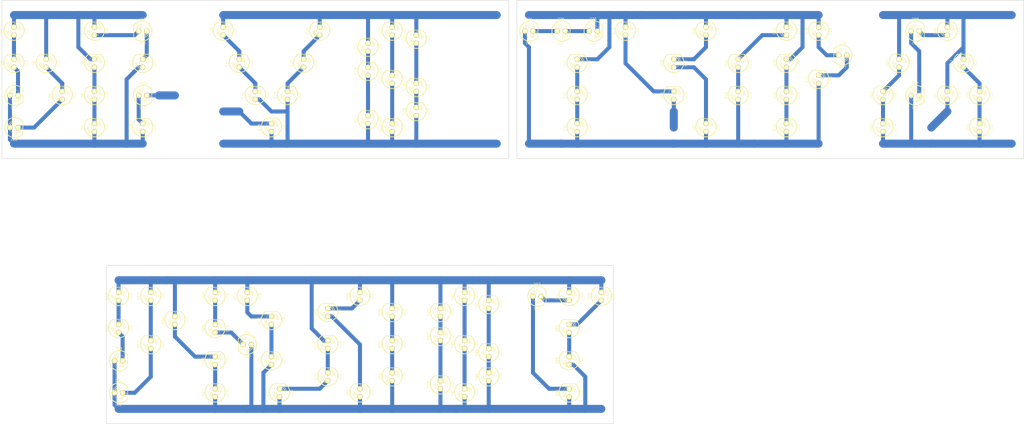
<source format=kicad_pcb>
(kicad_pcb (version 3) (host pcbnew "(2013-jul-07)-stable")

  (general
    (links 130)
    (no_connects 10)
    (area 13.29055 96.844999 336.615001 230.815001)
    (thickness 1.6)
    (drawings 12)
    (tracks 286)
    (zones 0)
    (modules 99)
    (nets 69)
  )

  (page A3)
  (layers
    (15 F.Cu signal)
    (0 B.Cu signal)
    (16 B.Adhes user)
    (17 F.Adhes user)
    (18 B.Paste user)
    (19 F.Paste user)
    (20 B.SilkS user)
    (21 F.SilkS user)
    (22 B.Mask user)
    (23 F.Mask user)
    (24 Dwgs.User user)
    (25 Cmts.User user)
    (26 Eco1.User user)
    (27 Eco2.User user)
    (28 Edge.Cuts user)
  )

  (setup
    (last_trace_width 0.254)
    (user_trace_width 0.381)
    (user_trace_width 0.508)
    (user_trace_width 0.635)
    (user_trace_width 1.27)
    (user_trace_width 2.54)
    (trace_clearance 0.254)
    (zone_clearance 0.508)
    (zone_45_only no)
    (trace_min 0.254)
    (segment_width 0.2)
    (edge_width 0.15)
    (via_size 0.889)
    (via_drill 0.635)
    (via_min_size 0.889)
    (via_min_drill 0.508)
    (uvia_size 0.508)
    (uvia_drill 0.127)
    (uvias_allowed no)
    (uvia_min_size 0.508)
    (uvia_min_drill 0.127)
    (pcb_text_width 0.3)
    (pcb_text_size 1 1)
    (mod_edge_width 0.15)
    (mod_text_size 1 1)
    (mod_text_width 0.15)
    (pad_size 1 1)
    (pad_drill 0.6)
    (pad_to_mask_clearance 0)
    (aux_axis_origin 0 0)
    (visible_elements FFFFFFBF)
    (pcbplotparams
      (layerselection 268435457)
      (usegerberextensions false)
      (excludeedgelayer false)
      (linewidth 0.150000)
      (plotframeref false)
      (viasonmask false)
      (mode 1)
      (useauxorigin false)
      (hpglpennumber 1)
      (hpglpenspeed 20)
      (hpglpendiameter 15)
      (hpglpenoverlay 2)
      (psnegative false)
      (psa4output false)
      (plotreference true)
      (plotvalue true)
      (plotothertext true)
      (plotinvisibletext false)
      (padsonsilk false)
      (subtractmaskfromsilk false)
      (outputformat 5)
      (mirror false)
      (drillshape 1)
      (scaleselection 1)
      (outputdirectory ""))
  )

  (net 0 "")
  (net 1 +12V)
  (net 2 GND)
  (net 3 N-000001)
  (net 4 N-0000010)
  (net 5 N-0000011)
  (net 6 N-0000012)
  (net 7 N-0000013)
  (net 8 N-0000014)
  (net 9 N-0000015)
  (net 10 N-0000016)
  (net 11 N-0000017)
  (net 12 N-0000018)
  (net 13 N-0000019)
  (net 14 N-000002)
  (net 15 N-0000020)
  (net 16 N-0000021)
  (net 17 N-0000023)
  (net 18 N-0000024)
  (net 19 N-0000025)
  (net 20 N-0000026)
  (net 21 N-0000027)
  (net 22 N-0000028)
  (net 23 N-0000029)
  (net 24 N-000003)
  (net 25 N-0000030)
  (net 26 N-0000031)
  (net 27 N-0000032)
  (net 28 N-0000033)
  (net 29 N-0000034)
  (net 30 N-0000035)
  (net 31 N-0000036)
  (net 32 N-0000037)
  (net 33 N-0000038)
  (net 34 N-0000039)
  (net 35 N-0000040)
  (net 36 N-0000041)
  (net 37 N-0000042)
  (net 38 N-0000043)
  (net 39 N-0000044)
  (net 40 N-0000045)
  (net 41 N-0000046)
  (net 42 N-0000047)
  (net 43 N-0000048)
  (net 44 N-0000049)
  (net 45 N-000005)
  (net 46 N-0000050)
  (net 47 N-0000051)
  (net 48 N-0000052)
  (net 49 N-0000053)
  (net 50 N-0000054)
  (net 51 N-0000055)
  (net 52 N-0000056)
  (net 53 N-0000057)
  (net 54 N-0000058)
  (net 55 N-0000059)
  (net 56 N-000006)
  (net 57 N-0000060)
  (net 58 N-0000061)
  (net 59 N-0000062)
  (net 60 N-0000063)
  (net 61 N-0000064)
  (net 62 N-0000065)
  (net 63 N-0000066)
  (net 64 N-0000067)
  (net 65 N-0000068)
  (net 66 N-000007)
  (net 67 N-000008)
  (net 68 N-000009)

  (net_class Default "This is the default net class."
    (clearance 0.254)
    (trace_width 0.254)
    (via_dia 0.889)
    (via_drill 0.635)
    (uvia_dia 0.508)
    (uvia_drill 0.127)
    (add_net "")
    (add_net +12V)
    (add_net GND)
    (add_net N-000001)
    (add_net N-0000010)
    (add_net N-0000011)
    (add_net N-0000012)
    (add_net N-0000013)
    (add_net N-0000014)
    (add_net N-0000015)
    (add_net N-0000016)
    (add_net N-0000017)
    (add_net N-0000018)
    (add_net N-0000019)
    (add_net N-000002)
    (add_net N-0000020)
    (add_net N-0000021)
    (add_net N-0000023)
    (add_net N-0000024)
    (add_net N-0000025)
    (add_net N-0000026)
    (add_net N-0000027)
    (add_net N-0000028)
    (add_net N-0000029)
    (add_net N-000003)
    (add_net N-0000030)
    (add_net N-0000031)
    (add_net N-0000032)
    (add_net N-0000033)
    (add_net N-0000034)
    (add_net N-0000035)
    (add_net N-0000036)
    (add_net N-0000037)
    (add_net N-0000038)
    (add_net N-0000039)
    (add_net N-0000040)
    (add_net N-0000041)
    (add_net N-0000042)
    (add_net N-0000043)
    (add_net N-0000044)
    (add_net N-0000045)
    (add_net N-0000046)
    (add_net N-0000047)
    (add_net N-0000048)
    (add_net N-0000049)
    (add_net N-000005)
    (add_net N-0000050)
    (add_net N-0000051)
    (add_net N-0000052)
    (add_net N-0000053)
    (add_net N-0000054)
    (add_net N-0000055)
    (add_net N-0000056)
    (add_net N-0000057)
    (add_net N-0000058)
    (add_net N-0000059)
    (add_net N-000006)
    (add_net N-0000060)
    (add_net N-0000061)
    (add_net N-0000062)
    (add_net N-0000063)
    (add_net N-0000064)
    (add_net N-0000065)
    (add_net N-0000066)
    (add_net N-0000067)
    (add_net N-0000068)
    (add_net N-000007)
    (add_net N-000008)
    (add_net N-000009)
  )

  (module LED-5MM (layer F.Cu) (tedit 50ADE86B) (tstamp 55BD1997)
    (at 193.04 220.98 90)
    (descr "LED 5mm - Lead pitch 100mil (2,54mm)")
    (tags "LED led 5mm 5MM 100mil 2,54mm")
    (path /55BD1E6C)
    (fp_text reference D91 (at 0 -3.81 90) (layer F.SilkS)
      (effects (font (size 0.762 0.762) (thickness 0.0889)))
    )
    (fp_text value LED (at 0 3.81 90) (layer F.SilkS)
      (effects (font (size 0.762 0.762) (thickness 0.0889)))
    )
    (fp_line (start 2.8448 1.905) (end 2.8448 -1.905) (layer F.SilkS) (width 0.2032))
    (fp_circle (center 0.254 0) (end -1.016 1.27) (layer F.SilkS) (width 0.0762))
    (fp_arc (start 0.254 0) (end 2.794 1.905) (angle 286.2) (layer F.SilkS) (width 0.254))
    (fp_arc (start 0.254 0) (end -0.889 0) (angle 90) (layer F.SilkS) (width 0.1524))
    (fp_arc (start 0.254 0) (end 1.397 0) (angle 90) (layer F.SilkS) (width 0.1524))
    (fp_arc (start 0.254 0) (end -1.397 0) (angle 90) (layer F.SilkS) (width 0.1524))
    (fp_arc (start 0.254 0) (end 1.905 0) (angle 90) (layer F.SilkS) (width 0.1524))
    (fp_arc (start 0.254 0) (end -1.905 0) (angle 90) (layer F.SilkS) (width 0.1524))
    (fp_arc (start 0.254 0) (end 2.413 0) (angle 90) (layer F.SilkS) (width 0.1524))
    (pad 1 thru_hole circle (at -1.27 0 90) (size 1.6764 1.6764) (drill 0.8128)
      (layers *.Cu *.Mask F.SilkS)
      (net 1 +12V)
    )
    (pad 2 thru_hole circle (at 1.27 0 90) (size 1.6764 1.6764) (drill 0.8128)
      (layers *.Cu *.Mask F.SilkS)
      (net 56 N-000006)
    )
    (model discret/leds/led5_vertical_verde.wrl
      (at (xyz 0 0 0))
      (scale (xyz 1 1 1))
      (rotate (xyz 0 0 0))
    )
  )

  (module LED-5MM (layer F.Cu) (tedit 50ADE86B) (tstamp 55BD19A6)
    (at 81.28 210.82 90)
    (descr "LED 5mm - Lead pitch 100mil (2,54mm)")
    (tags "LED led 5mm 5MM 100mil 2,54mm")
    (path /55BD1D01)
    (fp_text reference D65 (at 0 -3.81 90) (layer F.SilkS)
      (effects (font (size 0.762 0.762) (thickness 0.0889)))
    )
    (fp_text value LED (at 0 3.81 90) (layer F.SilkS)
      (effects (font (size 0.762 0.762) (thickness 0.0889)))
    )
    (fp_line (start 2.8448 1.905) (end 2.8448 -1.905) (layer F.SilkS) (width 0.2032))
    (fp_circle (center 0.254 0) (end -1.016 1.27) (layer F.SilkS) (width 0.0762))
    (fp_arc (start 0.254 0) (end 2.794 1.905) (angle 286.2) (layer F.SilkS) (width 0.254))
    (fp_arc (start 0.254 0) (end -0.889 0) (angle 90) (layer F.SilkS) (width 0.1524))
    (fp_arc (start 0.254 0) (end 1.397 0) (angle 90) (layer F.SilkS) (width 0.1524))
    (fp_arc (start 0.254 0) (end -1.397 0) (angle 90) (layer F.SilkS) (width 0.1524))
    (fp_arc (start 0.254 0) (end 1.905 0) (angle 90) (layer F.SilkS) (width 0.1524))
    (fp_arc (start 0.254 0) (end -1.905 0) (angle 90) (layer F.SilkS) (width 0.1524))
    (fp_arc (start 0.254 0) (end 2.413 0) (angle 90) (layer F.SilkS) (width 0.1524))
    (pad 1 thru_hole circle (at -1.27 0 90) (size 1.6764 1.6764) (drill 0.8128)
      (layers *.Cu *.Mask F.SilkS)
      (net 10 N-0000016)
    )
    (pad 2 thru_hole circle (at 1.27 0 90) (size 1.6764 1.6764) (drill 0.8128)
      (layers *.Cu *.Mask F.SilkS)
      (net 11 N-0000017)
    )
    (model discret/leds/led5_vertical_verde.wrl
      (at (xyz 0 0 0))
      (scale (xyz 1 1 1))
      (rotate (xyz 0 0 0))
    )
  )

  (module LED-5MM (layer F.Cu) (tedit 50ADE86B) (tstamp 55BD19D3)
    (at 68.58 198.12 90)
    (descr "LED 5mm - Lead pitch 100mil (2,54mm)")
    (tags "LED led 5mm 5MM 100mil 2,54mm")
    (path /55BD1D07)
    (fp_text reference D66 (at 0 -3.81 90) (layer F.SilkS)
      (effects (font (size 0.762 0.762) (thickness 0.0889)))
    )
    (fp_text value LED (at 0 3.81 90) (layer F.SilkS)
      (effects (font (size 0.762 0.762) (thickness 0.0889)))
    )
    (fp_line (start 2.8448 1.905) (end 2.8448 -1.905) (layer F.SilkS) (width 0.2032))
    (fp_circle (center 0.254 0) (end -1.016 1.27) (layer F.SilkS) (width 0.0762))
    (fp_arc (start 0.254 0) (end 2.794 1.905) (angle 286.2) (layer F.SilkS) (width 0.254))
    (fp_arc (start 0.254 0) (end -0.889 0) (angle 90) (layer F.SilkS) (width 0.1524))
    (fp_arc (start 0.254 0) (end 1.397 0) (angle 90) (layer F.SilkS) (width 0.1524))
    (fp_arc (start 0.254 0) (end -1.397 0) (angle 90) (layer F.SilkS) (width 0.1524))
    (fp_arc (start 0.254 0) (end 1.905 0) (angle 90) (layer F.SilkS) (width 0.1524))
    (fp_arc (start 0.254 0) (end -1.905 0) (angle 90) (layer F.SilkS) (width 0.1524))
    (fp_arc (start 0.254 0) (end 2.413 0) (angle 90) (layer F.SilkS) (width 0.1524))
    (pad 1 thru_hole circle (at -1.27 0 90) (size 1.6764 1.6764) (drill 0.8128)
      (layers *.Cu *.Mask F.SilkS)
      (net 11 N-0000017)
    )
    (pad 2 thru_hole circle (at 1.27 0 90) (size 1.6764 1.6764) (drill 0.8128)
      (layers *.Cu *.Mask F.SilkS)
      (net 2 GND)
    )
    (model discret/leds/led5_vertical_verde.wrl
      (at (xyz 0 0 0))
      (scale (xyz 1 1 1))
      (rotate (xyz 0 0 0))
    )
  )

  (module LED-5MM (layer F.Cu) (tedit 50ADE86B) (tstamp 55BFD06A)
    (at 322.58 137.16 90)
    (descr "LED 5mm - Lead pitch 100mil (2,54mm)")
    (tags "LED led 5mm 5MM 100mil 2,54mm")
    (path /55BD1C80)
    (fp_text reference D55 (at 0 -3.81 90) (layer F.SilkS)
      (effects (font (size 0.762 0.762) (thickness 0.0889)))
    )
    (fp_text value LED (at 0 3.81 90) (layer F.SilkS)
      (effects (font (size 0.762 0.762) (thickness 0.0889)))
    )
    (fp_line (start 2.8448 1.905) (end 2.8448 -1.905) (layer F.SilkS) (width 0.2032))
    (fp_circle (center 0.254 0) (end -1.016 1.27) (layer F.SilkS) (width 0.0762))
    (fp_arc (start 0.254 0) (end 2.794 1.905) (angle 286.2) (layer F.SilkS) (width 0.254))
    (fp_arc (start 0.254 0) (end -0.889 0) (angle 90) (layer F.SilkS) (width 0.1524))
    (fp_arc (start 0.254 0) (end 1.397 0) (angle 90) (layer F.SilkS) (width 0.1524))
    (fp_arc (start 0.254 0) (end -1.397 0) (angle 90) (layer F.SilkS) (width 0.1524))
    (fp_arc (start 0.254 0) (end 1.905 0) (angle 90) (layer F.SilkS) (width 0.1524))
    (fp_arc (start 0.254 0) (end -1.905 0) (angle 90) (layer F.SilkS) (width 0.1524))
    (fp_arc (start 0.254 0) (end 2.413 0) (angle 90) (layer F.SilkS) (width 0.1524))
    (pad 1 thru_hole circle (at -1.27 0 90) (size 1.6764 1.6764) (drill 0.8128)
      (layers *.Cu *.Mask F.SilkS)
      (net 1 +12V)
    )
    (pad 2 thru_hole circle (at 1.27 0 90) (size 1.6764 1.6764) (drill 0.8128)
      (layers *.Cu *.Mask F.SilkS)
      (net 15 N-0000020)
    )
    (model discret/leds/led5_vertical_verde.wrl
      (at (xyz 0 0 0))
      (scale (xyz 1 1 1))
      (rotate (xyz 0 0 0))
    )
  )

  (module LED-5MM (layer F.Cu) (tedit 50ADE86B) (tstamp 55BD19F1)
    (at 81.28 220.98 90)
    (descr "LED 5mm - Lead pitch 100mil (2,54mm)")
    (tags "LED led 5mm 5MM 100mil 2,54mm")
    (path /55BD1CFB)
    (fp_text reference D64 (at 0 -3.81 90) (layer F.SilkS)
      (effects (font (size 0.762 0.762) (thickness 0.0889)))
    )
    (fp_text value LED (at 0 3.81 90) (layer F.SilkS)
      (effects (font (size 0.762 0.762) (thickness 0.0889)))
    )
    (fp_line (start 2.8448 1.905) (end 2.8448 -1.905) (layer F.SilkS) (width 0.2032))
    (fp_circle (center 0.254 0) (end -1.016 1.27) (layer F.SilkS) (width 0.0762))
    (fp_arc (start 0.254 0) (end 2.794 1.905) (angle 286.2) (layer F.SilkS) (width 0.254))
    (fp_arc (start 0.254 0) (end -0.889 0) (angle 90) (layer F.SilkS) (width 0.1524))
    (fp_arc (start 0.254 0) (end 1.397 0) (angle 90) (layer F.SilkS) (width 0.1524))
    (fp_arc (start 0.254 0) (end -1.397 0) (angle 90) (layer F.SilkS) (width 0.1524))
    (fp_arc (start 0.254 0) (end 1.905 0) (angle 90) (layer F.SilkS) (width 0.1524))
    (fp_arc (start 0.254 0) (end -1.905 0) (angle 90) (layer F.SilkS) (width 0.1524))
    (fp_arc (start 0.254 0) (end 2.413 0) (angle 90) (layer F.SilkS) (width 0.1524))
    (pad 1 thru_hole circle (at -1.27 0 90) (size 1.6764 1.6764) (drill 0.8128)
      (layers *.Cu *.Mask F.SilkS)
      (net 1 +12V)
    )
    (pad 2 thru_hole circle (at 1.27 0 90) (size 1.6764 1.6764) (drill 0.8128)
      (layers *.Cu *.Mask F.SilkS)
      (net 10 N-0000016)
    )
    (model discret/leds/led5_vertical_verde.wrl
      (at (xyz 0 0 0))
      (scale (xyz 1 1 1))
      (rotate (xyz 0 0 0))
    )
  )

  (module LED-5MM (layer F.Cu) (tedit 50ADE86B) (tstamp 55BD1A00)
    (at 322.58 127 90)
    (descr "LED 5mm - Lead pitch 100mil (2,54mm)")
    (tags "LED led 5mm 5MM 100mil 2,54mm")
    (path /55BD1C86)
    (fp_text reference D56 (at 0 -3.81 90) (layer F.SilkS)
      (effects (font (size 0.762 0.762) (thickness 0.0889)))
    )
    (fp_text value LED (at 0 3.81 90) (layer F.SilkS)
      (effects (font (size 0.762 0.762) (thickness 0.0889)))
    )
    (fp_line (start 2.8448 1.905) (end 2.8448 -1.905) (layer F.SilkS) (width 0.2032))
    (fp_circle (center 0.254 0) (end -1.016 1.27) (layer F.SilkS) (width 0.0762))
    (fp_arc (start 0.254 0) (end 2.794 1.905) (angle 286.2) (layer F.SilkS) (width 0.254))
    (fp_arc (start 0.254 0) (end -0.889 0) (angle 90) (layer F.SilkS) (width 0.1524))
    (fp_arc (start 0.254 0) (end 1.397 0) (angle 90) (layer F.SilkS) (width 0.1524))
    (fp_arc (start 0.254 0) (end -1.397 0) (angle 90) (layer F.SilkS) (width 0.1524))
    (fp_arc (start 0.254 0) (end 1.905 0) (angle 90) (layer F.SilkS) (width 0.1524))
    (fp_arc (start 0.254 0) (end -1.905 0) (angle 90) (layer F.SilkS) (width 0.1524))
    (fp_arc (start 0.254 0) (end 2.413 0) (angle 90) (layer F.SilkS) (width 0.1524))
    (pad 1 thru_hole circle (at -1.27 0 90) (size 1.6764 1.6764) (drill 0.8128)
      (layers *.Cu *.Mask F.SilkS)
      (net 15 N-0000020)
    )
    (pad 2 thru_hole circle (at 1.27 0 90) (size 1.6764 1.6764) (drill 0.8128)
      (layers *.Cu *.Mask F.SilkS)
      (net 16 N-0000021)
    )
    (model discret/leds/led5_vertical_verde.wrl
      (at (xyz 0 0 0))
      (scale (xyz 1 1 1))
      (rotate (xyz 0 0 0))
    )
  )

  (module LED-5MM (layer F.Cu) (tedit 50ADE86B) (tstamp 55BFD07A)
    (at 317.5 116.84 90)
    (descr "LED 5mm - Lead pitch 100mil (2,54mm)")
    (tags "LED led 5mm 5MM 100mil 2,54mm")
    (path /55BD1C8C)
    (fp_text reference D57 (at 0 -3.81 90) (layer F.SilkS)
      (effects (font (size 0.762 0.762) (thickness 0.0889)))
    )
    (fp_text value LED (at 0 3.81 90) (layer F.SilkS)
      (effects (font (size 0.762 0.762) (thickness 0.0889)))
    )
    (fp_line (start 2.8448 1.905) (end 2.8448 -1.905) (layer F.SilkS) (width 0.2032))
    (fp_circle (center 0.254 0) (end -1.016 1.27) (layer F.SilkS) (width 0.0762))
    (fp_arc (start 0.254 0) (end 2.794 1.905) (angle 286.2) (layer F.SilkS) (width 0.254))
    (fp_arc (start 0.254 0) (end -0.889 0) (angle 90) (layer F.SilkS) (width 0.1524))
    (fp_arc (start 0.254 0) (end 1.397 0) (angle 90) (layer F.SilkS) (width 0.1524))
    (fp_arc (start 0.254 0) (end -1.397 0) (angle 90) (layer F.SilkS) (width 0.1524))
    (fp_arc (start 0.254 0) (end 1.905 0) (angle 90) (layer F.SilkS) (width 0.1524))
    (fp_arc (start 0.254 0) (end -1.905 0) (angle 90) (layer F.SilkS) (width 0.1524))
    (fp_arc (start 0.254 0) (end 2.413 0) (angle 90) (layer F.SilkS) (width 0.1524))
    (pad 1 thru_hole circle (at -1.27 0 90) (size 1.6764 1.6764) (drill 0.8128)
      (layers *.Cu *.Mask F.SilkS)
      (net 16 N-0000021)
    )
    (pad 2 thru_hole circle (at 1.27 0 90) (size 1.6764 1.6764) (drill 0.8128)
      (layers *.Cu *.Mask F.SilkS)
      (net 2 GND)
    )
    (model discret/leds/led5_vertical_verde.wrl
      (at (xyz 0 0 0))
      (scale (xyz 1 1 1))
      (rotate (xyz 0 0 0))
    )
  )

  (module LED-5MM (layer F.Cu) (tedit 50ADE86B) (tstamp 55BD1A1E)
    (at 60.96 190.5 90)
    (descr "LED 5mm - Lead pitch 100mil (2,54mm)")
    (tags "LED led 5mm 5MM 100mil 2,54mm")
    (path /55BD1CDE)
    (fp_text reference D63 (at 0 -3.81 90) (layer F.SilkS)
      (effects (font (size 0.762 0.762) (thickness 0.0889)))
    )
    (fp_text value LED (at 0 3.81 90) (layer F.SilkS)
      (effects (font (size 0.762 0.762) (thickness 0.0889)))
    )
    (fp_line (start 2.8448 1.905) (end 2.8448 -1.905) (layer F.SilkS) (width 0.2032))
    (fp_circle (center 0.254 0) (end -1.016 1.27) (layer F.SilkS) (width 0.0762))
    (fp_arc (start 0.254 0) (end 2.794 1.905) (angle 286.2) (layer F.SilkS) (width 0.254))
    (fp_arc (start 0.254 0) (end -0.889 0) (angle 90) (layer F.SilkS) (width 0.1524))
    (fp_arc (start 0.254 0) (end 1.397 0) (angle 90) (layer F.SilkS) (width 0.1524))
    (fp_arc (start 0.254 0) (end -1.397 0) (angle 90) (layer F.SilkS) (width 0.1524))
    (fp_arc (start 0.254 0) (end 1.905 0) (angle 90) (layer F.SilkS) (width 0.1524))
    (fp_arc (start 0.254 0) (end -1.905 0) (angle 90) (layer F.SilkS) (width 0.1524))
    (fp_arc (start 0.254 0) (end 2.413 0) (angle 90) (layer F.SilkS) (width 0.1524))
    (pad 1 thru_hole circle (at -1.27 0 90) (size 1.6764 1.6764) (drill 0.8128)
      (layers *.Cu *.Mask F.SilkS)
      (net 9 N-0000015)
    )
    (pad 2 thru_hole circle (at 1.27 0 90) (size 1.6764 1.6764) (drill 0.8128)
      (layers *.Cu *.Mask F.SilkS)
      (net 2 GND)
    )
    (model discret/leds/led5_vertical_verde.wrl
      (at (xyz 0 0 0))
      (scale (xyz 1 1 1))
      (rotate (xyz 0 0 0))
    )
  )

  (module LED-5MM (layer F.Cu) (tedit 50ADE86B) (tstamp 55BD1A2D)
    (at 60.96 205.74 90)
    (descr "LED 5mm - Lead pitch 100mil (2,54mm)")
    (tags "LED led 5mm 5MM 100mil 2,54mm")
    (path /55BD1CD8)
    (fp_text reference D62 (at 0 -3.81 90) (layer F.SilkS)
      (effects (font (size 0.762 0.762) (thickness 0.0889)))
    )
    (fp_text value LED (at 0 3.81 90) (layer F.SilkS)
      (effects (font (size 0.762 0.762) (thickness 0.0889)))
    )
    (fp_line (start 2.8448 1.905) (end 2.8448 -1.905) (layer F.SilkS) (width 0.2032))
    (fp_circle (center 0.254 0) (end -1.016 1.27) (layer F.SilkS) (width 0.0762))
    (fp_arc (start 0.254 0) (end 2.794 1.905) (angle 286.2) (layer F.SilkS) (width 0.254))
    (fp_arc (start 0.254 0) (end -0.889 0) (angle 90) (layer F.SilkS) (width 0.1524))
    (fp_arc (start 0.254 0) (end 1.397 0) (angle 90) (layer F.SilkS) (width 0.1524))
    (fp_arc (start 0.254 0) (end -1.397 0) (angle 90) (layer F.SilkS) (width 0.1524))
    (fp_arc (start 0.254 0) (end 1.905 0) (angle 90) (layer F.SilkS) (width 0.1524))
    (fp_arc (start 0.254 0) (end -1.905 0) (angle 90) (layer F.SilkS) (width 0.1524))
    (fp_arc (start 0.254 0) (end 2.413 0) (angle 90) (layer F.SilkS) (width 0.1524))
    (pad 1 thru_hole circle (at -1.27 0 90) (size 1.6764 1.6764) (drill 0.8128)
      (layers *.Cu *.Mask F.SilkS)
      (net 8 N-0000014)
    )
    (pad 2 thru_hole circle (at 1.27 0 90) (size 1.6764 1.6764) (drill 0.8128)
      (layers *.Cu *.Mask F.SilkS)
      (net 9 N-0000015)
    )
    (model discret/leds/led5_vertical_verde.wrl
      (at (xyz 0 0 0))
      (scale (xyz 1 1 1))
      (rotate (xyz 0 0 0))
    )
  )

  (module LED-5MM (layer F.Cu) (tedit 50ADE86B) (tstamp 55BD1A3C)
    (at 50.8 210.82)
    (descr "LED 5mm - Lead pitch 100mil (2,54mm)")
    (tags "LED led 5mm 5MM 100mil 2,54mm")
    (path /55BD1CA9)
    (fp_text reference D58 (at 0 -3.81) (layer F.SilkS)
      (effects (font (size 0.762 0.762) (thickness 0.0889)))
    )
    (fp_text value LED (at 0 3.81) (layer F.SilkS)
      (effects (font (size 0.762 0.762) (thickness 0.0889)))
    )
    (fp_line (start 2.8448 1.905) (end 2.8448 -1.905) (layer F.SilkS) (width 0.2032))
    (fp_circle (center 0.254 0) (end -1.016 1.27) (layer F.SilkS) (width 0.0762))
    (fp_arc (start 0.254 0) (end 2.794 1.905) (angle 286.2) (layer F.SilkS) (width 0.254))
    (fp_arc (start 0.254 0) (end -0.889 0) (angle 90) (layer F.SilkS) (width 0.1524))
    (fp_arc (start 0.254 0) (end 1.397 0) (angle 90) (layer F.SilkS) (width 0.1524))
    (fp_arc (start 0.254 0) (end -1.397 0) (angle 90) (layer F.SilkS) (width 0.1524))
    (fp_arc (start 0.254 0) (end 1.905 0) (angle 90) (layer F.SilkS) (width 0.1524))
    (fp_arc (start 0.254 0) (end -1.905 0) (angle 90) (layer F.SilkS) (width 0.1524))
    (fp_arc (start 0.254 0) (end 2.413 0) (angle 90) (layer F.SilkS) (width 0.1524))
    (pad 1 thru_hole circle (at -1.27 0) (size 1.6764 1.6764) (drill 0.8128)
      (layers *.Cu *.Mask F.SilkS)
      (net 1 +12V)
    )
    (pad 2 thru_hole circle (at 1.27 0) (size 1.6764 1.6764) (drill 0.8128)
      (layers *.Cu *.Mask F.SilkS)
      (net 6 N-0000012)
    )
    (model discret/leds/led5_vertical_verde.wrl
      (at (xyz 0 0 0))
      (scale (xyz 1 1 1))
      (rotate (xyz 0 0 0))
    )
  )

  (module LED-5MM (layer F.Cu) (tedit 50ADE86B) (tstamp 55BD1A4B)
    (at 50.8 200.66 90)
    (descr "LED 5mm - Lead pitch 100mil (2,54mm)")
    (tags "LED led 5mm 5MM 100mil 2,54mm")
    (path /55BD1CAF)
    (fp_text reference D59 (at 0 -3.81 90) (layer F.SilkS)
      (effects (font (size 0.762 0.762) (thickness 0.0889)))
    )
    (fp_text value LED (at 0 3.81 90) (layer F.SilkS)
      (effects (font (size 0.762 0.762) (thickness 0.0889)))
    )
    (fp_line (start 2.8448 1.905) (end 2.8448 -1.905) (layer F.SilkS) (width 0.2032))
    (fp_circle (center 0.254 0) (end -1.016 1.27) (layer F.SilkS) (width 0.0762))
    (fp_arc (start 0.254 0) (end 2.794 1.905) (angle 286.2) (layer F.SilkS) (width 0.254))
    (fp_arc (start 0.254 0) (end -0.889 0) (angle 90) (layer F.SilkS) (width 0.1524))
    (fp_arc (start 0.254 0) (end 1.397 0) (angle 90) (layer F.SilkS) (width 0.1524))
    (fp_arc (start 0.254 0) (end -1.397 0) (angle 90) (layer F.SilkS) (width 0.1524))
    (fp_arc (start 0.254 0) (end 1.905 0) (angle 90) (layer F.SilkS) (width 0.1524))
    (fp_arc (start 0.254 0) (end -1.905 0) (angle 90) (layer F.SilkS) (width 0.1524))
    (fp_arc (start 0.254 0) (end 2.413 0) (angle 90) (layer F.SilkS) (width 0.1524))
    (pad 1 thru_hole circle (at -1.27 0 90) (size 1.6764 1.6764) (drill 0.8128)
      (layers *.Cu *.Mask F.SilkS)
      (net 6 N-0000012)
    )
    (pad 2 thru_hole circle (at 1.27 0 90) (size 1.6764 1.6764) (drill 0.8128)
      (layers *.Cu *.Mask F.SilkS)
      (net 7 N-0000013)
    )
    (model discret/leds/led5_vertical_verde.wrl
      (at (xyz 0 0 0))
      (scale (xyz 1 1 1))
      (rotate (xyz 0 0 0))
    )
  )

  (module LED-5MM (layer F.Cu) (tedit 50ADE86B) (tstamp 55BD1A5A)
    (at 50.8 190.5 90)
    (descr "LED 5mm - Lead pitch 100mil (2,54mm)")
    (tags "LED led 5mm 5MM 100mil 2,54mm")
    (path /55BD1CB5)
    (fp_text reference D60 (at 0 -3.81 90) (layer F.SilkS)
      (effects (font (size 0.762 0.762) (thickness 0.0889)))
    )
    (fp_text value LED (at 0 3.81 90) (layer F.SilkS)
      (effects (font (size 0.762 0.762) (thickness 0.0889)))
    )
    (fp_line (start 2.8448 1.905) (end 2.8448 -1.905) (layer F.SilkS) (width 0.2032))
    (fp_circle (center 0.254 0) (end -1.016 1.27) (layer F.SilkS) (width 0.0762))
    (fp_arc (start 0.254 0) (end 2.794 1.905) (angle 286.2) (layer F.SilkS) (width 0.254))
    (fp_arc (start 0.254 0) (end -0.889 0) (angle 90) (layer F.SilkS) (width 0.1524))
    (fp_arc (start 0.254 0) (end 1.397 0) (angle 90) (layer F.SilkS) (width 0.1524))
    (fp_arc (start 0.254 0) (end -1.397 0) (angle 90) (layer F.SilkS) (width 0.1524))
    (fp_arc (start 0.254 0) (end 1.905 0) (angle 90) (layer F.SilkS) (width 0.1524))
    (fp_arc (start 0.254 0) (end -1.905 0) (angle 90) (layer F.SilkS) (width 0.1524))
    (fp_arc (start 0.254 0) (end 2.413 0) (angle 90) (layer F.SilkS) (width 0.1524))
    (pad 1 thru_hole circle (at -1.27 0 90) (size 1.6764 1.6764) (drill 0.8128)
      (layers *.Cu *.Mask F.SilkS)
      (net 7 N-0000013)
    )
    (pad 2 thru_hole circle (at 1.27 0 90) (size 1.6764 1.6764) (drill 0.8128)
      (layers *.Cu *.Mask F.SilkS)
      (net 2 GND)
    )
    (model discret/leds/led5_vertical_verde.wrl
      (at (xyz 0 0 0))
      (scale (xyz 1 1 1))
      (rotate (xyz 0 0 0))
    )
  )

  (module LED-5MM (layer F.Cu) (tedit 50ADE86B) (tstamp 55BD1A69)
    (at 50.8 220.98)
    (descr "LED 5mm - Lead pitch 100mil (2,54mm)")
    (tags "LED led 5mm 5MM 100mil 2,54mm")
    (path /55BD1CD2)
    (fp_text reference D61 (at 0 -3.81) (layer F.SilkS)
      (effects (font (size 0.762 0.762) (thickness 0.0889)))
    )
    (fp_text value LED (at 0 3.81) (layer F.SilkS)
      (effects (font (size 0.762 0.762) (thickness 0.0889)))
    )
    (fp_line (start 2.8448 1.905) (end 2.8448 -1.905) (layer F.SilkS) (width 0.2032))
    (fp_circle (center 0.254 0) (end -1.016 1.27) (layer F.SilkS) (width 0.0762))
    (fp_arc (start 0.254 0) (end 2.794 1.905) (angle 286.2) (layer F.SilkS) (width 0.254))
    (fp_arc (start 0.254 0) (end -0.889 0) (angle 90) (layer F.SilkS) (width 0.1524))
    (fp_arc (start 0.254 0) (end 1.397 0) (angle 90) (layer F.SilkS) (width 0.1524))
    (fp_arc (start 0.254 0) (end -1.397 0) (angle 90) (layer F.SilkS) (width 0.1524))
    (fp_arc (start 0.254 0) (end 1.905 0) (angle 90) (layer F.SilkS) (width 0.1524))
    (fp_arc (start 0.254 0) (end -1.905 0) (angle 90) (layer F.SilkS) (width 0.1524))
    (fp_arc (start 0.254 0) (end 2.413 0) (angle 90) (layer F.SilkS) (width 0.1524))
    (pad 1 thru_hole circle (at -1.27 0) (size 1.6764 1.6764) (drill 0.8128)
      (layers *.Cu *.Mask F.SilkS)
      (net 1 +12V)
    )
    (pad 2 thru_hole circle (at 1.27 0) (size 1.6764 1.6764) (drill 0.8128)
      (layers *.Cu *.Mask F.SilkS)
      (net 8 N-0000014)
    )
    (model discret/leds/led5_vertical_verde.wrl
      (at (xyz 0 0 0))
      (scale (xyz 1 1 1))
      (rotate (xyz 0 0 0))
    )
  )

  (module LED-5MM (layer F.Cu) (tedit 50ADE86B) (tstamp 55BD1A78)
    (at 160.02 205.74 90)
    (descr "LED 5mm - Lead pitch 100mil (2,54mm)")
    (tags "LED led 5mm 5MM 100mil 2,54mm")
    (path /55BD1DF7)
    (fp_text reference D83 (at 0 -3.81 90) (layer F.SilkS)
      (effects (font (size 0.762 0.762) (thickness 0.0889)))
    )
    (fp_text value LED (at 0 3.81 90) (layer F.SilkS)
      (effects (font (size 0.762 0.762) (thickness 0.0889)))
    )
    (fp_line (start 2.8448 1.905) (end 2.8448 -1.905) (layer F.SilkS) (width 0.2032))
    (fp_circle (center 0.254 0) (end -1.016 1.27) (layer F.SilkS) (width 0.0762))
    (fp_arc (start 0.254 0) (end 2.794 1.905) (angle 286.2) (layer F.SilkS) (width 0.254))
    (fp_arc (start 0.254 0) (end -0.889 0) (angle 90) (layer F.SilkS) (width 0.1524))
    (fp_arc (start 0.254 0) (end 1.397 0) (angle 90) (layer F.SilkS) (width 0.1524))
    (fp_arc (start 0.254 0) (end -1.397 0) (angle 90) (layer F.SilkS) (width 0.1524))
    (fp_arc (start 0.254 0) (end 1.905 0) (angle 90) (layer F.SilkS) (width 0.1524))
    (fp_arc (start 0.254 0) (end -1.905 0) (angle 90) (layer F.SilkS) (width 0.1524))
    (fp_arc (start 0.254 0) (end 2.413 0) (angle 90) (layer F.SilkS) (width 0.1524))
    (pad 1 thru_hole circle (at -1.27 0 90) (size 1.6764 1.6764) (drill 0.8128)
      (layers *.Cu *.Mask F.SilkS)
      (net 4 N-0000010)
    )
    (pad 2 thru_hole circle (at 1.27 0 90) (size 1.6764 1.6764) (drill 0.8128)
      (layers *.Cu *.Mask F.SilkS)
      (net 5 N-0000011)
    )
    (model discret/leds/led5_vertical_verde.wrl
      (at (xyz 0 0 0))
      (scale (xyz 1 1 1))
      (rotate (xyz 0 0 0))
    )
  )

  (module LED-5MM (layer F.Cu) (tedit 50ADE86B) (tstamp 55BD1A87)
    (at 99.06 210.82 90)
    (descr "LED 5mm - Lead pitch 100mil (2,54mm)")
    (tags "LED led 5mm 5MM 100mil 2,54mm")
    (path /55BD1D4D)
    (fp_text reference D70 (at 0 -3.81 90) (layer F.SilkS)
      (effects (font (size 0.762 0.762) (thickness 0.0889)))
    )
    (fp_text value LED (at 0 3.81 90) (layer F.SilkS)
      (effects (font (size 0.762 0.762) (thickness 0.0889)))
    )
    (fp_line (start 2.8448 1.905) (end 2.8448 -1.905) (layer F.SilkS) (width 0.2032))
    (fp_circle (center 0.254 0) (end -1.016 1.27) (layer F.SilkS) (width 0.0762))
    (fp_arc (start 0.254 0) (end 2.794 1.905) (angle 286.2) (layer F.SilkS) (width 0.254))
    (fp_arc (start 0.254 0) (end -0.889 0) (angle 90) (layer F.SilkS) (width 0.1524))
    (fp_arc (start 0.254 0) (end 1.397 0) (angle 90) (layer F.SilkS) (width 0.1524))
    (fp_arc (start 0.254 0) (end -1.397 0) (angle 90) (layer F.SilkS) (width 0.1524))
    (fp_arc (start 0.254 0) (end 1.905 0) (angle 90) (layer F.SilkS) (width 0.1524))
    (fp_arc (start 0.254 0) (end -1.905 0) (angle 90) (layer F.SilkS) (width 0.1524))
    (fp_arc (start 0.254 0) (end 2.413 0) (angle 90) (layer F.SilkS) (width 0.1524))
    (pad 1 thru_hole circle (at -1.27 0 90) (size 1.6764 1.6764) (drill 0.8128)
      (layers *.Cu *.Mask F.SilkS)
      (net 1 +12V)
    )
    (pad 2 thru_hole circle (at 1.27 0 90) (size 1.6764 1.6764) (drill 0.8128)
      (layers *.Cu *.Mask F.SilkS)
      (net 20 N-0000026)
    )
    (model discret/leds/led5_vertical_verde.wrl
      (at (xyz 0 0 0))
      (scale (xyz 1 1 1))
      (rotate (xyz 0 0 0))
    )
  )

  (module LED-5MM (layer F.Cu) (tedit 50ADE86B) (tstamp 55BD1A96)
    (at 99.06 198.12 90)
    (descr "LED 5mm - Lead pitch 100mil (2,54mm)")
    (tags "LED led 5mm 5MM 100mil 2,54mm")
    (path /55BD1D53)
    (fp_text reference D71 (at 0 -3.81 90) (layer F.SilkS)
      (effects (font (size 0.762 0.762) (thickness 0.0889)))
    )
    (fp_text value LED (at 0 3.81 90) (layer F.SilkS)
      (effects (font (size 0.762 0.762) (thickness 0.0889)))
    )
    (fp_line (start 2.8448 1.905) (end 2.8448 -1.905) (layer F.SilkS) (width 0.2032))
    (fp_circle (center 0.254 0) (end -1.016 1.27) (layer F.SilkS) (width 0.0762))
    (fp_arc (start 0.254 0) (end 2.794 1.905) (angle 286.2) (layer F.SilkS) (width 0.254))
    (fp_arc (start 0.254 0) (end -0.889 0) (angle 90) (layer F.SilkS) (width 0.1524))
    (fp_arc (start 0.254 0) (end 1.397 0) (angle 90) (layer F.SilkS) (width 0.1524))
    (fp_arc (start 0.254 0) (end -1.397 0) (angle 90) (layer F.SilkS) (width 0.1524))
    (fp_arc (start 0.254 0) (end 1.905 0) (angle 90) (layer F.SilkS) (width 0.1524))
    (fp_arc (start 0.254 0) (end -1.905 0) (angle 90) (layer F.SilkS) (width 0.1524))
    (fp_arc (start 0.254 0) (end 2.413 0) (angle 90) (layer F.SilkS) (width 0.1524))
    (pad 1 thru_hole circle (at -1.27 0 90) (size 1.6764 1.6764) (drill 0.8128)
      (layers *.Cu *.Mask F.SilkS)
      (net 20 N-0000026)
    )
    (pad 2 thru_hole circle (at 1.27 0 90) (size 1.6764 1.6764) (drill 0.8128)
      (layers *.Cu *.Mask F.SilkS)
      (net 19 N-0000025)
    )
    (model discret/leds/led5_vertical_verde.wrl
      (at (xyz 0 0 0))
      (scale (xyz 1 1 1))
      (rotate (xyz 0 0 0))
    )
  )

  (module LED-5MM (layer F.Cu) (tedit 50ADE86B) (tstamp 55BD267E)
    (at 91.44 190.5 90)
    (descr "LED 5mm - Lead pitch 100mil (2,54mm)")
    (tags "LED led 5mm 5MM 100mil 2,54mm")
    (path /55BD1D59)
    (fp_text reference D72 (at 0 -3.81 90) (layer F.SilkS)
      (effects (font (size 0.762 0.762) (thickness 0.0889)))
    )
    (fp_text value LED (at 0 3.81 90) (layer F.SilkS)
      (effects (font (size 0.762 0.762) (thickness 0.0889)))
    )
    (fp_line (start 2.8448 1.905) (end 2.8448 -1.905) (layer F.SilkS) (width 0.2032))
    (fp_circle (center 0.254 0) (end -1.016 1.27) (layer F.SilkS) (width 0.0762))
    (fp_arc (start 0.254 0) (end 2.794 1.905) (angle 286.2) (layer F.SilkS) (width 0.254))
    (fp_arc (start 0.254 0) (end -0.889 0) (angle 90) (layer F.SilkS) (width 0.1524))
    (fp_arc (start 0.254 0) (end 1.397 0) (angle 90) (layer F.SilkS) (width 0.1524))
    (fp_arc (start 0.254 0) (end -1.397 0) (angle 90) (layer F.SilkS) (width 0.1524))
    (fp_arc (start 0.254 0) (end 1.905 0) (angle 90) (layer F.SilkS) (width 0.1524))
    (fp_arc (start 0.254 0) (end -1.905 0) (angle 90) (layer F.SilkS) (width 0.1524))
    (fp_arc (start 0.254 0) (end 2.413 0) (angle 90) (layer F.SilkS) (width 0.1524))
    (pad 1 thru_hole circle (at -1.27 0 90) (size 1.6764 1.6764) (drill 0.8128)
      (layers *.Cu *.Mask F.SilkS)
      (net 19 N-0000025)
    )
    (pad 2 thru_hole circle (at 1.27 0 90) (size 1.6764 1.6764) (drill 0.8128)
      (layers *.Cu *.Mask F.SilkS)
      (net 2 GND)
    )
    (model discret/leds/led5_vertical_verde.wrl
      (at (xyz 0 0 0))
      (scale (xyz 1 1 1))
      (rotate (xyz 0 0 0))
    )
  )

  (module LED-5MM (layer F.Cu) (tedit 50ADE86B) (tstamp 55BD1AB4)
    (at 101.6 220.98 90)
    (descr "LED 5mm - Lead pitch 100mil (2,54mm)")
    (tags "LED led 5mm 5MM 100mil 2,54mm")
    (path /55BD1D76)
    (fp_text reference D73 (at 0 -3.81 90) (layer F.SilkS)
      (effects (font (size 0.762 0.762) (thickness 0.0889)))
    )
    (fp_text value LED (at 0 3.81 90) (layer F.SilkS)
      (effects (font (size 0.762 0.762) (thickness 0.0889)))
    )
    (fp_line (start 2.8448 1.905) (end 2.8448 -1.905) (layer F.SilkS) (width 0.2032))
    (fp_circle (center 0.254 0) (end -1.016 1.27) (layer F.SilkS) (width 0.0762))
    (fp_arc (start 0.254 0) (end 2.794 1.905) (angle 286.2) (layer F.SilkS) (width 0.254))
    (fp_arc (start 0.254 0) (end -0.889 0) (angle 90) (layer F.SilkS) (width 0.1524))
    (fp_arc (start 0.254 0) (end 1.397 0) (angle 90) (layer F.SilkS) (width 0.1524))
    (fp_arc (start 0.254 0) (end -1.397 0) (angle 90) (layer F.SilkS) (width 0.1524))
    (fp_arc (start 0.254 0) (end 1.905 0) (angle 90) (layer F.SilkS) (width 0.1524))
    (fp_arc (start 0.254 0) (end -1.905 0) (angle 90) (layer F.SilkS) (width 0.1524))
    (fp_arc (start 0.254 0) (end 2.413 0) (angle 90) (layer F.SilkS) (width 0.1524))
    (pad 1 thru_hole circle (at -1.27 0 90) (size 1.6764 1.6764) (drill 0.8128)
      (layers *.Cu *.Mask F.SilkS)
      (net 1 +12V)
    )
    (pad 2 thru_hole circle (at 1.27 0 90) (size 1.6764 1.6764) (drill 0.8128)
      (layers *.Cu *.Mask F.SilkS)
      (net 21 N-0000027)
    )
    (model discret/leds/led5_vertical_verde.wrl
      (at (xyz 0 0 0))
      (scale (xyz 1 1 1))
      (rotate (xyz 0 0 0))
    )
  )

  (module LED-5MM (layer F.Cu) (tedit 50ADE86B) (tstamp 55BD1AC3)
    (at 116.84 215.9 90)
    (descr "LED 5mm - Lead pitch 100mil (2,54mm)")
    (tags "LED led 5mm 5MM 100mil 2,54mm")
    (path /55BD1D7C)
    (fp_text reference D74 (at 0 -3.81 90) (layer F.SilkS)
      (effects (font (size 0.762 0.762) (thickness 0.0889)))
    )
    (fp_text value LED (at 0 3.81 90) (layer F.SilkS)
      (effects (font (size 0.762 0.762) (thickness 0.0889)))
    )
    (fp_line (start 2.8448 1.905) (end 2.8448 -1.905) (layer F.SilkS) (width 0.2032))
    (fp_circle (center 0.254 0) (end -1.016 1.27) (layer F.SilkS) (width 0.0762))
    (fp_arc (start 0.254 0) (end 2.794 1.905) (angle 286.2) (layer F.SilkS) (width 0.254))
    (fp_arc (start 0.254 0) (end -0.889 0) (angle 90) (layer F.SilkS) (width 0.1524))
    (fp_arc (start 0.254 0) (end 1.397 0) (angle 90) (layer F.SilkS) (width 0.1524))
    (fp_arc (start 0.254 0) (end -1.397 0) (angle 90) (layer F.SilkS) (width 0.1524))
    (fp_arc (start 0.254 0) (end 1.905 0) (angle 90) (layer F.SilkS) (width 0.1524))
    (fp_arc (start 0.254 0) (end -1.905 0) (angle 90) (layer F.SilkS) (width 0.1524))
    (fp_arc (start 0.254 0) (end 2.413 0) (angle 90) (layer F.SilkS) (width 0.1524))
    (pad 1 thru_hole circle (at -1.27 0 90) (size 1.6764 1.6764) (drill 0.8128)
      (layers *.Cu *.Mask F.SilkS)
      (net 21 N-0000027)
    )
    (pad 2 thru_hole circle (at 1.27 0 90) (size 1.6764 1.6764) (drill 0.8128)
      (layers *.Cu *.Mask F.SilkS)
      (net 22 N-0000028)
    )
    (model discret/leds/led5_vertical_verde.wrl
      (at (xyz 0 0 0))
      (scale (xyz 1 1 1))
      (rotate (xyz 0 0 0))
    )
  )

  (module LED-5MM (layer F.Cu) (tedit 50ADE86B) (tstamp 55BD1AD2)
    (at 116.84 205.74 90)
    (descr "LED 5mm - Lead pitch 100mil (2,54mm)")
    (tags "LED led 5mm 5MM 100mil 2,54mm")
    (path /55BD1D82)
    (fp_text reference D75 (at 0 -3.81 90) (layer F.SilkS)
      (effects (font (size 0.762 0.762) (thickness 0.0889)))
    )
    (fp_text value LED (at 0 3.81 90) (layer F.SilkS)
      (effects (font (size 0.762 0.762) (thickness 0.0889)))
    )
    (fp_line (start 2.8448 1.905) (end 2.8448 -1.905) (layer F.SilkS) (width 0.2032))
    (fp_circle (center 0.254 0) (end -1.016 1.27) (layer F.SilkS) (width 0.0762))
    (fp_arc (start 0.254 0) (end 2.794 1.905) (angle 286.2) (layer F.SilkS) (width 0.254))
    (fp_arc (start 0.254 0) (end -0.889 0) (angle 90) (layer F.SilkS) (width 0.1524))
    (fp_arc (start 0.254 0) (end 1.397 0) (angle 90) (layer F.SilkS) (width 0.1524))
    (fp_arc (start 0.254 0) (end -1.397 0) (angle 90) (layer F.SilkS) (width 0.1524))
    (fp_arc (start 0.254 0) (end 1.905 0) (angle 90) (layer F.SilkS) (width 0.1524))
    (fp_arc (start 0.254 0) (end -1.905 0) (angle 90) (layer F.SilkS) (width 0.1524))
    (fp_arc (start 0.254 0) (end 2.413 0) (angle 90) (layer F.SilkS) (width 0.1524))
    (pad 1 thru_hole circle (at -1.27 0 90) (size 1.6764 1.6764) (drill 0.8128)
      (layers *.Cu *.Mask F.SilkS)
      (net 22 N-0000028)
    )
    (pad 2 thru_hole circle (at 1.27 0 90) (size 1.6764 1.6764) (drill 0.8128)
      (layers *.Cu *.Mask F.SilkS)
      (net 2 GND)
    )
    (model discret/leds/led5_vertical_verde.wrl
      (at (xyz 0 0 0))
      (scale (xyz 1 1 1))
      (rotate (xyz 0 0 0))
    )
  )

  (module LED-5MM (layer F.Cu) (tedit 50ADE86B) (tstamp 55BD1AE1)
    (at 137.16 215.9 90)
    (descr "LED 5mm - Lead pitch 100mil (2,54mm)")
    (tags "LED led 5mm 5MM 100mil 2,54mm")
    (path /55BD1D9F)
    (fp_text reference D76 (at 0 -3.81 90) (layer F.SilkS)
      (effects (font (size 0.762 0.762) (thickness 0.0889)))
    )
    (fp_text value LED (at 0 3.81 90) (layer F.SilkS)
      (effects (font (size 0.762 0.762) (thickness 0.0889)))
    )
    (fp_line (start 2.8448 1.905) (end 2.8448 -1.905) (layer F.SilkS) (width 0.2032))
    (fp_circle (center 0.254 0) (end -1.016 1.27) (layer F.SilkS) (width 0.0762))
    (fp_arc (start 0.254 0) (end 2.794 1.905) (angle 286.2) (layer F.SilkS) (width 0.254))
    (fp_arc (start 0.254 0) (end -0.889 0) (angle 90) (layer F.SilkS) (width 0.1524))
    (fp_arc (start 0.254 0) (end 1.397 0) (angle 90) (layer F.SilkS) (width 0.1524))
    (fp_arc (start 0.254 0) (end -1.397 0) (angle 90) (layer F.SilkS) (width 0.1524))
    (fp_arc (start 0.254 0) (end 1.905 0) (angle 90) (layer F.SilkS) (width 0.1524))
    (fp_arc (start 0.254 0) (end -1.905 0) (angle 90) (layer F.SilkS) (width 0.1524))
    (fp_arc (start 0.254 0) (end 2.413 0) (angle 90) (layer F.SilkS) (width 0.1524))
    (pad 1 thru_hole circle (at -1.27 0 90) (size 1.6764 1.6764) (drill 0.8128)
      (layers *.Cu *.Mask F.SilkS)
      (net 1 +12V)
    )
    (pad 2 thru_hole circle (at 1.27 0 90) (size 1.6764 1.6764) (drill 0.8128)
      (layers *.Cu *.Mask F.SilkS)
      (net 23 N-0000029)
    )
    (model discret/leds/led5_vertical_verde.wrl
      (at (xyz 0 0 0))
      (scale (xyz 1 1 1))
      (rotate (xyz 0 0 0))
    )
  )

  (module LED-5MM (layer F.Cu) (tedit 50ADE86B) (tstamp 55BD265F)
    (at 137.16 205.74 90)
    (descr "LED 5mm - Lead pitch 100mil (2,54mm)")
    (tags "LED led 5mm 5MM 100mil 2,54mm")
    (path /55BD1DA5)
    (fp_text reference D77 (at 0 -3.81 90) (layer F.SilkS)
      (effects (font (size 0.762 0.762) (thickness 0.0889)))
    )
    (fp_text value LED (at 0 3.81 90) (layer F.SilkS)
      (effects (font (size 0.762 0.762) (thickness 0.0889)))
    )
    (fp_line (start 2.8448 1.905) (end 2.8448 -1.905) (layer F.SilkS) (width 0.2032))
    (fp_circle (center 0.254 0) (end -1.016 1.27) (layer F.SilkS) (width 0.0762))
    (fp_arc (start 0.254 0) (end 2.794 1.905) (angle 286.2) (layer F.SilkS) (width 0.254))
    (fp_arc (start 0.254 0) (end -0.889 0) (angle 90) (layer F.SilkS) (width 0.1524))
    (fp_arc (start 0.254 0) (end 1.397 0) (angle 90) (layer F.SilkS) (width 0.1524))
    (fp_arc (start 0.254 0) (end -1.397 0) (angle 90) (layer F.SilkS) (width 0.1524))
    (fp_arc (start 0.254 0) (end 1.905 0) (angle 90) (layer F.SilkS) (width 0.1524))
    (fp_arc (start 0.254 0) (end -1.905 0) (angle 90) (layer F.SilkS) (width 0.1524))
    (fp_arc (start 0.254 0) (end 2.413 0) (angle 90) (layer F.SilkS) (width 0.1524))
    (pad 1 thru_hole circle (at -1.27 0 90) (size 1.6764 1.6764) (drill 0.8128)
      (layers *.Cu *.Mask F.SilkS)
      (net 23 N-0000029)
    )
    (pad 2 thru_hole circle (at 1.27 0 90) (size 1.6764 1.6764) (drill 0.8128)
      (layers *.Cu *.Mask F.SilkS)
      (net 25 N-0000030)
    )
    (model discret/leds/led5_vertical_verde.wrl
      (at (xyz 0 0 0))
      (scale (xyz 1 1 1))
      (rotate (xyz 0 0 0))
    )
  )

  (module LED-5MM (layer F.Cu) (tedit 50ADE86B) (tstamp 55BD1AFF)
    (at 137.16 195.58 90)
    (descr "LED 5mm - Lead pitch 100mil (2,54mm)")
    (tags "LED led 5mm 5MM 100mil 2,54mm")
    (path /55BD1DAB)
    (fp_text reference D78 (at 0 -3.81 90) (layer F.SilkS)
      (effects (font (size 0.762 0.762) (thickness 0.0889)))
    )
    (fp_text value LED (at 0 3.81 90) (layer F.SilkS)
      (effects (font (size 0.762 0.762) (thickness 0.0889)))
    )
    (fp_line (start 2.8448 1.905) (end 2.8448 -1.905) (layer F.SilkS) (width 0.2032))
    (fp_circle (center 0.254 0) (end -1.016 1.27) (layer F.SilkS) (width 0.0762))
    (fp_arc (start 0.254 0) (end 2.794 1.905) (angle 286.2) (layer F.SilkS) (width 0.254))
    (fp_arc (start 0.254 0) (end -0.889 0) (angle 90) (layer F.SilkS) (width 0.1524))
    (fp_arc (start 0.254 0) (end 1.397 0) (angle 90) (layer F.SilkS) (width 0.1524))
    (fp_arc (start 0.254 0) (end -1.397 0) (angle 90) (layer F.SilkS) (width 0.1524))
    (fp_arc (start 0.254 0) (end 1.905 0) (angle 90) (layer F.SilkS) (width 0.1524))
    (fp_arc (start 0.254 0) (end -1.905 0) (angle 90) (layer F.SilkS) (width 0.1524))
    (fp_arc (start 0.254 0) (end 2.413 0) (angle 90) (layer F.SilkS) (width 0.1524))
    (pad 1 thru_hole circle (at -1.27 0 90) (size 1.6764 1.6764) (drill 0.8128)
      (layers *.Cu *.Mask F.SilkS)
      (net 25 N-0000030)
    )
    (pad 2 thru_hole circle (at 1.27 0 90) (size 1.6764 1.6764) (drill 0.8128)
      (layers *.Cu *.Mask F.SilkS)
      (net 2 GND)
    )
    (model discret/leds/led5_vertical_verde.wrl
      (at (xyz 0 0 0))
      (scale (xyz 1 1 1))
      (rotate (xyz 0 0 0))
    )
  )

  (module LED-5MM (layer F.Cu) (tedit 50ADE86B) (tstamp 55BD1B0E)
    (at 152.4 218.44 90)
    (descr "LED 5mm - Lead pitch 100mil (2,54mm)")
    (tags "LED led 5mm 5MM 100mil 2,54mm")
    (path /55BD1DC8)
    (fp_text reference D79 (at 0 -3.81 90) (layer F.SilkS)
      (effects (font (size 0.762 0.762) (thickness 0.0889)))
    )
    (fp_text value LED (at 0 3.81 90) (layer F.SilkS)
      (effects (font (size 0.762 0.762) (thickness 0.0889)))
    )
    (fp_line (start 2.8448 1.905) (end 2.8448 -1.905) (layer F.SilkS) (width 0.2032))
    (fp_circle (center 0.254 0) (end -1.016 1.27) (layer F.SilkS) (width 0.0762))
    (fp_arc (start 0.254 0) (end 2.794 1.905) (angle 286.2) (layer F.SilkS) (width 0.254))
    (fp_arc (start 0.254 0) (end -0.889 0) (angle 90) (layer F.SilkS) (width 0.1524))
    (fp_arc (start 0.254 0) (end 1.397 0) (angle 90) (layer F.SilkS) (width 0.1524))
    (fp_arc (start 0.254 0) (end -1.397 0) (angle 90) (layer F.SilkS) (width 0.1524))
    (fp_arc (start 0.254 0) (end 1.905 0) (angle 90) (layer F.SilkS) (width 0.1524))
    (fp_arc (start 0.254 0) (end -1.905 0) (angle 90) (layer F.SilkS) (width 0.1524))
    (fp_arc (start 0.254 0) (end 2.413 0) (angle 90) (layer F.SilkS) (width 0.1524))
    (pad 1 thru_hole circle (at -1.27 0 90) (size 1.6764 1.6764) (drill 0.8128)
      (layers *.Cu *.Mask F.SilkS)
      (net 1 +12V)
    )
    (pad 2 thru_hole circle (at 1.27 0 90) (size 1.6764 1.6764) (drill 0.8128)
      (layers *.Cu *.Mask F.SilkS)
      (net 67 N-000008)
    )
    (model discret/leds/led5_vertical_verde.wrl
      (at (xyz 0 0 0))
      (scale (xyz 1 1 1))
      (rotate (xyz 0 0 0))
    )
  )

  (module LED-5MM (layer F.Cu) (tedit 50ADE86B) (tstamp 55BD3B5A)
    (at 152.4 203.2 90)
    (descr "LED 5mm - Lead pitch 100mil (2,54mm)")
    (tags "LED led 5mm 5MM 100mil 2,54mm")
    (path /55BD1DCE)
    (fp_text reference D80 (at 0 -3.81 90) (layer F.SilkS)
      (effects (font (size 0.762 0.762) (thickness 0.0889)))
    )
    (fp_text value LED (at 0 3.81 90) (layer F.SilkS)
      (effects (font (size 0.762 0.762) (thickness 0.0889)))
    )
    (fp_line (start 2.8448 1.905) (end 2.8448 -1.905) (layer F.SilkS) (width 0.2032))
    (fp_circle (center 0.254 0) (end -1.016 1.27) (layer F.SilkS) (width 0.0762))
    (fp_arc (start 0.254 0) (end 2.794 1.905) (angle 286.2) (layer F.SilkS) (width 0.254))
    (fp_arc (start 0.254 0) (end -0.889 0) (angle 90) (layer F.SilkS) (width 0.1524))
    (fp_arc (start 0.254 0) (end 1.397 0) (angle 90) (layer F.SilkS) (width 0.1524))
    (fp_arc (start 0.254 0) (end -1.397 0) (angle 90) (layer F.SilkS) (width 0.1524))
    (fp_arc (start 0.254 0) (end 1.905 0) (angle 90) (layer F.SilkS) (width 0.1524))
    (fp_arc (start 0.254 0) (end -1.905 0) (angle 90) (layer F.SilkS) (width 0.1524))
    (fp_arc (start 0.254 0) (end 2.413 0) (angle 90) (layer F.SilkS) (width 0.1524))
    (pad 1 thru_hole circle (at -1.27 0 90) (size 1.6764 1.6764) (drill 0.8128)
      (layers *.Cu *.Mask F.SilkS)
      (net 67 N-000008)
    )
    (pad 2 thru_hole circle (at 1.27 0 90) (size 1.6764 1.6764) (drill 0.8128)
      (layers *.Cu *.Mask F.SilkS)
      (net 68 N-000009)
    )
    (model discret/leds/led5_vertical_verde.wrl
      (at (xyz 0 0 0))
      (scale (xyz 1 1 1))
      (rotate (xyz 0 0 0))
    )
  )

  (module LED-5MM (layer F.Cu) (tedit 50ADE86B) (tstamp 55BD3B4A)
    (at 152.4 195.58 90)
    (descr "LED 5mm - Lead pitch 100mil (2,54mm)")
    (tags "LED led 5mm 5MM 100mil 2,54mm")
    (path /55BD1DD4)
    (fp_text reference D81 (at 0 -3.81 90) (layer F.SilkS)
      (effects (font (size 0.762 0.762) (thickness 0.0889)))
    )
    (fp_text value LED (at 0 3.81 90) (layer F.SilkS)
      (effects (font (size 0.762 0.762) (thickness 0.0889)))
    )
    (fp_line (start 2.8448 1.905) (end 2.8448 -1.905) (layer F.SilkS) (width 0.2032))
    (fp_circle (center 0.254 0) (end -1.016 1.27) (layer F.SilkS) (width 0.0762))
    (fp_arc (start 0.254 0) (end 2.794 1.905) (angle 286.2) (layer F.SilkS) (width 0.254))
    (fp_arc (start 0.254 0) (end -0.889 0) (angle 90) (layer F.SilkS) (width 0.1524))
    (fp_arc (start 0.254 0) (end 1.397 0) (angle 90) (layer F.SilkS) (width 0.1524))
    (fp_arc (start 0.254 0) (end -1.397 0) (angle 90) (layer F.SilkS) (width 0.1524))
    (fp_arc (start 0.254 0) (end 1.905 0) (angle 90) (layer F.SilkS) (width 0.1524))
    (fp_arc (start 0.254 0) (end -1.905 0) (angle 90) (layer F.SilkS) (width 0.1524))
    (fp_arc (start 0.254 0) (end 2.413 0) (angle 90) (layer F.SilkS) (width 0.1524))
    (pad 1 thru_hole circle (at -1.27 0 90) (size 1.6764 1.6764) (drill 0.8128)
      (layers *.Cu *.Mask F.SilkS)
      (net 68 N-000009)
    )
    (pad 2 thru_hole circle (at 1.27 0 90) (size 1.6764 1.6764) (drill 0.8128)
      (layers *.Cu *.Mask F.SilkS)
      (net 2 GND)
    )
    (model discret/leds/led5_vertical_verde.wrl
      (at (xyz 0 0 0))
      (scale (xyz 1 1 1))
      (rotate (xyz 0 0 0))
    )
  )

  (module LED-5MM (layer F.Cu) (tedit 50ADE86B) (tstamp 55BD1B3B)
    (at 160.02 220.98 90)
    (descr "LED 5mm - Lead pitch 100mil (2,54mm)")
    (tags "LED led 5mm 5MM 100mil 2,54mm")
    (path /55BD1DF1)
    (fp_text reference D82 (at 0 -3.81 90) (layer F.SilkS)
      (effects (font (size 0.762 0.762) (thickness 0.0889)))
    )
    (fp_text value LED (at 0 3.81 90) (layer F.SilkS)
      (effects (font (size 0.762 0.762) (thickness 0.0889)))
    )
    (fp_line (start 2.8448 1.905) (end 2.8448 -1.905) (layer F.SilkS) (width 0.2032))
    (fp_circle (center 0.254 0) (end -1.016 1.27) (layer F.SilkS) (width 0.0762))
    (fp_arc (start 0.254 0) (end 2.794 1.905) (angle 286.2) (layer F.SilkS) (width 0.254))
    (fp_arc (start 0.254 0) (end -0.889 0) (angle 90) (layer F.SilkS) (width 0.1524))
    (fp_arc (start 0.254 0) (end 1.397 0) (angle 90) (layer F.SilkS) (width 0.1524))
    (fp_arc (start 0.254 0) (end -1.397 0) (angle 90) (layer F.SilkS) (width 0.1524))
    (fp_arc (start 0.254 0) (end 1.905 0) (angle 90) (layer F.SilkS) (width 0.1524))
    (fp_arc (start 0.254 0) (end -1.905 0) (angle 90) (layer F.SilkS) (width 0.1524))
    (fp_arc (start 0.254 0) (end 2.413 0) (angle 90) (layer F.SilkS) (width 0.1524))
    (pad 1 thru_hole circle (at -1.27 0 90) (size 1.6764 1.6764) (drill 0.8128)
      (layers *.Cu *.Mask F.SilkS)
      (net 1 +12V)
    )
    (pad 2 thru_hole circle (at 1.27 0 90) (size 1.6764 1.6764) (drill 0.8128)
      (layers *.Cu *.Mask F.SilkS)
      (net 4 N-0000010)
    )
    (model discret/leds/led5_vertical_verde.wrl
      (at (xyz 0 0 0))
      (scale (xyz 1 1 1))
      (rotate (xyz 0 0 0))
    )
  )

  (module LED-5MM (layer F.Cu) (tedit 50ADE86B) (tstamp 55BD1B4A)
    (at 127 190.5 90)
    (descr "LED 5mm - Lead pitch 100mil (2,54mm)")
    (tags "LED led 5mm 5MM 100mil 2,54mm")
    (path /55BD1EA1)
    (fp_text reference D96 (at 0 -3.81 90) (layer F.SilkS)
      (effects (font (size 0.762 0.762) (thickness 0.0889)))
    )
    (fp_text value LED (at 0 3.81 90) (layer F.SilkS)
      (effects (font (size 0.762 0.762) (thickness 0.0889)))
    )
    (fp_line (start 2.8448 1.905) (end 2.8448 -1.905) (layer F.SilkS) (width 0.2032))
    (fp_circle (center 0.254 0) (end -1.016 1.27) (layer F.SilkS) (width 0.0762))
    (fp_arc (start 0.254 0) (end 2.794 1.905) (angle 286.2) (layer F.SilkS) (width 0.254))
    (fp_arc (start 0.254 0) (end -0.889 0) (angle 90) (layer F.SilkS) (width 0.1524))
    (fp_arc (start 0.254 0) (end 1.397 0) (angle 90) (layer F.SilkS) (width 0.1524))
    (fp_arc (start 0.254 0) (end -1.397 0) (angle 90) (layer F.SilkS) (width 0.1524))
    (fp_arc (start 0.254 0) (end 1.905 0) (angle 90) (layer F.SilkS) (width 0.1524))
    (fp_arc (start 0.254 0) (end -1.905 0) (angle 90) (layer F.SilkS) (width 0.1524))
    (fp_arc (start 0.254 0) (end 2.413 0) (angle 90) (layer F.SilkS) (width 0.1524))
    (pad 1 thru_hole circle (at -1.27 0 90) (size 1.6764 1.6764) (drill 0.8128)
      (layers *.Cu *.Mask F.SilkS)
      (net 13 N-0000019)
    )
    (pad 2 thru_hole circle (at 1.27 0 90) (size 1.6764 1.6764) (drill 0.8128)
      (layers *.Cu *.Mask F.SilkS)
      (net 2 GND)
    )
    (model discret/leds/led5_vertical_verde.wrl
      (at (xyz 0 0 0))
      (scale (xyz 1 1 1))
      (rotate (xyz 0 0 0))
    )
  )

  (module LED-5MM (layer F.Cu) (tedit 50ADE86B) (tstamp 55BD1B59)
    (at 160.02 190.5 90)
    (descr "LED 5mm - Lead pitch 100mil (2,54mm)")
    (tags "LED led 5mm 5MM 100mil 2,54mm")
    (path /55BD1DFD)
    (fp_text reference D84 (at 0 -3.81 90) (layer F.SilkS)
      (effects (font (size 0.762 0.762) (thickness 0.0889)))
    )
    (fp_text value LED (at 0 3.81 90) (layer F.SilkS)
      (effects (font (size 0.762 0.762) (thickness 0.0889)))
    )
    (fp_line (start 2.8448 1.905) (end 2.8448 -1.905) (layer F.SilkS) (width 0.2032))
    (fp_circle (center 0.254 0) (end -1.016 1.27) (layer F.SilkS) (width 0.0762))
    (fp_arc (start 0.254 0) (end 2.794 1.905) (angle 286.2) (layer F.SilkS) (width 0.254))
    (fp_arc (start 0.254 0) (end -0.889 0) (angle 90) (layer F.SilkS) (width 0.1524))
    (fp_arc (start 0.254 0) (end 1.397 0) (angle 90) (layer F.SilkS) (width 0.1524))
    (fp_arc (start 0.254 0) (end -1.397 0) (angle 90) (layer F.SilkS) (width 0.1524))
    (fp_arc (start 0.254 0) (end 1.905 0) (angle 90) (layer F.SilkS) (width 0.1524))
    (fp_arc (start 0.254 0) (end -1.905 0) (angle 90) (layer F.SilkS) (width 0.1524))
    (fp_arc (start 0.254 0) (end 2.413 0) (angle 90) (layer F.SilkS) (width 0.1524))
    (pad 1 thru_hole circle (at -1.27 0 90) (size 1.6764 1.6764) (drill 0.8128)
      (layers *.Cu *.Mask F.SilkS)
      (net 5 N-0000011)
    )
    (pad 2 thru_hole circle (at 1.27 0 90) (size 1.6764 1.6764) (drill 0.8128)
      (layers *.Cu *.Mask F.SilkS)
      (net 2 GND)
    )
    (model discret/leds/led5_vertical_verde.wrl
      (at (xyz 0 0 0))
      (scale (xyz 1 1 1))
      (rotate (xyz 0 0 0))
    )
  )

  (module LED-5MM (layer F.Cu) (tedit 50ADE86B) (tstamp 55BD1B68)
    (at 167.64 215.9 90)
    (descr "LED 5mm - Lead pitch 100mil (2,54mm)")
    (tags "LED led 5mm 5MM 100mil 2,54mm")
    (path /55BD1E1A)
    (fp_text reference D85 (at 0 -3.81 90) (layer F.SilkS)
      (effects (font (size 0.762 0.762) (thickness 0.0889)))
    )
    (fp_text value LED (at 0 3.81 90) (layer F.SilkS)
      (effects (font (size 0.762 0.762) (thickness 0.0889)))
    )
    (fp_line (start 2.8448 1.905) (end 2.8448 -1.905) (layer F.SilkS) (width 0.2032))
    (fp_circle (center 0.254 0) (end -1.016 1.27) (layer F.SilkS) (width 0.0762))
    (fp_arc (start 0.254 0) (end 2.794 1.905) (angle 286.2) (layer F.SilkS) (width 0.254))
    (fp_arc (start 0.254 0) (end -0.889 0) (angle 90) (layer F.SilkS) (width 0.1524))
    (fp_arc (start 0.254 0) (end 1.397 0) (angle 90) (layer F.SilkS) (width 0.1524))
    (fp_arc (start 0.254 0) (end -1.397 0) (angle 90) (layer F.SilkS) (width 0.1524))
    (fp_arc (start 0.254 0) (end 1.905 0) (angle 90) (layer F.SilkS) (width 0.1524))
    (fp_arc (start 0.254 0) (end -1.905 0) (angle 90) (layer F.SilkS) (width 0.1524))
    (fp_arc (start 0.254 0) (end 2.413 0) (angle 90) (layer F.SilkS) (width 0.1524))
    (pad 1 thru_hole circle (at -1.27 0 90) (size 1.6764 1.6764) (drill 0.8128)
      (layers *.Cu *.Mask F.SilkS)
      (net 1 +12V)
    )
    (pad 2 thru_hole circle (at 1.27 0 90) (size 1.6764 1.6764) (drill 0.8128)
      (layers *.Cu *.Mask F.SilkS)
      (net 24 N-000003)
    )
    (model discret/leds/led5_vertical_verde.wrl
      (at (xyz 0 0 0))
      (scale (xyz 1 1 1))
      (rotate (xyz 0 0 0))
    )
  )

  (module LED-5MM (layer F.Cu) (tedit 50ADE86B) (tstamp 55BD26BC)
    (at 167.64 208.28 90)
    (descr "LED 5mm - Lead pitch 100mil (2,54mm)")
    (tags "LED led 5mm 5MM 100mil 2,54mm")
    (path /55BD1E20)
    (fp_text reference D86 (at 0 -3.81 90) (layer F.SilkS)
      (effects (font (size 0.762 0.762) (thickness 0.0889)))
    )
    (fp_text value LED (at 0 3.81 90) (layer F.SilkS)
      (effects (font (size 0.762 0.762) (thickness 0.0889)))
    )
    (fp_line (start 2.8448 1.905) (end 2.8448 -1.905) (layer F.SilkS) (width 0.2032))
    (fp_circle (center 0.254 0) (end -1.016 1.27) (layer F.SilkS) (width 0.0762))
    (fp_arc (start 0.254 0) (end 2.794 1.905) (angle 286.2) (layer F.SilkS) (width 0.254))
    (fp_arc (start 0.254 0) (end -0.889 0) (angle 90) (layer F.SilkS) (width 0.1524))
    (fp_arc (start 0.254 0) (end 1.397 0) (angle 90) (layer F.SilkS) (width 0.1524))
    (fp_arc (start 0.254 0) (end -1.397 0) (angle 90) (layer F.SilkS) (width 0.1524))
    (fp_arc (start 0.254 0) (end 1.905 0) (angle 90) (layer F.SilkS) (width 0.1524))
    (fp_arc (start 0.254 0) (end -1.905 0) (angle 90) (layer F.SilkS) (width 0.1524))
    (fp_arc (start 0.254 0) (end 2.413 0) (angle 90) (layer F.SilkS) (width 0.1524))
    (pad 1 thru_hole circle (at -1.27 0 90) (size 1.6764 1.6764) (drill 0.8128)
      (layers *.Cu *.Mask F.SilkS)
      (net 24 N-000003)
    )
    (pad 2 thru_hole circle (at 1.27 0 90) (size 1.6764 1.6764) (drill 0.8128)
      (layers *.Cu *.Mask F.SilkS)
      (net 14 N-000002)
    )
    (model discret/leds/led5_vertical_verde.wrl
      (at (xyz 0 0 0))
      (scale (xyz 1 1 1))
      (rotate (xyz 0 0 0))
    )
  )

  (module LED-5MM (layer F.Cu) (tedit 50ADE86B) (tstamp 55BD1B86)
    (at 167.64 193.04 90)
    (descr "LED 5mm - Lead pitch 100mil (2,54mm)")
    (tags "LED led 5mm 5MM 100mil 2,54mm")
    (path /55BD1E26)
    (fp_text reference D87 (at 0 -3.81 90) (layer F.SilkS)
      (effects (font (size 0.762 0.762) (thickness 0.0889)))
    )
    (fp_text value LED (at 0 3.81 90) (layer F.SilkS)
      (effects (font (size 0.762 0.762) (thickness 0.0889)))
    )
    (fp_line (start 2.8448 1.905) (end 2.8448 -1.905) (layer F.SilkS) (width 0.2032))
    (fp_circle (center 0.254 0) (end -1.016 1.27) (layer F.SilkS) (width 0.0762))
    (fp_arc (start 0.254 0) (end 2.794 1.905) (angle 286.2) (layer F.SilkS) (width 0.254))
    (fp_arc (start 0.254 0) (end -0.889 0) (angle 90) (layer F.SilkS) (width 0.1524))
    (fp_arc (start 0.254 0) (end 1.397 0) (angle 90) (layer F.SilkS) (width 0.1524))
    (fp_arc (start 0.254 0) (end -1.397 0) (angle 90) (layer F.SilkS) (width 0.1524))
    (fp_arc (start 0.254 0) (end 1.905 0) (angle 90) (layer F.SilkS) (width 0.1524))
    (fp_arc (start 0.254 0) (end -1.905 0) (angle 90) (layer F.SilkS) (width 0.1524))
    (fp_arc (start 0.254 0) (end 2.413 0) (angle 90) (layer F.SilkS) (width 0.1524))
    (pad 1 thru_hole circle (at -1.27 0 90) (size 1.6764 1.6764) (drill 0.8128)
      (layers *.Cu *.Mask F.SilkS)
      (net 14 N-000002)
    )
    (pad 2 thru_hole circle (at 1.27 0 90) (size 1.6764 1.6764) (drill 0.8128)
      (layers *.Cu *.Mask F.SilkS)
      (net 2 GND)
    )
    (model discret/leds/led5_vertical_verde.wrl
      (at (xyz 0 0 0))
      (scale (xyz 1 1 1))
      (rotate (xyz 0 0 0))
    )
  )

  (module LED-5MM (layer F.Cu) (tedit 50ADE86B) (tstamp 55BD1B95)
    (at 193.04 210.82 90)
    (descr "LED 5mm - Lead pitch 100mil (2,54mm)")
    (tags "LED led 5mm 5MM 100mil 2,54mm")
    (path /55BD1E43)
    (fp_text reference D88 (at 0 -3.81 90) (layer F.SilkS)
      (effects (font (size 0.762 0.762) (thickness 0.0889)))
    )
    (fp_text value LED (at 0 3.81 90) (layer F.SilkS)
      (effects (font (size 0.762 0.762) (thickness 0.0889)))
    )
    (fp_line (start 2.8448 1.905) (end 2.8448 -1.905) (layer F.SilkS) (width 0.2032))
    (fp_circle (center 0.254 0) (end -1.016 1.27) (layer F.SilkS) (width 0.0762))
    (fp_arc (start 0.254 0) (end 2.794 1.905) (angle 286.2) (layer F.SilkS) (width 0.254))
    (fp_arc (start 0.254 0) (end -0.889 0) (angle 90) (layer F.SilkS) (width 0.1524))
    (fp_arc (start 0.254 0) (end 1.397 0) (angle 90) (layer F.SilkS) (width 0.1524))
    (fp_arc (start 0.254 0) (end -1.397 0) (angle 90) (layer F.SilkS) (width 0.1524))
    (fp_arc (start 0.254 0) (end 1.905 0) (angle 90) (layer F.SilkS) (width 0.1524))
    (fp_arc (start 0.254 0) (end -1.905 0) (angle 90) (layer F.SilkS) (width 0.1524))
    (fp_arc (start 0.254 0) (end 2.413 0) (angle 90) (layer F.SilkS) (width 0.1524))
    (pad 1 thru_hole circle (at -1.27 0 90) (size 1.6764 1.6764) (drill 0.8128)
      (layers *.Cu *.Mask F.SilkS)
      (net 1 +12V)
    )
    (pad 2 thru_hole circle (at 1.27 0 90) (size 1.6764 1.6764) (drill 0.8128)
      (layers *.Cu *.Mask F.SilkS)
      (net 45 N-000005)
    )
    (model discret/leds/led5_vertical_verde.wrl
      (at (xyz 0 0 0))
      (scale (xyz 1 1 1))
      (rotate (xyz 0 0 0))
    )
  )

  (module LED-5MM (layer F.Cu) (tedit 50ADE86B) (tstamp 55BD1BA4)
    (at 193.04 200.66 90)
    (descr "LED 5mm - Lead pitch 100mil (2,54mm)")
    (tags "LED led 5mm 5MM 100mil 2,54mm")
    (path /55BD1E49)
    (fp_text reference D89 (at 0 -3.81 90) (layer F.SilkS)
      (effects (font (size 0.762 0.762) (thickness 0.0889)))
    )
    (fp_text value LED (at 0 3.81 90) (layer F.SilkS)
      (effects (font (size 0.762 0.762) (thickness 0.0889)))
    )
    (fp_line (start 2.8448 1.905) (end 2.8448 -1.905) (layer F.SilkS) (width 0.2032))
    (fp_circle (center 0.254 0) (end -1.016 1.27) (layer F.SilkS) (width 0.0762))
    (fp_arc (start 0.254 0) (end 2.794 1.905) (angle 286.2) (layer F.SilkS) (width 0.254))
    (fp_arc (start 0.254 0) (end -0.889 0) (angle 90) (layer F.SilkS) (width 0.1524))
    (fp_arc (start 0.254 0) (end 1.397 0) (angle 90) (layer F.SilkS) (width 0.1524))
    (fp_arc (start 0.254 0) (end -1.397 0) (angle 90) (layer F.SilkS) (width 0.1524))
    (fp_arc (start 0.254 0) (end 1.905 0) (angle 90) (layer F.SilkS) (width 0.1524))
    (fp_arc (start 0.254 0) (end -1.905 0) (angle 90) (layer F.SilkS) (width 0.1524))
    (fp_arc (start 0.254 0) (end 2.413 0) (angle 90) (layer F.SilkS) (width 0.1524))
    (pad 1 thru_hole circle (at -1.27 0 90) (size 1.6764 1.6764) (drill 0.8128)
      (layers *.Cu *.Mask F.SilkS)
      (net 45 N-000005)
    )
    (pad 2 thru_hole circle (at 1.27 0 90) (size 1.6764 1.6764) (drill 0.8128)
      (layers *.Cu *.Mask F.SilkS)
      (net 3 N-000001)
    )
    (model discret/leds/led5_vertical_verde.wrl
      (at (xyz 0 0 0))
      (scale (xyz 1 1 1))
      (rotate (xyz 0 0 0))
    )
  )

  (module LED-5MM (layer F.Cu) (tedit 50ADE86B) (tstamp 55BD1BB3)
    (at 203.2 190.5 90)
    (descr "LED 5mm - Lead pitch 100mil (2,54mm)")
    (tags "LED led 5mm 5MM 100mil 2,54mm")
    (path /55BD1E4F)
    (fp_text reference D90 (at 0 -3.81 90) (layer F.SilkS)
      (effects (font (size 0.762 0.762) (thickness 0.0889)))
    )
    (fp_text value LED (at 0 3.81 90) (layer F.SilkS)
      (effects (font (size 0.762 0.762) (thickness 0.0889)))
    )
    (fp_line (start 2.8448 1.905) (end 2.8448 -1.905) (layer F.SilkS) (width 0.2032))
    (fp_circle (center 0.254 0) (end -1.016 1.27) (layer F.SilkS) (width 0.0762))
    (fp_arc (start 0.254 0) (end 2.794 1.905) (angle 286.2) (layer F.SilkS) (width 0.254))
    (fp_arc (start 0.254 0) (end -0.889 0) (angle 90) (layer F.SilkS) (width 0.1524))
    (fp_arc (start 0.254 0) (end 1.397 0) (angle 90) (layer F.SilkS) (width 0.1524))
    (fp_arc (start 0.254 0) (end -1.397 0) (angle 90) (layer F.SilkS) (width 0.1524))
    (fp_arc (start 0.254 0) (end 1.905 0) (angle 90) (layer F.SilkS) (width 0.1524))
    (fp_arc (start 0.254 0) (end -1.905 0) (angle 90) (layer F.SilkS) (width 0.1524))
    (fp_arc (start 0.254 0) (end 2.413 0) (angle 90) (layer F.SilkS) (width 0.1524))
    (pad 1 thru_hole circle (at -1.27 0 90) (size 1.6764 1.6764) (drill 0.8128)
      (layers *.Cu *.Mask F.SilkS)
      (net 3 N-000001)
    )
    (pad 2 thru_hole circle (at 1.27 0 90) (size 1.6764 1.6764) (drill 0.8128)
      (layers *.Cu *.Mask F.SilkS)
      (net 2 GND)
    )
    (model discret/leds/led5_vertical_verde.wrl
      (at (xyz 0 0 0))
      (scale (xyz 1 1 1))
      (rotate (xyz 0 0 0))
    )
  )

  (module LED-5MM (layer F.Cu) (tedit 50ADE86B) (tstamp 55BD1BC2)
    (at 58.42 127)
    (descr "LED 5mm - Lead pitch 100mil (2,54mm)")
    (tags "LED led 5mm 5MM 100mil 2,54mm")
    (path /55BD1C34)
    (fp_text reference D50 (at 0 -3.81) (layer F.SilkS)
      (effects (font (size 0.762 0.762) (thickness 0.0889)))
    )
    (fp_text value LED (at 0 3.81) (layer F.SilkS)
      (effects (font (size 0.762 0.762) (thickness 0.0889)))
    )
    (fp_line (start 2.8448 1.905) (end 2.8448 -1.905) (layer F.SilkS) (width 0.2032))
    (fp_circle (center 0.254 0) (end -1.016 1.27) (layer F.SilkS) (width 0.0762))
    (fp_arc (start 0.254 0) (end 2.794 1.905) (angle 286.2) (layer F.SilkS) (width 0.254))
    (fp_arc (start 0.254 0) (end -0.889 0) (angle 90) (layer F.SilkS) (width 0.1524))
    (fp_arc (start 0.254 0) (end 1.397 0) (angle 90) (layer F.SilkS) (width 0.1524))
    (fp_arc (start 0.254 0) (end -1.397 0) (angle 90) (layer F.SilkS) (width 0.1524))
    (fp_arc (start 0.254 0) (end 1.905 0) (angle 90) (layer F.SilkS) (width 0.1524))
    (fp_arc (start 0.254 0) (end -1.905 0) (angle 90) (layer F.SilkS) (width 0.1524))
    (fp_arc (start 0.254 0) (end 2.413 0) (angle 90) (layer F.SilkS) (width 0.1524))
    (pad 1 thru_hole circle (at -1.27 0) (size 1.6764 1.6764) (drill 0.8128)
      (layers *.Cu *.Mask F.SilkS)
      (net 47 N-0000051)
    )
    (pad 2 thru_hole circle (at 1.27 0) (size 1.6764 1.6764) (drill 0.8128)
      (layers *.Cu *.Mask F.SilkS)
      (net 48 N-0000052)
    )
    (model discret/leds/led5_vertical_verde.wrl
      (at (xyz 0 0 0))
      (scale (xyz 1 1 1))
      (rotate (xyz 0 0 0))
    )
  )

  (module LED-5MM (layer F.Cu) (tedit 50ADE86B) (tstamp 55BD1BD1)
    (at 182.88 190.5)
    (descr "LED 5mm - Lead pitch 100mil (2,54mm)")
    (tags "LED led 5mm 5MM 100mil 2,54mm")
    (path /55BD1E72)
    (fp_text reference D92 (at 0 -3.81) (layer F.SilkS)
      (effects (font (size 0.762 0.762) (thickness 0.0889)))
    )
    (fp_text value LED (at 0 3.81) (layer F.SilkS)
      (effects (font (size 0.762 0.762) (thickness 0.0889)))
    )
    (fp_line (start 2.8448 1.905) (end 2.8448 -1.905) (layer F.SilkS) (width 0.2032))
    (fp_circle (center 0.254 0) (end -1.016 1.27) (layer F.SilkS) (width 0.0762))
    (fp_arc (start 0.254 0) (end 2.794 1.905) (angle 286.2) (layer F.SilkS) (width 0.254))
    (fp_arc (start 0.254 0) (end -0.889 0) (angle 90) (layer F.SilkS) (width 0.1524))
    (fp_arc (start 0.254 0) (end 1.397 0) (angle 90) (layer F.SilkS) (width 0.1524))
    (fp_arc (start 0.254 0) (end -1.397 0) (angle 90) (layer F.SilkS) (width 0.1524))
    (fp_arc (start 0.254 0) (end 1.905 0) (angle 90) (layer F.SilkS) (width 0.1524))
    (fp_arc (start 0.254 0) (end -1.905 0) (angle 90) (layer F.SilkS) (width 0.1524))
    (fp_arc (start 0.254 0) (end 2.413 0) (angle 90) (layer F.SilkS) (width 0.1524))
    (pad 1 thru_hole circle (at -1.27 0) (size 1.6764 1.6764) (drill 0.8128)
      (layers *.Cu *.Mask F.SilkS)
      (net 56 N-000006)
    )
    (pad 2 thru_hole circle (at 1.27 0) (size 1.6764 1.6764) (drill 0.8128)
      (layers *.Cu *.Mask F.SilkS)
      (net 66 N-000007)
    )
    (model discret/leds/led5_vertical_verde.wrl
      (at (xyz 0 0 0))
      (scale (xyz 1 1 1))
      (rotate (xyz 0 0 0))
    )
  )

  (module LED-5MM (layer F.Cu) (tedit 50ADE86B) (tstamp 55BD1BE0)
    (at 193.04 190.5 90)
    (descr "LED 5mm - Lead pitch 100mil (2,54mm)")
    (tags "LED led 5mm 5MM 100mil 2,54mm")
    (path /55BD1E78)
    (fp_text reference D93 (at 0 -3.81 90) (layer F.SilkS)
      (effects (font (size 0.762 0.762) (thickness 0.0889)))
    )
    (fp_text value LED (at 0 3.81 90) (layer F.SilkS)
      (effects (font (size 0.762 0.762) (thickness 0.0889)))
    )
    (fp_line (start 2.8448 1.905) (end 2.8448 -1.905) (layer F.SilkS) (width 0.2032))
    (fp_circle (center 0.254 0) (end -1.016 1.27) (layer F.SilkS) (width 0.0762))
    (fp_arc (start 0.254 0) (end 2.794 1.905) (angle 286.2) (layer F.SilkS) (width 0.254))
    (fp_arc (start 0.254 0) (end -0.889 0) (angle 90) (layer F.SilkS) (width 0.1524))
    (fp_arc (start 0.254 0) (end 1.397 0) (angle 90) (layer F.SilkS) (width 0.1524))
    (fp_arc (start 0.254 0) (end -1.397 0) (angle 90) (layer F.SilkS) (width 0.1524))
    (fp_arc (start 0.254 0) (end 1.905 0) (angle 90) (layer F.SilkS) (width 0.1524))
    (fp_arc (start 0.254 0) (end -1.905 0) (angle 90) (layer F.SilkS) (width 0.1524))
    (fp_arc (start 0.254 0) (end 2.413 0) (angle 90) (layer F.SilkS) (width 0.1524))
    (pad 1 thru_hole circle (at -1.27 0 90) (size 1.6764 1.6764) (drill 0.8128)
      (layers *.Cu *.Mask F.SilkS)
      (net 66 N-000007)
    )
    (pad 2 thru_hole circle (at 1.27 0 90) (size 1.6764 1.6764) (drill 0.8128)
      (layers *.Cu *.Mask F.SilkS)
      (net 2 GND)
    )
    (model discret/leds/led5_vertical_verde.wrl
      (at (xyz 0 0 0))
      (scale (xyz 1 1 1))
      (rotate (xyz 0 0 0))
    )
  )

  (module LED-5MM (layer F.Cu) (tedit 50ADE86B) (tstamp 55BD1BEF)
    (at 127 220.98 90)
    (descr "LED 5mm - Lead pitch 100mil (2,54mm)")
    (tags "LED led 5mm 5MM 100mil 2,54mm")
    (path /55BD1E95)
    (fp_text reference D94 (at 0 -3.81 90) (layer F.SilkS)
      (effects (font (size 0.762 0.762) (thickness 0.0889)))
    )
    (fp_text value LED (at 0 3.81 90) (layer F.SilkS)
      (effects (font (size 0.762 0.762) (thickness 0.0889)))
    )
    (fp_line (start 2.8448 1.905) (end 2.8448 -1.905) (layer F.SilkS) (width 0.2032))
    (fp_circle (center 0.254 0) (end -1.016 1.27) (layer F.SilkS) (width 0.0762))
    (fp_arc (start 0.254 0) (end 2.794 1.905) (angle 286.2) (layer F.SilkS) (width 0.254))
    (fp_arc (start 0.254 0) (end -0.889 0) (angle 90) (layer F.SilkS) (width 0.1524))
    (fp_arc (start 0.254 0) (end 1.397 0) (angle 90) (layer F.SilkS) (width 0.1524))
    (fp_arc (start 0.254 0) (end -1.397 0) (angle 90) (layer F.SilkS) (width 0.1524))
    (fp_arc (start 0.254 0) (end 1.905 0) (angle 90) (layer F.SilkS) (width 0.1524))
    (fp_arc (start 0.254 0) (end -1.905 0) (angle 90) (layer F.SilkS) (width 0.1524))
    (fp_arc (start 0.254 0) (end 2.413 0) (angle 90) (layer F.SilkS) (width 0.1524))
    (pad 1 thru_hole circle (at -1.27 0 90) (size 1.6764 1.6764) (drill 0.8128)
      (layers *.Cu *.Mask F.SilkS)
      (net 1 +12V)
    )
    (pad 2 thru_hole circle (at 1.27 0 90) (size 1.6764 1.6764) (drill 0.8128)
      (layers *.Cu *.Mask F.SilkS)
      (net 12 N-0000018)
    )
    (model discret/leds/led5_vertical_verde.wrl
      (at (xyz 0 0 0))
      (scale (xyz 1 1 1))
      (rotate (xyz 0 0 0))
    )
  )

  (module LED-5MM (layer F.Cu) (tedit 50ADE86B) (tstamp 55BD1BFE)
    (at 116.84 195.58 90)
    (descr "LED 5mm - Lead pitch 100mil (2,54mm)")
    (tags "LED led 5mm 5MM 100mil 2,54mm")
    (path /55BD1E9B)
    (fp_text reference D95 (at 0 -3.81 90) (layer F.SilkS)
      (effects (font (size 0.762 0.762) (thickness 0.0889)))
    )
    (fp_text value LED (at 0 3.81 90) (layer F.SilkS)
      (effects (font (size 0.762 0.762) (thickness 0.0889)))
    )
    (fp_line (start 2.8448 1.905) (end 2.8448 -1.905) (layer F.SilkS) (width 0.2032))
    (fp_circle (center 0.254 0) (end -1.016 1.27) (layer F.SilkS) (width 0.0762))
    (fp_arc (start 0.254 0) (end 2.794 1.905) (angle 286.2) (layer F.SilkS) (width 0.254))
    (fp_arc (start 0.254 0) (end -0.889 0) (angle 90) (layer F.SilkS) (width 0.1524))
    (fp_arc (start 0.254 0) (end 1.397 0) (angle 90) (layer F.SilkS) (width 0.1524))
    (fp_arc (start 0.254 0) (end -1.397 0) (angle 90) (layer F.SilkS) (width 0.1524))
    (fp_arc (start 0.254 0) (end 1.905 0) (angle 90) (layer F.SilkS) (width 0.1524))
    (fp_arc (start 0.254 0) (end -1.905 0) (angle 90) (layer F.SilkS) (width 0.1524))
    (fp_arc (start 0.254 0) (end 2.413 0) (angle 90) (layer F.SilkS) (width 0.1524))
    (pad 1 thru_hole circle (at -1.27 0 90) (size 1.6764 1.6764) (drill 0.8128)
      (layers *.Cu *.Mask F.SilkS)
      (net 12 N-0000018)
    )
    (pad 2 thru_hole circle (at 1.27 0 90) (size 1.6764 1.6764) (drill 0.8128)
      (layers *.Cu *.Mask F.SilkS)
      (net 13 N-0000019)
    )
    (model discret/leds/led5_vertical_verde.wrl
      (at (xyz 0 0 0))
      (scale (xyz 1 1 1))
      (rotate (xyz 0 0 0))
    )
  )

  (module LED-5MM (layer F.Cu) (tedit 50ADE86B) (tstamp 55BD1C0D)
    (at 210.82 106.68 90)
    (descr "LED 5mm - Lead pitch 100mil (2,54mm)")
    (tags "LED led 5mm 5MM 100mil 2,54mm")
    (path /55BD158E)
    (fp_text reference D15 (at 0 -3.81 90) (layer F.SilkS)
      (effects (font (size 0.762 0.762) (thickness 0.0889)))
    )
    (fp_text value LED (at 0 3.81 90) (layer F.SilkS)
      (effects (font (size 0.762 0.762) (thickness 0.0889)))
    )
    (fp_line (start 2.8448 1.905) (end 2.8448 -1.905) (layer F.SilkS) (width 0.2032))
    (fp_circle (center 0.254 0) (end -1.016 1.27) (layer F.SilkS) (width 0.0762))
    (fp_arc (start 0.254 0) (end 2.794 1.905) (angle 286.2) (layer F.SilkS) (width 0.254))
    (fp_arc (start 0.254 0) (end -0.889 0) (angle 90) (layer F.SilkS) (width 0.1524))
    (fp_arc (start 0.254 0) (end 1.397 0) (angle 90) (layer F.SilkS) (width 0.1524))
    (fp_arc (start 0.254 0) (end -1.397 0) (angle 90) (layer F.SilkS) (width 0.1524))
    (fp_arc (start 0.254 0) (end 1.905 0) (angle 90) (layer F.SilkS) (width 0.1524))
    (fp_arc (start 0.254 0) (end -1.905 0) (angle 90) (layer F.SilkS) (width 0.1524))
    (fp_arc (start 0.254 0) (end 2.413 0) (angle 90) (layer F.SilkS) (width 0.1524))
    (pad 1 thru_hole circle (at -1.27 0 90) (size 1.6764 1.6764) (drill 0.8128)
      (layers *.Cu *.Mask F.SilkS)
      (net 43 N-0000048)
    )
    (pad 2 thru_hole circle (at 1.27 0 90) (size 1.6764 1.6764) (drill 0.8128)
      (layers *.Cu *.Mask F.SilkS)
      (net 2 GND)
    )
    (model discret/leds/led5_vertical_verde.wrl
      (at (xyz 0 0 0))
      (scale (xyz 1 1 1))
      (rotate (xyz 0 0 0))
    )
  )

  (module LED-5MM (layer F.Cu) (tedit 50ADE86B) (tstamp 55BD3ACD)
    (at 144.78 132.08 90)
    (descr "LED 5mm - Lead pitch 100mil (2,54mm)")
    (tags "LED led 5mm 5MM 100mil 2,54mm")
    (path /55BD164F)
    (fp_text reference D28 (at 0 -3.81 90) (layer F.SilkS)
      (effects (font (size 0.762 0.762) (thickness 0.0889)))
    )
    (fp_text value LED (at 0 3.81 90) (layer F.SilkS)
      (effects (font (size 0.762 0.762) (thickness 0.0889)))
    )
    (fp_line (start 2.8448 1.905) (end 2.8448 -1.905) (layer F.SilkS) (width 0.2032))
    (fp_circle (center 0.254 0) (end -1.016 1.27) (layer F.SilkS) (width 0.0762))
    (fp_arc (start 0.254 0) (end 2.794 1.905) (angle 286.2) (layer F.SilkS) (width 0.254))
    (fp_arc (start 0.254 0) (end -0.889 0) (angle 90) (layer F.SilkS) (width 0.1524))
    (fp_arc (start 0.254 0) (end 1.397 0) (angle 90) (layer F.SilkS) (width 0.1524))
    (fp_arc (start 0.254 0) (end -1.397 0) (angle 90) (layer F.SilkS) (width 0.1524))
    (fp_arc (start 0.254 0) (end 1.905 0) (angle 90) (layer F.SilkS) (width 0.1524))
    (fp_arc (start 0.254 0) (end -1.905 0) (angle 90) (layer F.SilkS) (width 0.1524))
    (fp_arc (start 0.254 0) (end 2.413 0) (angle 90) (layer F.SilkS) (width 0.1524))
    (pad 1 thru_hole circle (at -1.27 0 90) (size 1.6764 1.6764) (drill 0.8128)
      (layers *.Cu *.Mask F.SilkS)
      (net 1 +12V)
    )
    (pad 2 thru_hole circle (at 1.27 0 90) (size 1.6764 1.6764) (drill 0.8128)
      (layers *.Cu *.Mask F.SilkS)
      (net 33 N-0000038)
    )
    (model discret/leds/led5_vertical_verde.wrl
      (at (xyz 0 0 0))
      (scale (xyz 1 1 1))
      (rotate (xyz 0 0 0))
    )
  )

  (module LED-5MM (layer F.Cu) (tedit 50ADE86B) (tstamp 55BD1C2B)
    (at 137.16 106.68 90)
    (descr "LED 5mm - Lead pitch 100mil (2,54mm)")
    (tags "LED led 5mm 5MM 100mil 2,54mm")
    (path /55BD1632)
    (fp_text reference D27 (at 0 -3.81 90) (layer F.SilkS)
      (effects (font (size 0.762 0.762) (thickness 0.0889)))
    )
    (fp_text value LED (at 0 3.81 90) (layer F.SilkS)
      (effects (font (size 0.762 0.762) (thickness 0.0889)))
    )
    (fp_line (start 2.8448 1.905) (end 2.8448 -1.905) (layer F.SilkS) (width 0.2032))
    (fp_circle (center 0.254 0) (end -1.016 1.27) (layer F.SilkS) (width 0.0762))
    (fp_arc (start 0.254 0) (end 2.794 1.905) (angle 286.2) (layer F.SilkS) (width 0.254))
    (fp_arc (start 0.254 0) (end -0.889 0) (angle 90) (layer F.SilkS) (width 0.1524))
    (fp_arc (start 0.254 0) (end 1.397 0) (angle 90) (layer F.SilkS) (width 0.1524))
    (fp_arc (start 0.254 0) (end -1.397 0) (angle 90) (layer F.SilkS) (width 0.1524))
    (fp_arc (start 0.254 0) (end 1.905 0) (angle 90) (layer F.SilkS) (width 0.1524))
    (fp_arc (start 0.254 0) (end -1.905 0) (angle 90) (layer F.SilkS) (width 0.1524))
    (fp_arc (start 0.254 0) (end 2.413 0) (angle 90) (layer F.SilkS) (width 0.1524))
    (pad 1 thru_hole circle (at -1.27 0 90) (size 1.6764 1.6764) (drill 0.8128)
      (layers *.Cu *.Mask F.SilkS)
      (net 31 N-0000036)
    )
    (pad 2 thru_hole circle (at 1.27 0 90) (size 1.6764 1.6764) (drill 0.8128)
      (layers *.Cu *.Mask F.SilkS)
      (net 2 GND)
    )
    (model discret/leds/led5_vertical_verde.wrl
      (at (xyz 0 0 0))
      (scale (xyz 1 1 1))
      (rotate (xyz 0 0 0))
    )
  )

  (module LED-5MM (layer F.Cu) (tedit 50ADE86B) (tstamp 55BD1C3A)
    (at 137.16 121.92 90)
    (descr "LED 5mm - Lead pitch 100mil (2,54mm)")
    (tags "LED led 5mm 5MM 100mil 2,54mm")
    (path /55BD162C)
    (fp_text reference D26 (at 0 -3.81 90) (layer F.SilkS)
      (effects (font (size 0.762 0.762) (thickness 0.0889)))
    )
    (fp_text value LED (at 0 3.81 90) (layer F.SilkS)
      (effects (font (size 0.762 0.762) (thickness 0.0889)))
    )
    (fp_line (start 2.8448 1.905) (end 2.8448 -1.905) (layer F.SilkS) (width 0.2032))
    (fp_circle (center 0.254 0) (end -1.016 1.27) (layer F.SilkS) (width 0.0762))
    (fp_arc (start 0.254 0) (end 2.794 1.905) (angle 286.2) (layer F.SilkS) (width 0.254))
    (fp_arc (start 0.254 0) (end -0.889 0) (angle 90) (layer F.SilkS) (width 0.1524))
    (fp_arc (start 0.254 0) (end 1.397 0) (angle 90) (layer F.SilkS) (width 0.1524))
    (fp_arc (start 0.254 0) (end -1.397 0) (angle 90) (layer F.SilkS) (width 0.1524))
    (fp_arc (start 0.254 0) (end 1.905 0) (angle 90) (layer F.SilkS) (width 0.1524))
    (fp_arc (start 0.254 0) (end -1.905 0) (angle 90) (layer F.SilkS) (width 0.1524))
    (fp_arc (start 0.254 0) (end 2.413 0) (angle 90) (layer F.SilkS) (width 0.1524))
    (pad 1 thru_hole circle (at -1.27 0 90) (size 1.6764 1.6764) (drill 0.8128)
      (layers *.Cu *.Mask F.SilkS)
      (net 34 N-0000039)
    )
    (pad 2 thru_hole circle (at 1.27 0 90) (size 1.6764 1.6764) (drill 0.8128)
      (layers *.Cu *.Mask F.SilkS)
      (net 31 N-0000036)
    )
    (model discret/leds/led5_vertical_verde.wrl
      (at (xyz 0 0 0))
      (scale (xyz 1 1 1))
      (rotate (xyz 0 0 0))
    )
  )

  (module LED-5MM (layer F.Cu) (tedit 50ADE86B) (tstamp 55BD1C49)
    (at 137.16 137.16 90)
    (descr "LED 5mm - Lead pitch 100mil (2,54mm)")
    (tags "LED led 5mm 5MM 100mil 2,54mm")
    (path /55BD1626)
    (fp_text reference D25 (at 0 -3.81 90) (layer F.SilkS)
      (effects (font (size 0.762 0.762) (thickness 0.0889)))
    )
    (fp_text value LED (at 0 3.81 90) (layer F.SilkS)
      (effects (font (size 0.762 0.762) (thickness 0.0889)))
    )
    (fp_line (start 2.8448 1.905) (end 2.8448 -1.905) (layer F.SilkS) (width 0.2032))
    (fp_circle (center 0.254 0) (end -1.016 1.27) (layer F.SilkS) (width 0.0762))
    (fp_arc (start 0.254 0) (end 2.794 1.905) (angle 286.2) (layer F.SilkS) (width 0.254))
    (fp_arc (start 0.254 0) (end -0.889 0) (angle 90) (layer F.SilkS) (width 0.1524))
    (fp_arc (start 0.254 0) (end 1.397 0) (angle 90) (layer F.SilkS) (width 0.1524))
    (fp_arc (start 0.254 0) (end -1.397 0) (angle 90) (layer F.SilkS) (width 0.1524))
    (fp_arc (start 0.254 0) (end 1.905 0) (angle 90) (layer F.SilkS) (width 0.1524))
    (fp_arc (start 0.254 0) (end -1.905 0) (angle 90) (layer F.SilkS) (width 0.1524))
    (fp_arc (start 0.254 0) (end 2.413 0) (angle 90) (layer F.SilkS) (width 0.1524))
    (pad 1 thru_hole circle (at -1.27 0 90) (size 1.6764 1.6764) (drill 0.8128)
      (layers *.Cu *.Mask F.SilkS)
      (net 1 +12V)
    )
    (pad 2 thru_hole circle (at 1.27 0 90) (size 1.6764 1.6764) (drill 0.8128)
      (layers *.Cu *.Mask F.SilkS)
      (net 34 N-0000039)
    )
    (model discret/leds/led5_vertical_verde.wrl
      (at (xyz 0 0 0))
      (scale (xyz 1 1 1))
      (rotate (xyz 0 0 0))
    )
  )

  (module LED-5MM (layer F.Cu) (tedit 50ADE86B) (tstamp 55BD1C58)
    (at 129.54 111.76 90)
    (descr "LED 5mm - Lead pitch 100mil (2,54mm)")
    (tags "LED led 5mm 5MM 100mil 2,54mm")
    (path /55BD1609)
    (fp_text reference D24 (at 0 -3.81 90) (layer F.SilkS)
      (effects (font (size 0.762 0.762) (thickness 0.0889)))
    )
    (fp_text value LED (at 0 3.81 90) (layer F.SilkS)
      (effects (font (size 0.762 0.762) (thickness 0.0889)))
    )
    (fp_line (start 2.8448 1.905) (end 2.8448 -1.905) (layer F.SilkS) (width 0.2032))
    (fp_circle (center 0.254 0) (end -1.016 1.27) (layer F.SilkS) (width 0.0762))
    (fp_arc (start 0.254 0) (end 2.794 1.905) (angle 286.2) (layer F.SilkS) (width 0.254))
    (fp_arc (start 0.254 0) (end -0.889 0) (angle 90) (layer F.SilkS) (width 0.1524))
    (fp_arc (start 0.254 0) (end 1.397 0) (angle 90) (layer F.SilkS) (width 0.1524))
    (fp_arc (start 0.254 0) (end -1.397 0) (angle 90) (layer F.SilkS) (width 0.1524))
    (fp_arc (start 0.254 0) (end 1.905 0) (angle 90) (layer F.SilkS) (width 0.1524))
    (fp_arc (start 0.254 0) (end -1.905 0) (angle 90) (layer F.SilkS) (width 0.1524))
    (fp_arc (start 0.254 0) (end 2.413 0) (angle 90) (layer F.SilkS) (width 0.1524))
    (pad 1 thru_hole circle (at -1.27 0 90) (size 1.6764 1.6764) (drill 0.8128)
      (layers *.Cu *.Mask F.SilkS)
      (net 35 N-0000040)
    )
    (pad 2 thru_hole circle (at 1.27 0 90) (size 1.6764 1.6764) (drill 0.8128)
      (layers *.Cu *.Mask F.SilkS)
      (net 2 GND)
    )
    (model discret/leds/led5_vertical_verde.wrl
      (at (xyz 0 0 0))
      (scale (xyz 1 1 1))
      (rotate (xyz 0 0 0))
    )
  )

  (module LED-5MM (layer F.Cu) (tedit 50ADE86B) (tstamp 55BD1C67)
    (at 129.54 119.38 90)
    (descr "LED 5mm - Lead pitch 100mil (2,54mm)")
    (tags "LED led 5mm 5MM 100mil 2,54mm")
    (path /55BD1603)
    (fp_text reference D23 (at 0 -3.81 90) (layer F.SilkS)
      (effects (font (size 0.762 0.762) (thickness 0.0889)))
    )
    (fp_text value LED (at 0 3.81 90) (layer F.SilkS)
      (effects (font (size 0.762 0.762) (thickness 0.0889)))
    )
    (fp_line (start 2.8448 1.905) (end 2.8448 -1.905) (layer F.SilkS) (width 0.2032))
    (fp_circle (center 0.254 0) (end -1.016 1.27) (layer F.SilkS) (width 0.0762))
    (fp_arc (start 0.254 0) (end 2.794 1.905) (angle 286.2) (layer F.SilkS) (width 0.254))
    (fp_arc (start 0.254 0) (end -0.889 0) (angle 90) (layer F.SilkS) (width 0.1524))
    (fp_arc (start 0.254 0) (end 1.397 0) (angle 90) (layer F.SilkS) (width 0.1524))
    (fp_arc (start 0.254 0) (end -1.397 0) (angle 90) (layer F.SilkS) (width 0.1524))
    (fp_arc (start 0.254 0) (end 1.905 0) (angle 90) (layer F.SilkS) (width 0.1524))
    (fp_arc (start 0.254 0) (end -1.905 0) (angle 90) (layer F.SilkS) (width 0.1524))
    (fp_arc (start 0.254 0) (end 2.413 0) (angle 90) (layer F.SilkS) (width 0.1524))
    (pad 1 thru_hole circle (at -1.27 0 90) (size 1.6764 1.6764) (drill 0.8128)
      (layers *.Cu *.Mask F.SilkS)
      (net 28 N-0000033)
    )
    (pad 2 thru_hole circle (at 1.27 0 90) (size 1.6764 1.6764) (drill 0.8128)
      (layers *.Cu *.Mask F.SilkS)
      (net 35 N-0000040)
    )
    (model discret/leds/led5_vertical_verde.wrl
      (at (xyz 0 0 0))
      (scale (xyz 1 1 1))
      (rotate (xyz 0 0 0))
    )
  )

  (module LED-5MM (layer F.Cu) (tedit 50ADE86B) (tstamp 55BD1C76)
    (at 129.54 134.62 90)
    (descr "LED 5mm - Lead pitch 100mil (2,54mm)")
    (tags "LED led 5mm 5MM 100mil 2,54mm")
    (path /55BD15FD)
    (fp_text reference D22 (at 0 -3.81 90) (layer F.SilkS)
      (effects (font (size 0.762 0.762) (thickness 0.0889)))
    )
    (fp_text value LED (at 0 3.81 90) (layer F.SilkS)
      (effects (font (size 0.762 0.762) (thickness 0.0889)))
    )
    (fp_line (start 2.8448 1.905) (end 2.8448 -1.905) (layer F.SilkS) (width 0.2032))
    (fp_circle (center 0.254 0) (end -1.016 1.27) (layer F.SilkS) (width 0.0762))
    (fp_arc (start 0.254 0) (end 2.794 1.905) (angle 286.2) (layer F.SilkS) (width 0.254))
    (fp_arc (start 0.254 0) (end -0.889 0) (angle 90) (layer F.SilkS) (width 0.1524))
    (fp_arc (start 0.254 0) (end 1.397 0) (angle 90) (layer F.SilkS) (width 0.1524))
    (fp_arc (start 0.254 0) (end -1.397 0) (angle 90) (layer F.SilkS) (width 0.1524))
    (fp_arc (start 0.254 0) (end 1.905 0) (angle 90) (layer F.SilkS) (width 0.1524))
    (fp_arc (start 0.254 0) (end -1.905 0) (angle 90) (layer F.SilkS) (width 0.1524))
    (fp_arc (start 0.254 0) (end 2.413 0) (angle 90) (layer F.SilkS) (width 0.1524))
    (pad 1 thru_hole circle (at -1.27 0 90) (size 1.6764 1.6764) (drill 0.8128)
      (layers *.Cu *.Mask F.SilkS)
      (net 1 +12V)
    )
    (pad 2 thru_hole circle (at 1.27 0 90) (size 1.6764 1.6764) (drill 0.8128)
      (layers *.Cu *.Mask F.SilkS)
      (net 28 N-0000033)
    )
    (model discret/leds/led5_vertical_verde.wrl
      (at (xyz 0 0 0))
      (scale (xyz 1 1 1))
      (rotate (xyz 0 0 0))
    )
  )

  (module LED-5MM (layer F.Cu) (tedit 50ADE86B) (tstamp 55BD1C85)
    (at 114.3 106.68 90)
    (descr "LED 5mm - Lead pitch 100mil (2,54mm)")
    (tags "LED led 5mm 5MM 100mil 2,54mm")
    (path /55BD15E0)
    (fp_text reference D21 (at 0 -3.81 90) (layer F.SilkS)
      (effects (font (size 0.762 0.762) (thickness 0.0889)))
    )
    (fp_text value LED (at 0 3.81 90) (layer F.SilkS)
      (effects (font (size 0.762 0.762) (thickness 0.0889)))
    )
    (fp_line (start 2.8448 1.905) (end 2.8448 -1.905) (layer F.SilkS) (width 0.2032))
    (fp_circle (center 0.254 0) (end -1.016 1.27) (layer F.SilkS) (width 0.0762))
    (fp_arc (start 0.254 0) (end 2.794 1.905) (angle 286.2) (layer F.SilkS) (width 0.254))
    (fp_arc (start 0.254 0) (end -0.889 0) (angle 90) (layer F.SilkS) (width 0.1524))
    (fp_arc (start 0.254 0) (end 1.397 0) (angle 90) (layer F.SilkS) (width 0.1524))
    (fp_arc (start 0.254 0) (end -1.397 0) (angle 90) (layer F.SilkS) (width 0.1524))
    (fp_arc (start 0.254 0) (end 1.905 0) (angle 90) (layer F.SilkS) (width 0.1524))
    (fp_arc (start 0.254 0) (end -1.905 0) (angle 90) (layer F.SilkS) (width 0.1524))
    (fp_arc (start 0.254 0) (end 2.413 0) (angle 90) (layer F.SilkS) (width 0.1524))
    (pad 1 thru_hole circle (at -1.27 0 90) (size 1.6764 1.6764) (drill 0.8128)
      (layers *.Cu *.Mask F.SilkS)
      (net 27 N-0000032)
    )
    (pad 2 thru_hole circle (at 1.27 0 90) (size 1.6764 1.6764) (drill 0.8128)
      (layers *.Cu *.Mask F.SilkS)
      (net 2 GND)
    )
    (model discret/leds/led5_vertical_verde.wrl
      (at (xyz 0 0 0))
      (scale (xyz 1 1 1))
      (rotate (xyz 0 0 0))
    )
  )

  (module LED-5MM (layer F.Cu) (tedit 50ADE86B) (tstamp 55BD1C94)
    (at 109.22 116.84 90)
    (descr "LED 5mm - Lead pitch 100mil (2,54mm)")
    (tags "LED led 5mm 5MM 100mil 2,54mm")
    (path /55BD15DA)
    (fp_text reference D20 (at 0 -3.81 90) (layer F.SilkS)
      (effects (font (size 0.762 0.762) (thickness 0.0889)))
    )
    (fp_text value LED (at 0 3.81 90) (layer F.SilkS)
      (effects (font (size 0.762 0.762) (thickness 0.0889)))
    )
    (fp_line (start 2.8448 1.905) (end 2.8448 -1.905) (layer F.SilkS) (width 0.2032))
    (fp_circle (center 0.254 0) (end -1.016 1.27) (layer F.SilkS) (width 0.0762))
    (fp_arc (start 0.254 0) (end 2.794 1.905) (angle 286.2) (layer F.SilkS) (width 0.254))
    (fp_arc (start 0.254 0) (end -0.889 0) (angle 90) (layer F.SilkS) (width 0.1524))
    (fp_arc (start 0.254 0) (end 1.397 0) (angle 90) (layer F.SilkS) (width 0.1524))
    (fp_arc (start 0.254 0) (end -1.397 0) (angle 90) (layer F.SilkS) (width 0.1524))
    (fp_arc (start 0.254 0) (end 1.905 0) (angle 90) (layer F.SilkS) (width 0.1524))
    (fp_arc (start 0.254 0) (end -1.905 0) (angle 90) (layer F.SilkS) (width 0.1524))
    (fp_arc (start 0.254 0) (end 2.413 0) (angle 90) (layer F.SilkS) (width 0.1524))
    (pad 1 thru_hole circle (at -1.27 0 90) (size 1.6764 1.6764) (drill 0.8128)
      (layers *.Cu *.Mask F.SilkS)
      (net 26 N-0000031)
    )
    (pad 2 thru_hole circle (at 1.27 0 90) (size 1.6764 1.6764) (drill 0.8128)
      (layers *.Cu *.Mask F.SilkS)
      (net 27 N-0000032)
    )
    (model discret/leds/led5_vertical_verde.wrl
      (at (xyz 0 0 0))
      (scale (xyz 1 1 1))
      (rotate (xyz 0 0 0))
    )
  )

  (module LED-5MM (layer F.Cu) (tedit 50ADE86B) (tstamp 55BD1CA3)
    (at 104.14 127 90)
    (descr "LED 5mm - Lead pitch 100mil (2,54mm)")
    (tags "LED led 5mm 5MM 100mil 2,54mm")
    (path /55BD15D4)
    (fp_text reference D19 (at 0 -3.81 90) (layer F.SilkS)
      (effects (font (size 0.762 0.762) (thickness 0.0889)))
    )
    (fp_text value LED (at 0 3.81 90) (layer F.SilkS)
      (effects (font (size 0.762 0.762) (thickness 0.0889)))
    )
    (fp_line (start 2.8448 1.905) (end 2.8448 -1.905) (layer F.SilkS) (width 0.2032))
    (fp_circle (center 0.254 0) (end -1.016 1.27) (layer F.SilkS) (width 0.0762))
    (fp_arc (start 0.254 0) (end 2.794 1.905) (angle 286.2) (layer F.SilkS) (width 0.254))
    (fp_arc (start 0.254 0) (end -0.889 0) (angle 90) (layer F.SilkS) (width 0.1524))
    (fp_arc (start 0.254 0) (end 1.397 0) (angle 90) (layer F.SilkS) (width 0.1524))
    (fp_arc (start 0.254 0) (end -1.397 0) (angle 90) (layer F.SilkS) (width 0.1524))
    (fp_arc (start 0.254 0) (end 1.905 0) (angle 90) (layer F.SilkS) (width 0.1524))
    (fp_arc (start 0.254 0) (end -1.905 0) (angle 90) (layer F.SilkS) (width 0.1524))
    (fp_arc (start 0.254 0) (end 2.413 0) (angle 90) (layer F.SilkS) (width 0.1524))
    (pad 1 thru_hole circle (at -1.27 0 90) (size 1.6764 1.6764) (drill 0.8128)
      (layers *.Cu *.Mask F.SilkS)
      (net 1 +12V)
    )
    (pad 2 thru_hole circle (at 1.27 0 90) (size 1.6764 1.6764) (drill 0.8128)
      (layers *.Cu *.Mask F.SilkS)
      (net 26 N-0000031)
    )
    (model discret/leds/led5_vertical_verde.wrl
      (at (xyz 0 0 0))
      (scale (xyz 1 1 1))
      (rotate (xyz 0 0 0))
    )
  )

  (module LED-5MM (layer F.Cu) (tedit 50ADE86B) (tstamp 55BD1CB2)
    (at 83.82 106.68 90)
    (descr "LED 5mm - Lead pitch 100mil (2,54mm)")
    (tags "LED led 5mm 5MM 100mil 2,54mm")
    (path /55BD15B7)
    (fp_text reference D18 (at 0 -3.81 90) (layer F.SilkS)
      (effects (font (size 0.762 0.762) (thickness 0.0889)))
    )
    (fp_text value LED (at 0 3.81 90) (layer F.SilkS)
      (effects (font (size 0.762 0.762) (thickness 0.0889)))
    )
    (fp_line (start 2.8448 1.905) (end 2.8448 -1.905) (layer F.SilkS) (width 0.2032))
    (fp_circle (center 0.254 0) (end -1.016 1.27) (layer F.SilkS) (width 0.0762))
    (fp_arc (start 0.254 0) (end 2.794 1.905) (angle 286.2) (layer F.SilkS) (width 0.254))
    (fp_arc (start 0.254 0) (end -0.889 0) (angle 90) (layer F.SilkS) (width 0.1524))
    (fp_arc (start 0.254 0) (end 1.397 0) (angle 90) (layer F.SilkS) (width 0.1524))
    (fp_arc (start 0.254 0) (end -1.397 0) (angle 90) (layer F.SilkS) (width 0.1524))
    (fp_arc (start 0.254 0) (end 1.905 0) (angle 90) (layer F.SilkS) (width 0.1524))
    (fp_arc (start 0.254 0) (end -1.905 0) (angle 90) (layer F.SilkS) (width 0.1524))
    (fp_arc (start 0.254 0) (end 2.413 0) (angle 90) (layer F.SilkS) (width 0.1524))
    (pad 1 thru_hole circle (at -1.27 0 90) (size 1.6764 1.6764) (drill 0.8128)
      (layers *.Cu *.Mask F.SilkS)
      (net 30 N-0000035)
    )
    (pad 2 thru_hole circle (at 1.27 0 90) (size 1.6764 1.6764) (drill 0.8128)
      (layers *.Cu *.Mask F.SilkS)
      (net 2 GND)
    )
    (model discret/leds/led5_vertical_verde.wrl
      (at (xyz 0 0 0))
      (scale (xyz 1 1 1))
      (rotate (xyz 0 0 0))
    )
  )

  (module LED-5MM (layer F.Cu) (tedit 50ADE86B) (tstamp 55BD1CC1)
    (at 88.9 116.84 90)
    (descr "LED 5mm - Lead pitch 100mil (2,54mm)")
    (tags "LED led 5mm 5MM 100mil 2,54mm")
    (path /55BD15B1)
    (fp_text reference D17 (at 0 -3.81 90) (layer F.SilkS)
      (effects (font (size 0.762 0.762) (thickness 0.0889)))
    )
    (fp_text value LED (at 0 3.81 90) (layer F.SilkS)
      (effects (font (size 0.762 0.762) (thickness 0.0889)))
    )
    (fp_line (start 2.8448 1.905) (end 2.8448 -1.905) (layer F.SilkS) (width 0.2032))
    (fp_circle (center 0.254 0) (end -1.016 1.27) (layer F.SilkS) (width 0.0762))
    (fp_arc (start 0.254 0) (end 2.794 1.905) (angle 286.2) (layer F.SilkS) (width 0.254))
    (fp_arc (start 0.254 0) (end -0.889 0) (angle 90) (layer F.SilkS) (width 0.1524))
    (fp_arc (start 0.254 0) (end 1.397 0) (angle 90) (layer F.SilkS) (width 0.1524))
    (fp_arc (start 0.254 0) (end -1.397 0) (angle 90) (layer F.SilkS) (width 0.1524))
    (fp_arc (start 0.254 0) (end 1.905 0) (angle 90) (layer F.SilkS) (width 0.1524))
    (fp_arc (start 0.254 0) (end -1.905 0) (angle 90) (layer F.SilkS) (width 0.1524))
    (fp_arc (start 0.254 0) (end 2.413 0) (angle 90) (layer F.SilkS) (width 0.1524))
    (pad 1 thru_hole circle (at -1.27 0 90) (size 1.6764 1.6764) (drill 0.8128)
      (layers *.Cu *.Mask F.SilkS)
      (net 29 N-0000034)
    )
    (pad 2 thru_hole circle (at 1.27 0 90) (size 1.6764 1.6764) (drill 0.8128)
      (layers *.Cu *.Mask F.SilkS)
      (net 30 N-0000035)
    )
    (model discret/leds/led5_vertical_verde.wrl
      (at (xyz 0 0 0))
      (scale (xyz 1 1 1))
      (rotate (xyz 0 0 0))
    )
  )

  (module LED-5MM (layer F.Cu) (tedit 50ADE86B) (tstamp 55BD1CD0)
    (at 93.98 127 90)
    (descr "LED 5mm - Lead pitch 100mil (2,54mm)")
    (tags "LED led 5mm 5MM 100mil 2,54mm")
    (path /55BD15AB)
    (fp_text reference D16 (at 0 -3.81 90) (layer F.SilkS)
      (effects (font (size 0.762 0.762) (thickness 0.0889)))
    )
    (fp_text value LED (at 0 3.81 90) (layer F.SilkS)
      (effects (font (size 0.762 0.762) (thickness 0.0889)))
    )
    (fp_line (start 2.8448 1.905) (end 2.8448 -1.905) (layer F.SilkS) (width 0.2032))
    (fp_circle (center 0.254 0) (end -1.016 1.27) (layer F.SilkS) (width 0.0762))
    (fp_arc (start 0.254 0) (end 2.794 1.905) (angle 286.2) (layer F.SilkS) (width 0.254))
    (fp_arc (start 0.254 0) (end -0.889 0) (angle 90) (layer F.SilkS) (width 0.1524))
    (fp_arc (start 0.254 0) (end 1.397 0) (angle 90) (layer F.SilkS) (width 0.1524))
    (fp_arc (start 0.254 0) (end -1.397 0) (angle 90) (layer F.SilkS) (width 0.1524))
    (fp_arc (start 0.254 0) (end 1.905 0) (angle 90) (layer F.SilkS) (width 0.1524))
    (fp_arc (start 0.254 0) (end -1.905 0) (angle 90) (layer F.SilkS) (width 0.1524))
    (fp_arc (start 0.254 0) (end 2.413 0) (angle 90) (layer F.SilkS) (width 0.1524))
    (pad 1 thru_hole circle (at -1.27 0 90) (size 1.6764 1.6764) (drill 0.8128)
      (layers *.Cu *.Mask F.SilkS)
      (net 1 +12V)
    )
    (pad 2 thru_hole circle (at 1.27 0 90) (size 1.6764 1.6764) (drill 0.8128)
      (layers *.Cu *.Mask F.SilkS)
      (net 29 N-0000034)
    )
    (model discret/leds/led5_vertical_verde.wrl
      (at (xyz 0 0 0))
      (scale (xyz 1 1 1))
      (rotate (xyz 0 0 0))
    )
  )

  (module LED-5MM (layer F.Cu) (tedit 50ADE86B) (tstamp 55BD1CDF)
    (at 144.78 124.46 90)
    (descr "LED 5mm - Lead pitch 100mil (2,54mm)")
    (tags "LED led 5mm 5MM 100mil 2,54mm")
    (path /55BD1655)
    (fp_text reference D29 (at 0 -3.81 90) (layer F.SilkS)
      (effects (font (size 0.762 0.762) (thickness 0.0889)))
    )
    (fp_text value LED (at 0 3.81 90) (layer F.SilkS)
      (effects (font (size 0.762 0.762) (thickness 0.0889)))
    )
    (fp_line (start 2.8448 1.905) (end 2.8448 -1.905) (layer F.SilkS) (width 0.2032))
    (fp_circle (center 0.254 0) (end -1.016 1.27) (layer F.SilkS) (width 0.0762))
    (fp_arc (start 0.254 0) (end 2.794 1.905) (angle 286.2) (layer F.SilkS) (width 0.254))
    (fp_arc (start 0.254 0) (end -0.889 0) (angle 90) (layer F.SilkS) (width 0.1524))
    (fp_arc (start 0.254 0) (end 1.397 0) (angle 90) (layer F.SilkS) (width 0.1524))
    (fp_arc (start 0.254 0) (end -1.397 0) (angle 90) (layer F.SilkS) (width 0.1524))
    (fp_arc (start 0.254 0) (end 1.905 0) (angle 90) (layer F.SilkS) (width 0.1524))
    (fp_arc (start 0.254 0) (end -1.905 0) (angle 90) (layer F.SilkS) (width 0.1524))
    (fp_arc (start 0.254 0) (end 2.413 0) (angle 90) (layer F.SilkS) (width 0.1524))
    (pad 1 thru_hole circle (at -1.27 0 90) (size 1.6764 1.6764) (drill 0.8128)
      (layers *.Cu *.Mask F.SilkS)
      (net 33 N-0000038)
    )
    (pad 2 thru_hole circle (at 1.27 0 90) (size 1.6764 1.6764) (drill 0.8128)
      (layers *.Cu *.Mask F.SilkS)
      (net 32 N-0000037)
    )
    (model discret/leds/led5_vertical_verde.wrl
      (at (xyz 0 0 0))
      (scale (xyz 1 1 1))
      (rotate (xyz 0 0 0))
    )
  )

  (module LED-5MM (layer F.Cu) (tedit 50ADE86B) (tstamp 55BD1CEE)
    (at 226.06 127 90)
    (descr "LED 5mm - Lead pitch 100mil (2,54mm)")
    (tags "LED led 5mm 5MM 100mil 2,54mm")
    (path /55BD1588)
    (fp_text reference D14 (at 0 -3.81 90) (layer F.SilkS)
      (effects (font (size 0.762 0.762) (thickness 0.0889)))
    )
    (fp_text value LED (at 0 3.81 90) (layer F.SilkS)
      (effects (font (size 0.762 0.762) (thickness 0.0889)))
    )
    (fp_line (start 2.8448 1.905) (end 2.8448 -1.905) (layer F.SilkS) (width 0.2032))
    (fp_circle (center 0.254 0) (end -1.016 1.27) (layer F.SilkS) (width 0.0762))
    (fp_arc (start 0.254 0) (end 2.794 1.905) (angle 286.2) (layer F.SilkS) (width 0.254))
    (fp_arc (start 0.254 0) (end -0.889 0) (angle 90) (layer F.SilkS) (width 0.1524))
    (fp_arc (start 0.254 0) (end 1.397 0) (angle 90) (layer F.SilkS) (width 0.1524))
    (fp_arc (start 0.254 0) (end -1.397 0) (angle 90) (layer F.SilkS) (width 0.1524))
    (fp_arc (start 0.254 0) (end 1.905 0) (angle 90) (layer F.SilkS) (width 0.1524))
    (fp_arc (start 0.254 0) (end -1.905 0) (angle 90) (layer F.SilkS) (width 0.1524))
    (fp_arc (start 0.254 0) (end 2.413 0) (angle 90) (layer F.SilkS) (width 0.1524))
    (pad 1 thru_hole circle (at -1.27 0 90) (size 1.6764 1.6764) (drill 0.8128)
      (layers *.Cu *.Mask F.SilkS)
      (net 42 N-0000047)
    )
    (pad 2 thru_hole circle (at 1.27 0 90) (size 1.6764 1.6764) (drill 0.8128)
      (layers *.Cu *.Mask F.SilkS)
      (net 43 N-0000048)
    )
    (model discret/leds/led5_vertical_verde.wrl
      (at (xyz 0 0 0))
      (scale (xyz 1 1 1))
      (rotate (xyz 0 0 0))
    )
  )

  (module LED-5MM (layer F.Cu) (tedit 50ADE86B) (tstamp 55BD1CFD)
    (at 99.06 137.16 90)
    (descr "LED 5mm - Lead pitch 100mil (2,54mm)")
    (tags "LED led 5mm 5MM 100mil 2,54mm")
    (path /55BD1582)
    (fp_text reference D13 (at 0 -3.81 90) (layer F.SilkS)
      (effects (font (size 0.762 0.762) (thickness 0.0889)))
    )
    (fp_text value LED (at 0 3.81 90) (layer F.SilkS)
      (effects (font (size 0.762 0.762) (thickness 0.0889)))
    )
    (fp_line (start 2.8448 1.905) (end 2.8448 -1.905) (layer F.SilkS) (width 0.2032))
    (fp_circle (center 0.254 0) (end -1.016 1.27) (layer F.SilkS) (width 0.0762))
    (fp_arc (start 0.254 0) (end 2.794 1.905) (angle 286.2) (layer F.SilkS) (width 0.254))
    (fp_arc (start 0.254 0) (end -0.889 0) (angle 90) (layer F.SilkS) (width 0.1524))
    (fp_arc (start 0.254 0) (end 1.397 0) (angle 90) (layer F.SilkS) (width 0.1524))
    (fp_arc (start 0.254 0) (end -1.397 0) (angle 90) (layer F.SilkS) (width 0.1524))
    (fp_arc (start 0.254 0) (end 1.905 0) (angle 90) (layer F.SilkS) (width 0.1524))
    (fp_arc (start 0.254 0) (end -1.905 0) (angle 90) (layer F.SilkS) (width 0.1524))
    (fp_arc (start 0.254 0) (end 2.413 0) (angle 90) (layer F.SilkS) (width 0.1524))
    (pad 1 thru_hole circle (at -1.27 0 90) (size 1.6764 1.6764) (drill 0.8128)
      (layers *.Cu *.Mask F.SilkS)
      (net 1 +12V)
    )
    (pad 2 thru_hole circle (at 1.27 0 90) (size 1.6764 1.6764) (drill 0.8128)
      (layers *.Cu *.Mask F.SilkS)
      (net 42 N-0000047)
    )
    (model discret/leds/led5_vertical_verde.wrl
      (at (xyz 0 0 0))
      (scale (xyz 1 1 1))
      (rotate (xyz 0 0 0))
    )
  )

  (module LED-5MM (layer F.Cu) (tedit 50ADE86B) (tstamp 55BD1D0C)
    (at 43.18 106.68 90)
    (descr "LED 5mm - Lead pitch 100mil (2,54mm)")
    (tags "LED led 5mm 5MM 100mil 2,54mm")
    (path /55BD1565)
    (fp_text reference D12 (at 0 -3.81 90) (layer F.SilkS)
      (effects (font (size 0.762 0.762) (thickness 0.0889)))
    )
    (fp_text value LED (at 0 3.81 90) (layer F.SilkS)
      (effects (font (size 0.762 0.762) (thickness 0.0889)))
    )
    (fp_line (start 2.8448 1.905) (end 2.8448 -1.905) (layer F.SilkS) (width 0.2032))
    (fp_circle (center 0.254 0) (end -1.016 1.27) (layer F.SilkS) (width 0.0762))
    (fp_arc (start 0.254 0) (end 2.794 1.905) (angle 286.2) (layer F.SilkS) (width 0.254))
    (fp_arc (start 0.254 0) (end -0.889 0) (angle 90) (layer F.SilkS) (width 0.1524))
    (fp_arc (start 0.254 0) (end 1.397 0) (angle 90) (layer F.SilkS) (width 0.1524))
    (fp_arc (start 0.254 0) (end -1.397 0) (angle 90) (layer F.SilkS) (width 0.1524))
    (fp_arc (start 0.254 0) (end 1.905 0) (angle 90) (layer F.SilkS) (width 0.1524))
    (fp_arc (start 0.254 0) (end -1.905 0) (angle 90) (layer F.SilkS) (width 0.1524))
    (fp_arc (start 0.254 0) (end 2.413 0) (angle 90) (layer F.SilkS) (width 0.1524))
    (pad 1 thru_hole circle (at -1.27 0 90) (size 1.6764 1.6764) (drill 0.8128)
      (layers *.Cu *.Mask F.SilkS)
      (net 46 N-0000050)
    )
    (pad 2 thru_hole circle (at 1.27 0 90) (size 1.6764 1.6764) (drill 0.8128)
      (layers *.Cu *.Mask F.SilkS)
      (net 2 GND)
    )
    (model discret/leds/led5_vertical_verde.wrl
      (at (xyz 0 0 0))
      (scale (xyz 1 1 1))
      (rotate (xyz 0 0 0))
    )
  )

  (module LED-5MM (layer F.Cu) (tedit 50ADE86B) (tstamp 55BD1D1B)
    (at 58.42 106.68 180)
    (descr "LED 5mm - Lead pitch 100mil (2,54mm)")
    (tags "LED led 5mm 5MM 100mil 2,54mm")
    (path /55BD155F)
    (fp_text reference D11 (at 0 -3.81 180) (layer F.SilkS)
      (effects (font (size 0.762 0.762) (thickness 0.0889)))
    )
    (fp_text value LED (at 0 3.81 180) (layer F.SilkS)
      (effects (font (size 0.762 0.762) (thickness 0.0889)))
    )
    (fp_line (start 2.8448 1.905) (end 2.8448 -1.905) (layer F.SilkS) (width 0.2032))
    (fp_circle (center 0.254 0) (end -1.016 1.27) (layer F.SilkS) (width 0.0762))
    (fp_arc (start 0.254 0) (end 2.794 1.905) (angle 286.2) (layer F.SilkS) (width 0.254))
    (fp_arc (start 0.254 0) (end -0.889 0) (angle 90) (layer F.SilkS) (width 0.1524))
    (fp_arc (start 0.254 0) (end 1.397 0) (angle 90) (layer F.SilkS) (width 0.1524))
    (fp_arc (start 0.254 0) (end -1.397 0) (angle 90) (layer F.SilkS) (width 0.1524))
    (fp_arc (start 0.254 0) (end 1.905 0) (angle 90) (layer F.SilkS) (width 0.1524))
    (fp_arc (start 0.254 0) (end -1.905 0) (angle 90) (layer F.SilkS) (width 0.1524))
    (fp_arc (start 0.254 0) (end 2.413 0) (angle 90) (layer F.SilkS) (width 0.1524))
    (pad 1 thru_hole circle (at -1.27 0 180) (size 1.6764 1.6764) (drill 0.8128)
      (layers *.Cu *.Mask F.SilkS)
      (net 44 N-0000049)
    )
    (pad 2 thru_hole circle (at 1.27 0 180) (size 1.6764 1.6764) (drill 0.8128)
      (layers *.Cu *.Mask F.SilkS)
      (net 46 N-0000050)
    )
    (model discret/leds/led5_vertical_verde.wrl
      (at (xyz 0 0 0))
      (scale (xyz 1 1 1))
      (rotate (xyz 0 0 0))
    )
  )

  (module LED-5MM (layer F.Cu) (tedit 50ADE86B) (tstamp 55BD1D2A)
    (at 58.42 116.84 90)
    (descr "LED 5mm - Lead pitch 100mil (2,54mm)")
    (tags "LED led 5mm 5MM 100mil 2,54mm")
    (path /55BD1559)
    (fp_text reference D10 (at 0 -3.81 90) (layer F.SilkS)
      (effects (font (size 0.762 0.762) (thickness 0.0889)))
    )
    (fp_text value LED (at 0 3.81 90) (layer F.SilkS)
      (effects (font (size 0.762 0.762) (thickness 0.0889)))
    )
    (fp_line (start 2.8448 1.905) (end 2.8448 -1.905) (layer F.SilkS) (width 0.2032))
    (fp_circle (center 0.254 0) (end -1.016 1.27) (layer F.SilkS) (width 0.0762))
    (fp_arc (start 0.254 0) (end 2.794 1.905) (angle 286.2) (layer F.SilkS) (width 0.254))
    (fp_arc (start 0.254 0) (end -0.889 0) (angle 90) (layer F.SilkS) (width 0.1524))
    (fp_arc (start 0.254 0) (end 1.397 0) (angle 90) (layer F.SilkS) (width 0.1524))
    (fp_arc (start 0.254 0) (end -1.397 0) (angle 90) (layer F.SilkS) (width 0.1524))
    (fp_arc (start 0.254 0) (end 1.905 0) (angle 90) (layer F.SilkS) (width 0.1524))
    (fp_arc (start 0.254 0) (end -1.905 0) (angle 90) (layer F.SilkS) (width 0.1524))
    (fp_arc (start 0.254 0) (end 2.413 0) (angle 90) (layer F.SilkS) (width 0.1524))
    (pad 1 thru_hole circle (at -1.27 0 90) (size 1.6764 1.6764) (drill 0.8128)
      (layers *.Cu *.Mask F.SilkS)
      (net 1 +12V)
    )
    (pad 2 thru_hole circle (at 1.27 0 90) (size 1.6764 1.6764) (drill 0.8128)
      (layers *.Cu *.Mask F.SilkS)
      (net 44 N-0000049)
    )
    (model discret/leds/led5_vertical_verde.wrl
      (at (xyz 0 0 0))
      (scale (xyz 1 1 1))
      (rotate (xyz 0 0 0))
    )
  )

  (module LED-5MM (layer F.Cu) (tedit 50ADE86B) (tstamp 55BD1D39)
    (at 43.18 116.84 90)
    (descr "LED 5mm - Lead pitch 100mil (2,54mm)")
    (tags "LED led 5mm 5MM 100mil 2,54mm")
    (path /55BD153C)
    (fp_text reference D9 (at 0 -3.81 90) (layer F.SilkS)
      (effects (font (size 0.762 0.762) (thickness 0.0889)))
    )
    (fp_text value LED (at 0 3.81 90) (layer F.SilkS)
      (effects (font (size 0.762 0.762) (thickness 0.0889)))
    )
    (fp_line (start 2.8448 1.905) (end 2.8448 -1.905) (layer F.SilkS) (width 0.2032))
    (fp_circle (center 0.254 0) (end -1.016 1.27) (layer F.SilkS) (width 0.0762))
    (fp_arc (start 0.254 0) (end 2.794 1.905) (angle 286.2) (layer F.SilkS) (width 0.254))
    (fp_arc (start 0.254 0) (end -0.889 0) (angle 90) (layer F.SilkS) (width 0.1524))
    (fp_arc (start 0.254 0) (end 1.397 0) (angle 90) (layer F.SilkS) (width 0.1524))
    (fp_arc (start 0.254 0) (end -1.397 0) (angle 90) (layer F.SilkS) (width 0.1524))
    (fp_arc (start 0.254 0) (end 1.905 0) (angle 90) (layer F.SilkS) (width 0.1524))
    (fp_arc (start 0.254 0) (end -1.905 0) (angle 90) (layer F.SilkS) (width 0.1524))
    (fp_arc (start 0.254 0) (end 2.413 0) (angle 90) (layer F.SilkS) (width 0.1524))
    (pad 1 thru_hole circle (at -1.27 0 90) (size 1.6764 1.6764) (drill 0.8128)
      (layers *.Cu *.Mask F.SilkS)
      (net 39 N-0000044)
    )
    (pad 2 thru_hole circle (at 1.27 0 90) (size 1.6764 1.6764) (drill 0.8128)
      (layers *.Cu *.Mask F.SilkS)
      (net 2 GND)
    )
    (model discret/leds/led5_vertical_verde.wrl
      (at (xyz 0 0 0))
      (scale (xyz 1 1 1))
      (rotate (xyz 0 0 0))
    )
  )

  (module LED-5MM (layer F.Cu) (tedit 50ADE86B) (tstamp 55BD1D48)
    (at 43.18 127 90)
    (descr "LED 5mm - Lead pitch 100mil (2,54mm)")
    (tags "LED led 5mm 5MM 100mil 2,54mm")
    (path /55BD1536)
    (fp_text reference D8 (at 0 -3.81 90) (layer F.SilkS)
      (effects (font (size 0.762 0.762) (thickness 0.0889)))
    )
    (fp_text value LED (at 0 3.81 90) (layer F.SilkS)
      (effects (font (size 0.762 0.762) (thickness 0.0889)))
    )
    (fp_line (start 2.8448 1.905) (end 2.8448 -1.905) (layer F.SilkS) (width 0.2032))
    (fp_circle (center 0.254 0) (end -1.016 1.27) (layer F.SilkS) (width 0.0762))
    (fp_arc (start 0.254 0) (end 2.794 1.905) (angle 286.2) (layer F.SilkS) (width 0.254))
    (fp_arc (start 0.254 0) (end -0.889 0) (angle 90) (layer F.SilkS) (width 0.1524))
    (fp_arc (start 0.254 0) (end 1.397 0) (angle 90) (layer F.SilkS) (width 0.1524))
    (fp_arc (start 0.254 0) (end -1.397 0) (angle 90) (layer F.SilkS) (width 0.1524))
    (fp_arc (start 0.254 0) (end 1.905 0) (angle 90) (layer F.SilkS) (width 0.1524))
    (fp_arc (start 0.254 0) (end -1.905 0) (angle 90) (layer F.SilkS) (width 0.1524))
    (fp_arc (start 0.254 0) (end 2.413 0) (angle 90) (layer F.SilkS) (width 0.1524))
    (pad 1 thru_hole circle (at -1.27 0 90) (size 1.6764 1.6764) (drill 0.8128)
      (layers *.Cu *.Mask F.SilkS)
      (net 36 N-0000041)
    )
    (pad 2 thru_hole circle (at 1.27 0 90) (size 1.6764 1.6764) (drill 0.8128)
      (layers *.Cu *.Mask F.SilkS)
      (net 39 N-0000044)
    )
    (model discret/leds/led5_vertical_verde.wrl
      (at (xyz 0 0 0))
      (scale (xyz 1 1 1))
      (rotate (xyz 0 0 0))
    )
  )

  (module LED-5MM (layer F.Cu) (tedit 50ADE86B) (tstamp 55BD1D57)
    (at 43.18 137.16 90)
    (descr "LED 5mm - Lead pitch 100mil (2,54mm)")
    (tags "LED led 5mm 5MM 100mil 2,54mm")
    (path /55BD1530)
    (fp_text reference D7 (at 0 -3.81 90) (layer F.SilkS)
      (effects (font (size 0.762 0.762) (thickness 0.0889)))
    )
    (fp_text value LED (at 0 3.81 90) (layer F.SilkS)
      (effects (font (size 0.762 0.762) (thickness 0.0889)))
    )
    (fp_line (start 2.8448 1.905) (end 2.8448 -1.905) (layer F.SilkS) (width 0.2032))
    (fp_circle (center 0.254 0) (end -1.016 1.27) (layer F.SilkS) (width 0.0762))
    (fp_arc (start 0.254 0) (end 2.794 1.905) (angle 286.2) (layer F.SilkS) (width 0.254))
    (fp_arc (start 0.254 0) (end -0.889 0) (angle 90) (layer F.SilkS) (width 0.1524))
    (fp_arc (start 0.254 0) (end 1.397 0) (angle 90) (layer F.SilkS) (width 0.1524))
    (fp_arc (start 0.254 0) (end -1.397 0) (angle 90) (layer F.SilkS) (width 0.1524))
    (fp_arc (start 0.254 0) (end 1.905 0) (angle 90) (layer F.SilkS) (width 0.1524))
    (fp_arc (start 0.254 0) (end -1.905 0) (angle 90) (layer F.SilkS) (width 0.1524))
    (fp_arc (start 0.254 0) (end 2.413 0) (angle 90) (layer F.SilkS) (width 0.1524))
    (pad 1 thru_hole circle (at -1.27 0 90) (size 1.6764 1.6764) (drill 0.8128)
      (layers *.Cu *.Mask F.SilkS)
      (net 1 +12V)
    )
    (pad 2 thru_hole circle (at 1.27 0 90) (size 1.6764 1.6764) (drill 0.8128)
      (layers *.Cu *.Mask F.SilkS)
      (net 36 N-0000041)
    )
    (model discret/leds/led5_vertical_verde.wrl
      (at (xyz 0 0 0))
      (scale (xyz 1 1 1))
      (rotate (xyz 0 0 0))
    )
  )

  (module LED-5MM (layer F.Cu) (tedit 50ADE86B) (tstamp 55BD4216)
    (at 27.94 116.84 90)
    (descr "LED 5mm - Lead pitch 100mil (2,54mm)")
    (tags "LED led 5mm 5MM 100mil 2,54mm")
    (path /55BD148E)
    (fp_text reference D6 (at 0 -3.81 90) (layer F.SilkS)
      (effects (font (size 0.762 0.762) (thickness 0.0889)))
    )
    (fp_text value LED (at 0 3.81 90) (layer F.SilkS)
      (effects (font (size 0.762 0.762) (thickness 0.0889)))
    )
    (fp_line (start 2.8448 1.905) (end 2.8448 -1.905) (layer F.SilkS) (width 0.2032))
    (fp_circle (center 0.254 0) (end -1.016 1.27) (layer F.SilkS) (width 0.0762))
    (fp_arc (start 0.254 0) (end 2.794 1.905) (angle 286.2) (layer F.SilkS) (width 0.254))
    (fp_arc (start 0.254 0) (end -0.889 0) (angle 90) (layer F.SilkS) (width 0.1524))
    (fp_arc (start 0.254 0) (end 1.397 0) (angle 90) (layer F.SilkS) (width 0.1524))
    (fp_arc (start 0.254 0) (end -1.397 0) (angle 90) (layer F.SilkS) (width 0.1524))
    (fp_arc (start 0.254 0) (end 1.905 0) (angle 90) (layer F.SilkS) (width 0.1524))
    (fp_arc (start 0.254 0) (end -1.905 0) (angle 90) (layer F.SilkS) (width 0.1524))
    (fp_arc (start 0.254 0) (end 2.413 0) (angle 90) (layer F.SilkS) (width 0.1524))
    (pad 1 thru_hole circle (at -1.27 0 90) (size 1.6764 1.6764) (drill 0.8128)
      (layers *.Cu *.Mask F.SilkS)
      (net 38 N-0000043)
    )
    (pad 2 thru_hole circle (at 1.27 0 90) (size 1.6764 1.6764) (drill 0.8128)
      (layers *.Cu *.Mask F.SilkS)
      (net 2 GND)
    )
    (model discret/leds/led5_vertical_verde.wrl
      (at (xyz 0 0 0))
      (scale (xyz 1 1 1))
      (rotate (xyz 0 0 0))
    )
  )

  (module LED-5MM (layer F.Cu) (tedit 50ADE86B) (tstamp 55BD4206)
    (at 33.02 127 90)
    (descr "LED 5mm - Lead pitch 100mil (2,54mm)")
    (tags "LED led 5mm 5MM 100mil 2,54mm")
    (path /55BD1488)
    (fp_text reference D5 (at 0 -3.81 90) (layer F.SilkS)
      (effects (font (size 0.762 0.762) (thickness 0.0889)))
    )
    (fp_text value LED (at 0 3.81 90) (layer F.SilkS)
      (effects (font (size 0.762 0.762) (thickness 0.0889)))
    )
    (fp_line (start 2.8448 1.905) (end 2.8448 -1.905) (layer F.SilkS) (width 0.2032))
    (fp_circle (center 0.254 0) (end -1.016 1.27) (layer F.SilkS) (width 0.0762))
    (fp_arc (start 0.254 0) (end 2.794 1.905) (angle 286.2) (layer F.SilkS) (width 0.254))
    (fp_arc (start 0.254 0) (end -0.889 0) (angle 90) (layer F.SilkS) (width 0.1524))
    (fp_arc (start 0.254 0) (end 1.397 0) (angle 90) (layer F.SilkS) (width 0.1524))
    (fp_arc (start 0.254 0) (end -1.397 0) (angle 90) (layer F.SilkS) (width 0.1524))
    (fp_arc (start 0.254 0) (end 1.905 0) (angle 90) (layer F.SilkS) (width 0.1524))
    (fp_arc (start 0.254 0) (end -1.905 0) (angle 90) (layer F.SilkS) (width 0.1524))
    (fp_arc (start 0.254 0) (end 2.413 0) (angle 90) (layer F.SilkS) (width 0.1524))
    (pad 1 thru_hole circle (at -1.27 0 90) (size 1.6764 1.6764) (drill 0.8128)
      (layers *.Cu *.Mask F.SilkS)
      (net 37 N-0000042)
    )
    (pad 2 thru_hole circle (at 1.27 0 90) (size 1.6764 1.6764) (drill 0.8128)
      (layers *.Cu *.Mask F.SilkS)
      (net 38 N-0000043)
    )
    (model discret/leds/led5_vertical_verde.wrl
      (at (xyz 0 0 0))
      (scale (xyz 1 1 1))
      (rotate (xyz 0 0 0))
    )
  )

  (module LED-5MM (layer F.Cu) (tedit 50ADE86B) (tstamp 55BD41F6)
    (at 17.78 137.16)
    (descr "LED 5mm - Lead pitch 100mil (2,54mm)")
    (tags "LED led 5mm 5MM 100mil 2,54mm")
    (path /55BD1482)
    (fp_text reference D4 (at 0 -3.81) (layer F.SilkS)
      (effects (font (size 0.762 0.762) (thickness 0.0889)))
    )
    (fp_text value LED (at 0 3.81) (layer F.SilkS)
      (effects (font (size 0.762 0.762) (thickness 0.0889)))
    )
    (fp_line (start 2.8448 1.905) (end 2.8448 -1.905) (layer F.SilkS) (width 0.2032))
    (fp_circle (center 0.254 0) (end -1.016 1.27) (layer F.SilkS) (width 0.0762))
    (fp_arc (start 0.254 0) (end 2.794 1.905) (angle 286.2) (layer F.SilkS) (width 0.254))
    (fp_arc (start 0.254 0) (end -0.889 0) (angle 90) (layer F.SilkS) (width 0.1524))
    (fp_arc (start 0.254 0) (end 1.397 0) (angle 90) (layer F.SilkS) (width 0.1524))
    (fp_arc (start 0.254 0) (end -1.397 0) (angle 90) (layer F.SilkS) (width 0.1524))
    (fp_arc (start 0.254 0) (end 1.905 0) (angle 90) (layer F.SilkS) (width 0.1524))
    (fp_arc (start 0.254 0) (end -1.905 0) (angle 90) (layer F.SilkS) (width 0.1524))
    (fp_arc (start 0.254 0) (end 2.413 0) (angle 90) (layer F.SilkS) (width 0.1524))
    (pad 1 thru_hole circle (at -1.27 0) (size 1.6764 1.6764) (drill 0.8128)
      (layers *.Cu *.Mask F.SilkS)
      (net 1 +12V)
    )
    (pad 2 thru_hole circle (at 1.27 0) (size 1.6764 1.6764) (drill 0.8128)
      (layers *.Cu *.Mask F.SilkS)
      (net 37 N-0000042)
    )
    (model discret/leds/led5_vertical_verde.wrl
      (at (xyz 0 0 0))
      (scale (xyz 1 1 1))
      (rotate (xyz 0 0 0))
    )
  )

  (module LED-5MM (layer F.Cu) (tedit 50ADE86B) (tstamp 55BD4137)
    (at 17.78 106.68 90)
    (descr "LED 5mm - Lead pitch 100mil (2,54mm)")
    (tags "LED led 5mm 5MM 100mil 2,54mm")
    (path /55BD1397)
    (fp_text reference D3 (at 0 -3.81 90) (layer F.SilkS)
      (effects (font (size 0.762 0.762) (thickness 0.0889)))
    )
    (fp_text value LED (at 0 3.81 90) (layer F.SilkS)
      (effects (font (size 0.762 0.762) (thickness 0.0889)))
    )
    (fp_line (start 2.8448 1.905) (end 2.8448 -1.905) (layer F.SilkS) (width 0.2032))
    (fp_circle (center 0.254 0) (end -1.016 1.27) (layer F.SilkS) (width 0.0762))
    (fp_arc (start 0.254 0) (end 2.794 1.905) (angle 286.2) (layer F.SilkS) (width 0.254))
    (fp_arc (start 0.254 0) (end -0.889 0) (angle 90) (layer F.SilkS) (width 0.1524))
    (fp_arc (start 0.254 0) (end 1.397 0) (angle 90) (layer F.SilkS) (width 0.1524))
    (fp_arc (start 0.254 0) (end -1.397 0) (angle 90) (layer F.SilkS) (width 0.1524))
    (fp_arc (start 0.254 0) (end 1.905 0) (angle 90) (layer F.SilkS) (width 0.1524))
    (fp_arc (start 0.254 0) (end -1.905 0) (angle 90) (layer F.SilkS) (width 0.1524))
    (fp_arc (start 0.254 0) (end 2.413 0) (angle 90) (layer F.SilkS) (width 0.1524))
    (pad 1 thru_hole circle (at -1.27 0 90) (size 1.6764 1.6764) (drill 0.8128)
      (layers *.Cu *.Mask F.SilkS)
      (net 41 N-0000046)
    )
    (pad 2 thru_hole circle (at 1.27 0 90) (size 1.6764 1.6764) (drill 0.8128)
      (layers *.Cu *.Mask F.SilkS)
      (net 2 GND)
    )
    (model discret/leds/led5_vertical_verde.wrl
      (at (xyz 0 0 0))
      (scale (xyz 1 1 1))
      (rotate (xyz 0 0 0))
    )
  )

  (module LED-5MM (layer F.Cu) (tedit 50ADE86B) (tstamp 55BD4127)
    (at 17.78 116.84 90)
    (descr "LED 5mm - Lead pitch 100mil (2,54mm)")
    (tags "LED led 5mm 5MM 100mil 2,54mm")
    (path /55BD137B)
    (fp_text reference D2 (at 0 -3.81 90) (layer F.SilkS)
      (effects (font (size 0.762 0.762) (thickness 0.0889)))
    )
    (fp_text value LED (at 0 3.81 90) (layer F.SilkS)
      (effects (font (size 0.762 0.762) (thickness 0.0889)))
    )
    (fp_line (start 2.8448 1.905) (end 2.8448 -1.905) (layer F.SilkS) (width 0.2032))
    (fp_circle (center 0.254 0) (end -1.016 1.27) (layer F.SilkS) (width 0.0762))
    (fp_arc (start 0.254 0) (end 2.794 1.905) (angle 286.2) (layer F.SilkS) (width 0.254))
    (fp_arc (start 0.254 0) (end -0.889 0) (angle 90) (layer F.SilkS) (width 0.1524))
    (fp_arc (start 0.254 0) (end 1.397 0) (angle 90) (layer F.SilkS) (width 0.1524))
    (fp_arc (start 0.254 0) (end -1.397 0) (angle 90) (layer F.SilkS) (width 0.1524))
    (fp_arc (start 0.254 0) (end 1.905 0) (angle 90) (layer F.SilkS) (width 0.1524))
    (fp_arc (start 0.254 0) (end -1.905 0) (angle 90) (layer F.SilkS) (width 0.1524))
    (fp_arc (start 0.254 0) (end 2.413 0) (angle 90) (layer F.SilkS) (width 0.1524))
    (pad 1 thru_hole circle (at -1.27 0 90) (size 1.6764 1.6764) (drill 0.8128)
      (layers *.Cu *.Mask F.SilkS)
      (net 40 N-0000045)
    )
    (pad 2 thru_hole circle (at 1.27 0 90) (size 1.6764 1.6764) (drill 0.8128)
      (layers *.Cu *.Mask F.SilkS)
      (net 41 N-0000046)
    )
    (model discret/leds/led5_vertical_verde.wrl
      (at (xyz 0 0 0))
      (scale (xyz 1 1 1))
      (rotate (xyz 0 0 0))
    )
  )

  (module LED-5MM (layer F.Cu) (tedit 50ADE86B) (tstamp 55BD1DB1)
    (at 261.62 137.16 90)
    (descr "LED 5mm - Lead pitch 100mil (2,54mm)")
    (tags "LED led 5mm 5MM 100mil 2,54mm")
    (path /55BD171C)
    (fp_text reference D43 (at 0 -3.81 90) (layer F.SilkS)
      (effects (font (size 0.762 0.762) (thickness 0.0889)))
    )
    (fp_text value LED (at 0 3.81 90) (layer F.SilkS)
      (effects (font (size 0.762 0.762) (thickness 0.0889)))
    )
    (fp_line (start 2.8448 1.905) (end 2.8448 -1.905) (layer F.SilkS) (width 0.2032))
    (fp_circle (center 0.254 0) (end -1.016 1.27) (layer F.SilkS) (width 0.0762))
    (fp_arc (start 0.254 0) (end 2.794 1.905) (angle 286.2) (layer F.SilkS) (width 0.254))
    (fp_arc (start 0.254 0) (end -0.889 0) (angle 90) (layer F.SilkS) (width 0.1524))
    (fp_arc (start 0.254 0) (end 1.397 0) (angle 90) (layer F.SilkS) (width 0.1524))
    (fp_arc (start 0.254 0) (end -1.397 0) (angle 90) (layer F.SilkS) (width 0.1524))
    (fp_arc (start 0.254 0) (end 1.905 0) (angle 90) (layer F.SilkS) (width 0.1524))
    (fp_arc (start 0.254 0) (end -1.905 0) (angle 90) (layer F.SilkS) (width 0.1524))
    (fp_arc (start 0.254 0) (end 2.413 0) (angle 90) (layer F.SilkS) (width 0.1524))
    (pad 1 thru_hole circle (at -1.27 0 90) (size 1.6764 1.6764) (drill 0.8128)
      (layers *.Cu *.Mask F.SilkS)
      (net 1 +12V)
    )
    (pad 2 thru_hole circle (at 1.27 0 90) (size 1.6764 1.6764) (drill 0.8128)
      (layers *.Cu *.Mask F.SilkS)
      (net 51 N-0000055)
    )
    (model discret/leds/led5_vertical_verde.wrl
      (at (xyz 0 0 0))
      (scale (xyz 1 1 1))
      (rotate (xyz 0 0 0))
    )
  )

  (module LED-5MM (layer F.Cu) (tedit 50ADE86B) (tstamp 55BD1DC0)
    (at 81.28 200.66 90)
    (descr "LED 5mm - Lead pitch 100mil (2,54mm)")
    (tags "LED led 5mm 5MM 100mil 2,54mm")
    (path /55BD1D2A)
    (fp_text reference D68 (at 0 -3.81 90) (layer F.SilkS)
      (effects (font (size 0.762 0.762) (thickness 0.0889)))
    )
    (fp_text value LED (at 0 3.81 90) (layer F.SilkS)
      (effects (font (size 0.762 0.762) (thickness 0.0889)))
    )
    (fp_line (start 2.8448 1.905) (end 2.8448 -1.905) (layer F.SilkS) (width 0.2032))
    (fp_circle (center 0.254 0) (end -1.016 1.27) (layer F.SilkS) (width 0.0762))
    (fp_arc (start 0.254 0) (end 2.794 1.905) (angle 286.2) (layer F.SilkS) (width 0.254))
    (fp_arc (start 0.254 0) (end -0.889 0) (angle 90) (layer F.SilkS) (width 0.1524))
    (fp_arc (start 0.254 0) (end 1.397 0) (angle 90) (layer F.SilkS) (width 0.1524))
    (fp_arc (start 0.254 0) (end -1.397 0) (angle 90) (layer F.SilkS) (width 0.1524))
    (fp_arc (start 0.254 0) (end 1.905 0) (angle 90) (layer F.SilkS) (width 0.1524))
    (fp_arc (start 0.254 0) (end -1.905 0) (angle 90) (layer F.SilkS) (width 0.1524))
    (fp_arc (start 0.254 0) (end 2.413 0) (angle 90) (layer F.SilkS) (width 0.1524))
    (pad 1 thru_hole circle (at -1.27 0 90) (size 1.6764 1.6764) (drill 0.8128)
      (layers *.Cu *.Mask F.SilkS)
      (net 53 N-0000057)
    )
    (pad 2 thru_hole circle (at 1.27 0 90) (size 1.6764 1.6764) (drill 0.8128)
      (layers *.Cu *.Mask F.SilkS)
      (net 54 N-0000058)
    )
    (model discret/leds/led5_vertical_verde.wrl
      (at (xyz 0 0 0))
      (scale (xyz 1 1 1))
      (rotate (xyz 0 0 0))
    )
  )

  (module LED-5MM (layer F.Cu) (tedit 50ADE86B) (tstamp 55BD1DCF)
    (at 81.28 190.5 90)
    (descr "LED 5mm - Lead pitch 100mil (2,54mm)")
    (tags "LED led 5mm 5MM 100mil 2,54mm")
    (path /55BD1D30)
    (fp_text reference D69 (at 0 -3.81 90) (layer F.SilkS)
      (effects (font (size 0.762 0.762) (thickness 0.0889)))
    )
    (fp_text value LED (at 0 3.81 90) (layer F.SilkS)
      (effects (font (size 0.762 0.762) (thickness 0.0889)))
    )
    (fp_line (start 2.8448 1.905) (end 2.8448 -1.905) (layer F.SilkS) (width 0.2032))
    (fp_circle (center 0.254 0) (end -1.016 1.27) (layer F.SilkS) (width 0.0762))
    (fp_arc (start 0.254 0) (end 2.794 1.905) (angle 286.2) (layer F.SilkS) (width 0.254))
    (fp_arc (start 0.254 0) (end -0.889 0) (angle 90) (layer F.SilkS) (width 0.1524))
    (fp_arc (start 0.254 0) (end 1.397 0) (angle 90) (layer F.SilkS) (width 0.1524))
    (fp_arc (start 0.254 0) (end -1.397 0) (angle 90) (layer F.SilkS) (width 0.1524))
    (fp_arc (start 0.254 0) (end 1.905 0) (angle 90) (layer F.SilkS) (width 0.1524))
    (fp_arc (start 0.254 0) (end -1.905 0) (angle 90) (layer F.SilkS) (width 0.1524))
    (fp_arc (start 0.254 0) (end 2.413 0) (angle 90) (layer F.SilkS) (width 0.1524))
    (pad 1 thru_hole circle (at -1.27 0 90) (size 1.6764 1.6764) (drill 0.8128)
      (layers *.Cu *.Mask F.SilkS)
      (net 54 N-0000058)
    )
    (pad 2 thru_hole circle (at 1.27 0 90) (size 1.6764 1.6764) (drill 0.8128)
      (layers *.Cu *.Mask F.SilkS)
      (net 2 GND)
    )
    (model discret/leds/led5_vertical_verde.wrl
      (at (xyz 0 0 0))
      (scale (xyz 1 1 1))
      (rotate (xyz 0 0 0))
    )
  )

  (module LED-5MM (layer F.Cu) (tedit 50ADE86B) (tstamp 55BD1DDE)
    (at 297.18 116.84 90)
    (descr "LED 5mm - Lead pitch 100mil (2,54mm)")
    (tags "LED led 5mm 5MM 100mil 2,54mm")
    (path /55BD1C63)
    (fp_text reference D54 (at 0 -3.81 90) (layer F.SilkS)
      (effects (font (size 0.762 0.762) (thickness 0.0889)))
    )
    (fp_text value LED (at 0 3.81 90) (layer F.SilkS)
      (effects (font (size 0.762 0.762) (thickness 0.0889)))
    )
    (fp_line (start 2.8448 1.905) (end 2.8448 -1.905) (layer F.SilkS) (width 0.2032))
    (fp_circle (center 0.254 0) (end -1.016 1.27) (layer F.SilkS) (width 0.0762))
    (fp_arc (start 0.254 0) (end 2.794 1.905) (angle 286.2) (layer F.SilkS) (width 0.254))
    (fp_arc (start 0.254 0) (end -0.889 0) (angle 90) (layer F.SilkS) (width 0.1524))
    (fp_arc (start 0.254 0) (end 1.397 0) (angle 90) (layer F.SilkS) (width 0.1524))
    (fp_arc (start 0.254 0) (end -1.397 0) (angle 90) (layer F.SilkS) (width 0.1524))
    (fp_arc (start 0.254 0) (end 1.905 0) (angle 90) (layer F.SilkS) (width 0.1524))
    (fp_arc (start 0.254 0) (end -1.905 0) (angle 90) (layer F.SilkS) (width 0.1524))
    (fp_arc (start 0.254 0) (end 2.413 0) (angle 90) (layer F.SilkS) (width 0.1524))
    (pad 1 thru_hole circle (at -1.27 0 90) (size 1.6764 1.6764) (drill 0.8128)
      (layers *.Cu *.Mask F.SilkS)
      (net 57 N-0000060)
    )
    (pad 2 thru_hole circle (at 1.27 0 90) (size 1.6764 1.6764) (drill 0.8128)
      (layers *.Cu *.Mask F.SilkS)
      (net 2 GND)
    )
    (model discret/leds/led5_vertical_verde.wrl
      (at (xyz 0 0 0))
      (scale (xyz 1 1 1))
      (rotate (xyz 0 0 0))
    )
  )

  (module LED-5MM (layer F.Cu) (tedit 50ADE86B) (tstamp 55BD1DED)
    (at 292.1 127 90)
    (descr "LED 5mm - Lead pitch 100mil (2,54mm)")
    (tags "LED led 5mm 5MM 100mil 2,54mm")
    (path /55BD1C5D)
    (fp_text reference D53 (at 0 -3.81 90) (layer F.SilkS)
      (effects (font (size 0.762 0.762) (thickness 0.0889)))
    )
    (fp_text value LED (at 0 3.81 90) (layer F.SilkS)
      (effects (font (size 0.762 0.762) (thickness 0.0889)))
    )
    (fp_line (start 2.8448 1.905) (end 2.8448 -1.905) (layer F.SilkS) (width 0.2032))
    (fp_circle (center 0.254 0) (end -1.016 1.27) (layer F.SilkS) (width 0.0762))
    (fp_arc (start 0.254 0) (end 2.794 1.905) (angle 286.2) (layer F.SilkS) (width 0.254))
    (fp_arc (start 0.254 0) (end -0.889 0) (angle 90) (layer F.SilkS) (width 0.1524))
    (fp_arc (start 0.254 0) (end 1.397 0) (angle 90) (layer F.SilkS) (width 0.1524))
    (fp_arc (start 0.254 0) (end -1.397 0) (angle 90) (layer F.SilkS) (width 0.1524))
    (fp_arc (start 0.254 0) (end 1.905 0) (angle 90) (layer F.SilkS) (width 0.1524))
    (fp_arc (start 0.254 0) (end -1.905 0) (angle 90) (layer F.SilkS) (width 0.1524))
    (fp_arc (start 0.254 0) (end 2.413 0) (angle 90) (layer F.SilkS) (width 0.1524))
    (pad 1 thru_hole circle (at -1.27 0 90) (size 1.6764 1.6764) (drill 0.8128)
      (layers *.Cu *.Mask F.SilkS)
      (net 55 N-0000059)
    )
    (pad 2 thru_hole circle (at 1.27 0 90) (size 1.6764 1.6764) (drill 0.8128)
      (layers *.Cu *.Mask F.SilkS)
      (net 57 N-0000060)
    )
    (model discret/leds/led5_vertical_verde.wrl
      (at (xyz 0 0 0))
      (scale (xyz 1 1 1))
      (rotate (xyz 0 0 0))
    )
  )

  (module LED-5MM (layer F.Cu) (tedit 50ADE86B) (tstamp 55BFD08A)
    (at 292.1 137.16 90)
    (descr "LED 5mm - Lead pitch 100mil (2,54mm)")
    (tags "LED led 5mm 5MM 100mil 2,54mm")
    (path /55BD1C57)
    (fp_text reference D52 (at 0 -3.81 90) (layer F.SilkS)
      (effects (font (size 0.762 0.762) (thickness 0.0889)))
    )
    (fp_text value LED (at 0 3.81 90) (layer F.SilkS)
      (effects (font (size 0.762 0.762) (thickness 0.0889)))
    )
    (fp_line (start 2.8448 1.905) (end 2.8448 -1.905) (layer F.SilkS) (width 0.2032))
    (fp_circle (center 0.254 0) (end -1.016 1.27) (layer F.SilkS) (width 0.0762))
    (fp_arc (start 0.254 0) (end 2.794 1.905) (angle 286.2) (layer F.SilkS) (width 0.254))
    (fp_arc (start 0.254 0) (end -0.889 0) (angle 90) (layer F.SilkS) (width 0.1524))
    (fp_arc (start 0.254 0) (end 1.397 0) (angle 90) (layer F.SilkS) (width 0.1524))
    (fp_arc (start 0.254 0) (end -1.397 0) (angle 90) (layer F.SilkS) (width 0.1524))
    (fp_arc (start 0.254 0) (end 1.905 0) (angle 90) (layer F.SilkS) (width 0.1524))
    (fp_arc (start 0.254 0) (end -1.905 0) (angle 90) (layer F.SilkS) (width 0.1524))
    (fp_arc (start 0.254 0) (end 2.413 0) (angle 90) (layer F.SilkS) (width 0.1524))
    (pad 1 thru_hole circle (at -1.27 0 90) (size 1.6764 1.6764) (drill 0.8128)
      (layers *.Cu *.Mask F.SilkS)
      (net 1 +12V)
    )
    (pad 2 thru_hole circle (at 1.27 0 90) (size 1.6764 1.6764) (drill 0.8128)
      (layers *.Cu *.Mask F.SilkS)
      (net 55 N-0000059)
    )
    (model discret/leds/led5_vertical_verde.wrl
      (at (xyz 0 0 0))
      (scale (xyz 1 1 1))
      (rotate (xyz 0 0 0))
    )
  )

  (module LED-5MM (layer F.Cu) (tedit 50ADE86B) (tstamp 55BD1E0B)
    (at 58.42 137.16 90)
    (descr "LED 5mm - Lead pitch 100mil (2,54mm)")
    (tags "LED led 5mm 5MM 100mil 2,54mm")
    (path /55BD1C2E)
    (fp_text reference D49 (at 0 -3.81 90) (layer F.SilkS)
      (effects (font (size 0.762 0.762) (thickness 0.0889)))
    )
    (fp_text value LED (at 0 3.81 90) (layer F.SilkS)
      (effects (font (size 0.762 0.762) (thickness 0.0889)))
    )
    (fp_line (start 2.8448 1.905) (end 2.8448 -1.905) (layer F.SilkS) (width 0.2032))
    (fp_circle (center 0.254 0) (end -1.016 1.27) (layer F.SilkS) (width 0.0762))
    (fp_arc (start 0.254 0) (end 2.794 1.905) (angle 286.2) (layer F.SilkS) (width 0.254))
    (fp_arc (start 0.254 0) (end -0.889 0) (angle 90) (layer F.SilkS) (width 0.1524))
    (fp_arc (start 0.254 0) (end 1.397 0) (angle 90) (layer F.SilkS) (width 0.1524))
    (fp_arc (start 0.254 0) (end -1.397 0) (angle 90) (layer F.SilkS) (width 0.1524))
    (fp_arc (start 0.254 0) (end 1.905 0) (angle 90) (layer F.SilkS) (width 0.1524))
    (fp_arc (start 0.254 0) (end -1.905 0) (angle 90) (layer F.SilkS) (width 0.1524))
    (fp_arc (start 0.254 0) (end 2.413 0) (angle 90) (layer F.SilkS) (width 0.1524))
    (pad 1 thru_hole circle (at -1.27 0 90) (size 1.6764 1.6764) (drill 0.8128)
      (layers *.Cu *.Mask F.SilkS)
      (net 1 +12V)
    )
    (pad 2 thru_hole circle (at 1.27 0 90) (size 1.6764 1.6764) (drill 0.8128)
      (layers *.Cu *.Mask F.SilkS)
      (net 47 N-0000051)
    )
    (model discret/leds/led5_vertical_verde.wrl
      (at (xyz 0 0 0))
      (scale (xyz 1 1 1))
      (rotate (xyz 0 0 0))
    )
  )

  (module LED-5MM (layer F.Cu) (tedit 50ADE86B) (tstamp 55BD1E1A)
    (at 17.78 127)
    (descr "LED 5mm - Lead pitch 100mil (2,54mm)")
    (tags "LED led 5mm 5MM 100mil 2,54mm")
    (path /55BD136C)
    (fp_text reference D1 (at 0 -3.81) (layer F.SilkS)
      (effects (font (size 0.762 0.762) (thickness 0.0889)))
    )
    (fp_text value LED (at 0 3.81) (layer F.SilkS)
      (effects (font (size 0.762 0.762) (thickness 0.0889)))
    )
    (fp_line (start 2.8448 1.905) (end 2.8448 -1.905) (layer F.SilkS) (width 0.2032))
    (fp_circle (center 0.254 0) (end -1.016 1.27) (layer F.SilkS) (width 0.0762))
    (fp_arc (start 0.254 0) (end 2.794 1.905) (angle 286.2) (layer F.SilkS) (width 0.254))
    (fp_arc (start 0.254 0) (end -0.889 0) (angle 90) (layer F.SilkS) (width 0.1524))
    (fp_arc (start 0.254 0) (end 1.397 0) (angle 90) (layer F.SilkS) (width 0.1524))
    (fp_arc (start 0.254 0) (end -1.397 0) (angle 90) (layer F.SilkS) (width 0.1524))
    (fp_arc (start 0.254 0) (end 1.905 0) (angle 90) (layer F.SilkS) (width 0.1524))
    (fp_arc (start 0.254 0) (end -1.905 0) (angle 90) (layer F.SilkS) (width 0.1524))
    (fp_arc (start 0.254 0) (end 2.413 0) (angle 90) (layer F.SilkS) (width 0.1524))
    (pad 1 thru_hole circle (at -1.27 0) (size 1.6764 1.6764) (drill 0.8128)
      (layers *.Cu *.Mask F.SilkS)
      (net 1 +12V)
    )
    (pad 2 thru_hole circle (at 1.27 0) (size 1.6764 1.6764) (drill 0.8128)
      (layers *.Cu *.Mask F.SilkS)
      (net 40 N-0000045)
    )
    (model discret/leds/led5_vertical_verde.wrl
      (at (xyz 0 0 0))
      (scale (xyz 1 1 1))
      (rotate (xyz 0 0 0))
    )
  )

  (module LED-5MM (layer F.Cu) (tedit 50ADE86B) (tstamp 55BD1E29)
    (at 312.42 127 90)
    (descr "LED 5mm - Lead pitch 100mil (2,54mm)")
    (tags "LED led 5mm 5MM 100mil 2,54mm")
    (path /55BD1C3A)
    (fp_text reference D51 (at 0 -3.81 90) (layer F.SilkS)
      (effects (font (size 0.762 0.762) (thickness 0.0889)))
    )
    (fp_text value LED (at 0 3.81 90) (layer F.SilkS)
      (effects (font (size 0.762 0.762) (thickness 0.0889)))
    )
    (fp_line (start 2.8448 1.905) (end 2.8448 -1.905) (layer F.SilkS) (width 0.2032))
    (fp_circle (center 0.254 0) (end -1.016 1.27) (layer F.SilkS) (width 0.0762))
    (fp_arc (start 0.254 0) (end 2.794 1.905) (angle 286.2) (layer F.SilkS) (width 0.254))
    (fp_arc (start 0.254 0) (end -0.889 0) (angle 90) (layer F.SilkS) (width 0.1524))
    (fp_arc (start 0.254 0) (end 1.397 0) (angle 90) (layer F.SilkS) (width 0.1524))
    (fp_arc (start 0.254 0) (end -1.397 0) (angle 90) (layer F.SilkS) (width 0.1524))
    (fp_arc (start 0.254 0) (end 1.905 0) (angle 90) (layer F.SilkS) (width 0.1524))
    (fp_arc (start 0.254 0) (end -1.905 0) (angle 90) (layer F.SilkS) (width 0.1524))
    (fp_arc (start 0.254 0) (end 2.413 0) (angle 90) (layer F.SilkS) (width 0.1524))
    (pad 1 thru_hole circle (at -1.27 0 90) (size 1.6764 1.6764) (drill 0.8128)
      (layers *.Cu *.Mask F.SilkS)
      (net 48 N-0000052)
    )
    (pad 2 thru_hole circle (at 1.27 0 90) (size 1.6764 1.6764) (drill 0.8128)
      (layers *.Cu *.Mask F.SilkS)
      (net 2 GND)
    )
    (model discret/leds/led5_vertical_verde.wrl
      (at (xyz 0 0 0))
      (scale (xyz 1 1 1))
      (rotate (xyz 0 0 0))
    )
  )

  (module LED-5MM (layer F.Cu) (tedit 50ADE86B) (tstamp 55BD1E38)
    (at 271.78 106.68 90)
    (descr "LED 5mm - Lead pitch 100mil (2,54mm)")
    (tags "LED led 5mm 5MM 100mil 2,54mm")
    (path /55BD1751)
    (fp_text reference D48 (at 0 -3.81 90) (layer F.SilkS)
      (effects (font (size 0.762 0.762) (thickness 0.0889)))
    )
    (fp_text value LED (at 0 3.81 90) (layer F.SilkS)
      (effects (font (size 0.762 0.762) (thickness 0.0889)))
    )
    (fp_line (start 2.8448 1.905) (end 2.8448 -1.905) (layer F.SilkS) (width 0.2032))
    (fp_circle (center 0.254 0) (end -1.016 1.27) (layer F.SilkS) (width 0.0762))
    (fp_arc (start 0.254 0) (end 2.794 1.905) (angle 286.2) (layer F.SilkS) (width 0.254))
    (fp_arc (start 0.254 0) (end -0.889 0) (angle 90) (layer F.SilkS) (width 0.1524))
    (fp_arc (start 0.254 0) (end 1.397 0) (angle 90) (layer F.SilkS) (width 0.1524))
    (fp_arc (start 0.254 0) (end -1.397 0) (angle 90) (layer F.SilkS) (width 0.1524))
    (fp_arc (start 0.254 0) (end 1.905 0) (angle 90) (layer F.SilkS) (width 0.1524))
    (fp_arc (start 0.254 0) (end -1.905 0) (angle 90) (layer F.SilkS) (width 0.1524))
    (fp_arc (start 0.254 0) (end 2.413 0) (angle 90) (layer F.SilkS) (width 0.1524))
    (pad 1 thru_hole circle (at -1.27 0 90) (size 1.6764 1.6764) (drill 0.8128)
      (layers *.Cu *.Mask F.SilkS)
      (net 50 N-0000054)
    )
    (pad 2 thru_hole circle (at 1.27 0 90) (size 1.6764 1.6764) (drill 0.8128)
      (layers *.Cu *.Mask F.SilkS)
      (net 2 GND)
    )
    (model discret/leds/led5_vertical_verde.wrl
      (at (xyz 0 0 0))
      (scale (xyz 1 1 1))
      (rotate (xyz 0 0 0))
    )
  )

  (module LED-5MM (layer F.Cu) (tedit 50ADE86B) (tstamp 55BD26AC)
    (at 279.4 114.3 180)
    (descr "LED 5mm - Lead pitch 100mil (2,54mm)")
    (tags "LED led 5mm 5MM 100mil 2,54mm")
    (path /55BD174B)
    (fp_text reference D47 (at 0 -3.81 180) (layer F.SilkS)
      (effects (font (size 0.762 0.762) (thickness 0.0889)))
    )
    (fp_text value LED (at 0 3.81 180) (layer F.SilkS)
      (effects (font (size 0.762 0.762) (thickness 0.0889)))
    )
    (fp_line (start 2.8448 1.905) (end 2.8448 -1.905) (layer F.SilkS) (width 0.2032))
    (fp_circle (center 0.254 0) (end -1.016 1.27) (layer F.SilkS) (width 0.0762))
    (fp_arc (start 0.254 0) (end 2.794 1.905) (angle 286.2) (layer F.SilkS) (width 0.254))
    (fp_arc (start 0.254 0) (end -0.889 0) (angle 90) (layer F.SilkS) (width 0.1524))
    (fp_arc (start 0.254 0) (end 1.397 0) (angle 90) (layer F.SilkS) (width 0.1524))
    (fp_arc (start 0.254 0) (end -1.397 0) (angle 90) (layer F.SilkS) (width 0.1524))
    (fp_arc (start 0.254 0) (end 1.905 0) (angle 90) (layer F.SilkS) (width 0.1524))
    (fp_arc (start 0.254 0) (end -1.905 0) (angle 90) (layer F.SilkS) (width 0.1524))
    (fp_arc (start 0.254 0) (end 2.413 0) (angle 90) (layer F.SilkS) (width 0.1524))
    (pad 1 thru_hole circle (at -1.27 0 180) (size 1.6764 1.6764) (drill 0.8128)
      (layers *.Cu *.Mask F.SilkS)
      (net 49 N-0000053)
    )
    (pad 2 thru_hole circle (at 1.27 0 180) (size 1.6764 1.6764) (drill 0.8128)
      (layers *.Cu *.Mask F.SilkS)
      (net 50 N-0000054)
    )
    (model discret/leds/led5_vertical_verde.wrl
      (at (xyz 0 0 0))
      (scale (xyz 1 1 1))
      (rotate (xyz 0 0 0))
    )
  )

  (module LED-5MM (layer F.Cu) (tedit 50ADE86B) (tstamp 55BD1E56)
    (at 271.78 121.92 90)
    (descr "LED 5mm - Lead pitch 100mil (2,54mm)")
    (tags "LED led 5mm 5MM 100mil 2,54mm")
    (path /55BD1745)
    (fp_text reference D46 (at 0 -3.81 90) (layer F.SilkS)
      (effects (font (size 0.762 0.762) (thickness 0.0889)))
    )
    (fp_text value LED (at 0 3.81 90) (layer F.SilkS)
      (effects (font (size 0.762 0.762) (thickness 0.0889)))
    )
    (fp_line (start 2.8448 1.905) (end 2.8448 -1.905) (layer F.SilkS) (width 0.2032))
    (fp_circle (center 0.254 0) (end -1.016 1.27) (layer F.SilkS) (width 0.0762))
    (fp_arc (start 0.254 0) (end 2.794 1.905) (angle 286.2) (layer F.SilkS) (width 0.254))
    (fp_arc (start 0.254 0) (end -0.889 0) (angle 90) (layer F.SilkS) (width 0.1524))
    (fp_arc (start 0.254 0) (end 1.397 0) (angle 90) (layer F.SilkS) (width 0.1524))
    (fp_arc (start 0.254 0) (end -1.397 0) (angle 90) (layer F.SilkS) (width 0.1524))
    (fp_arc (start 0.254 0) (end 1.905 0) (angle 90) (layer F.SilkS) (width 0.1524))
    (fp_arc (start 0.254 0) (end -1.905 0) (angle 90) (layer F.SilkS) (width 0.1524))
    (fp_arc (start 0.254 0) (end 2.413 0) (angle 90) (layer F.SilkS) (width 0.1524))
    (pad 1 thru_hole circle (at -1.27 0 90) (size 1.6764 1.6764) (drill 0.8128)
      (layers *.Cu *.Mask F.SilkS)
      (net 1 +12V)
    )
    (pad 2 thru_hole circle (at 1.27 0 90) (size 1.6764 1.6764) (drill 0.8128)
      (layers *.Cu *.Mask F.SilkS)
      (net 49 N-0000053)
    )
    (model discret/leds/led5_vertical_verde.wrl
      (at (xyz 0 0 0))
      (scale (xyz 1 1 1))
      (rotate (xyz 0 0 0))
    )
  )

  (module LED-5MM (layer F.Cu) (tedit 50ADE86B) (tstamp 55BD1E65)
    (at 261.62 116.84 90)
    (descr "LED 5mm - Lead pitch 100mil (2,54mm)")
    (tags "LED led 5mm 5MM 100mil 2,54mm")
    (path /55BD1728)
    (fp_text reference D45 (at 0 -3.81 90) (layer F.SilkS)
      (effects (font (size 0.762 0.762) (thickness 0.0889)))
    )
    (fp_text value LED (at 0 3.81 90) (layer F.SilkS)
      (effects (font (size 0.762 0.762) (thickness 0.0889)))
    )
    (fp_line (start 2.8448 1.905) (end 2.8448 -1.905) (layer F.SilkS) (width 0.2032))
    (fp_circle (center 0.254 0) (end -1.016 1.27) (layer F.SilkS) (width 0.0762))
    (fp_arc (start 0.254 0) (end 2.794 1.905) (angle 286.2) (layer F.SilkS) (width 0.254))
    (fp_arc (start 0.254 0) (end -0.889 0) (angle 90) (layer F.SilkS) (width 0.1524))
    (fp_arc (start 0.254 0) (end 1.397 0) (angle 90) (layer F.SilkS) (width 0.1524))
    (fp_arc (start 0.254 0) (end -1.397 0) (angle 90) (layer F.SilkS) (width 0.1524))
    (fp_arc (start 0.254 0) (end 1.905 0) (angle 90) (layer F.SilkS) (width 0.1524))
    (fp_arc (start 0.254 0) (end -1.905 0) (angle 90) (layer F.SilkS) (width 0.1524))
    (fp_arc (start 0.254 0) (end 2.413 0) (angle 90) (layer F.SilkS) (width 0.1524))
    (pad 1 thru_hole circle (at -1.27 0 90) (size 1.6764 1.6764) (drill 0.8128)
      (layers *.Cu *.Mask F.SilkS)
      (net 52 N-0000056)
    )
    (pad 2 thru_hole circle (at 1.27 0 90) (size 1.6764 1.6764) (drill 0.8128)
      (layers *.Cu *.Mask F.SilkS)
      (net 2 GND)
    )
    (model discret/leds/led5_vertical_verde.wrl
      (at (xyz 0 0 0))
      (scale (xyz 1 1 1))
      (rotate (xyz 0 0 0))
    )
  )

  (module LED-5MM (layer F.Cu) (tedit 50ADE86B) (tstamp 55BD1E74)
    (at 261.62 127 90)
    (descr "LED 5mm - Lead pitch 100mil (2,54mm)")
    (tags "LED led 5mm 5MM 100mil 2,54mm")
    (path /55BD1722)
    (fp_text reference D44 (at 0 -3.81 90) (layer F.SilkS)
      (effects (font (size 0.762 0.762) (thickness 0.0889)))
    )
    (fp_text value LED (at 0 3.81 90) (layer F.SilkS)
      (effects (font (size 0.762 0.762) (thickness 0.0889)))
    )
    (fp_line (start 2.8448 1.905) (end 2.8448 -1.905) (layer F.SilkS) (width 0.2032))
    (fp_circle (center 0.254 0) (end -1.016 1.27) (layer F.SilkS) (width 0.0762))
    (fp_arc (start 0.254 0) (end 2.794 1.905) (angle 286.2) (layer F.SilkS) (width 0.254))
    (fp_arc (start 0.254 0) (end -0.889 0) (angle 90) (layer F.SilkS) (width 0.1524))
    (fp_arc (start 0.254 0) (end 1.397 0) (angle 90) (layer F.SilkS) (width 0.1524))
    (fp_arc (start 0.254 0) (end -1.397 0) (angle 90) (layer F.SilkS) (width 0.1524))
    (fp_arc (start 0.254 0) (end 1.905 0) (angle 90) (layer F.SilkS) (width 0.1524))
    (fp_arc (start 0.254 0) (end -1.905 0) (angle 90) (layer F.SilkS) (width 0.1524))
    (fp_arc (start 0.254 0) (end 2.413 0) (angle 90) (layer F.SilkS) (width 0.1524))
    (pad 1 thru_hole circle (at -1.27 0 90) (size 1.6764 1.6764) (drill 0.8128)
      (layers *.Cu *.Mask F.SilkS)
      (net 51 N-0000055)
    )
    (pad 2 thru_hole circle (at 1.27 0 90) (size 1.6764 1.6764) (drill 0.8128)
      (layers *.Cu *.Mask F.SilkS)
      (net 52 N-0000056)
    )
    (model discret/leds/led5_vertical_verde.wrl
      (at (xyz 0 0 0))
      (scale (xyz 1 1 1))
      (rotate (xyz 0 0 0))
    )
  )

  (module LED-5MM (layer F.Cu) (tedit 50ADE86B) (tstamp 55BD1E83)
    (at 91.44 205.74 180)
    (descr "LED 5mm - Lead pitch 100mil (2,54mm)")
    (tags "LED led 5mm 5MM 100mil 2,54mm")
    (path /55BD1D24)
    (fp_text reference D67 (at 0 -3.81 180) (layer F.SilkS)
      (effects (font (size 0.762 0.762) (thickness 0.0889)))
    )
    (fp_text value LED (at 0 3.81 180) (layer F.SilkS)
      (effects (font (size 0.762 0.762) (thickness 0.0889)))
    )
    (fp_line (start 2.8448 1.905) (end 2.8448 -1.905) (layer F.SilkS) (width 0.2032))
    (fp_circle (center 0.254 0) (end -1.016 1.27) (layer F.SilkS) (width 0.0762))
    (fp_arc (start 0.254 0) (end 2.794 1.905) (angle 286.2) (layer F.SilkS) (width 0.254))
    (fp_arc (start 0.254 0) (end -0.889 0) (angle 90) (layer F.SilkS) (width 0.1524))
    (fp_arc (start 0.254 0) (end 1.397 0) (angle 90) (layer F.SilkS) (width 0.1524))
    (fp_arc (start 0.254 0) (end -1.397 0) (angle 90) (layer F.SilkS) (width 0.1524))
    (fp_arc (start 0.254 0) (end 1.905 0) (angle 90) (layer F.SilkS) (width 0.1524))
    (fp_arc (start 0.254 0) (end -1.905 0) (angle 90) (layer F.SilkS) (width 0.1524))
    (fp_arc (start 0.254 0) (end 2.413 0) (angle 90) (layer F.SilkS) (width 0.1524))
    (pad 1 thru_hole circle (at -1.27 0 180) (size 1.6764 1.6764) (drill 0.8128)
      (layers *.Cu *.Mask F.SilkS)
      (net 1 +12V)
    )
    (pad 2 thru_hole circle (at 1.27 0 180) (size 1.6764 1.6764) (drill 0.8128)
      (layers *.Cu *.Mask F.SilkS)
      (net 53 N-0000057)
    )
    (model discret/leds/led5_vertical_verde.wrl
      (at (xyz 0 0 0))
      (scale (xyz 1 1 1))
      (rotate (xyz 0 0 0))
    )
  )

  (module LED-5MM (layer F.Cu) (tedit 50ADE86B) (tstamp 55BD1E92)
    (at 261.62 106.68 90)
    (descr "LED 5mm - Lead pitch 100mil (2,54mm)")
    (tags "LED led 5mm 5MM 100mil 2,54mm")
    (path /55BD16FF)
    (fp_text reference D42 (at 0 -3.81 90) (layer F.SilkS)
      (effects (font (size 0.762 0.762) (thickness 0.0889)))
    )
    (fp_text value LED (at 0 3.81 90) (layer F.SilkS)
      (effects (font (size 0.762 0.762) (thickness 0.0889)))
    )
    (fp_line (start 2.8448 1.905) (end 2.8448 -1.905) (layer F.SilkS) (width 0.2032))
    (fp_circle (center 0.254 0) (end -1.016 1.27) (layer F.SilkS) (width 0.0762))
    (fp_arc (start 0.254 0) (end 2.794 1.905) (angle 286.2) (layer F.SilkS) (width 0.254))
    (fp_arc (start 0.254 0) (end -0.889 0) (angle 90) (layer F.SilkS) (width 0.1524))
    (fp_arc (start 0.254 0) (end 1.397 0) (angle 90) (layer F.SilkS) (width 0.1524))
    (fp_arc (start 0.254 0) (end -1.397 0) (angle 90) (layer F.SilkS) (width 0.1524))
    (fp_arc (start 0.254 0) (end 1.905 0) (angle 90) (layer F.SilkS) (width 0.1524))
    (fp_arc (start 0.254 0) (end -1.905 0) (angle 90) (layer F.SilkS) (width 0.1524))
    (fp_arc (start 0.254 0) (end 2.413 0) (angle 90) (layer F.SilkS) (width 0.1524))
    (pad 1 thru_hole circle (at -1.27 0 90) (size 1.6764 1.6764) (drill 0.8128)
      (layers *.Cu *.Mask F.SilkS)
      (net 63 N-0000066)
    )
    (pad 2 thru_hole circle (at 1.27 0 90) (size 1.6764 1.6764) (drill 0.8128)
      (layers *.Cu *.Mask F.SilkS)
      (net 2 GND)
    )
    (model discret/leds/led5_vertical_verde.wrl
      (at (xyz 0 0 0))
      (scale (xyz 1 1 1))
      (rotate (xyz 0 0 0))
    )
  )

  (module LED-5MM (layer F.Cu) (tedit 50ADE86B) (tstamp 55BD1EA1)
    (at 246.38 116.84 90)
    (descr "LED 5mm - Lead pitch 100mil (2,54mm)")
    (tags "LED led 5mm 5MM 100mil 2,54mm")
    (path /55BD16F9)
    (fp_text reference D41 (at 0 -3.81 90) (layer F.SilkS)
      (effects (font (size 0.762 0.762) (thickness 0.0889)))
    )
    (fp_text value LED (at 0 3.81 90) (layer F.SilkS)
      (effects (font (size 0.762 0.762) (thickness 0.0889)))
    )
    (fp_line (start 2.8448 1.905) (end 2.8448 -1.905) (layer F.SilkS) (width 0.2032))
    (fp_circle (center 0.254 0) (end -1.016 1.27) (layer F.SilkS) (width 0.0762))
    (fp_arc (start 0.254 0) (end 2.794 1.905) (angle 286.2) (layer F.SilkS) (width 0.254))
    (fp_arc (start 0.254 0) (end -0.889 0) (angle 90) (layer F.SilkS) (width 0.1524))
    (fp_arc (start 0.254 0) (end 1.397 0) (angle 90) (layer F.SilkS) (width 0.1524))
    (fp_arc (start 0.254 0) (end -1.397 0) (angle 90) (layer F.SilkS) (width 0.1524))
    (fp_arc (start 0.254 0) (end 1.905 0) (angle 90) (layer F.SilkS) (width 0.1524))
    (fp_arc (start 0.254 0) (end -1.905 0) (angle 90) (layer F.SilkS) (width 0.1524))
    (fp_arc (start 0.254 0) (end 2.413 0) (angle 90) (layer F.SilkS) (width 0.1524))
    (pad 1 thru_hole circle (at -1.27 0 90) (size 1.6764 1.6764) (drill 0.8128)
      (layers *.Cu *.Mask F.SilkS)
      (net 62 N-0000065)
    )
    (pad 2 thru_hole circle (at 1.27 0 90) (size 1.6764 1.6764) (drill 0.8128)
      (layers *.Cu *.Mask F.SilkS)
      (net 63 N-0000066)
    )
    (model discret/leds/led5_vertical_verde.wrl
      (at (xyz 0 0 0))
      (scale (xyz 1 1 1))
      (rotate (xyz 0 0 0))
    )
  )

  (module LED-5MM (layer F.Cu) (tedit 50ADE86B) (tstamp 55BD1EB0)
    (at 246.38 127 90)
    (descr "LED 5mm - Lead pitch 100mil (2,54mm)")
    (tags "LED led 5mm 5MM 100mil 2,54mm")
    (path /55BD16F3)
    (fp_text reference D40 (at 0 -3.81 90) (layer F.SilkS)
      (effects (font (size 0.762 0.762) (thickness 0.0889)))
    )
    (fp_text value LED (at 0 3.81 90) (layer F.SilkS)
      (effects (font (size 0.762 0.762) (thickness 0.0889)))
    )
    (fp_line (start 2.8448 1.905) (end 2.8448 -1.905) (layer F.SilkS) (width 0.2032))
    (fp_circle (center 0.254 0) (end -1.016 1.27) (layer F.SilkS) (width 0.0762))
    (fp_arc (start 0.254 0) (end 2.794 1.905) (angle 286.2) (layer F.SilkS) (width 0.254))
    (fp_arc (start 0.254 0) (end -0.889 0) (angle 90) (layer F.SilkS) (width 0.1524))
    (fp_arc (start 0.254 0) (end 1.397 0) (angle 90) (layer F.SilkS) (width 0.1524))
    (fp_arc (start 0.254 0) (end -1.397 0) (angle 90) (layer F.SilkS) (width 0.1524))
    (fp_arc (start 0.254 0) (end 1.905 0) (angle 90) (layer F.SilkS) (width 0.1524))
    (fp_arc (start 0.254 0) (end -1.905 0) (angle 90) (layer F.SilkS) (width 0.1524))
    (fp_arc (start 0.254 0) (end 2.413 0) (angle 90) (layer F.SilkS) (width 0.1524))
    (pad 1 thru_hole circle (at -1.27 0 90) (size 1.6764 1.6764) (drill 0.8128)
      (layers *.Cu *.Mask F.SilkS)
      (net 1 +12V)
    )
    (pad 2 thru_hole circle (at 1.27 0 90) (size 1.6764 1.6764) (drill 0.8128)
      (layers *.Cu *.Mask F.SilkS)
      (net 62 N-0000065)
    )
    (model discret/leds/led5_vertical_verde.wrl
      (at (xyz 0 0 0))
      (scale (xyz 1 1 1))
      (rotate (xyz 0 0 0))
    )
  )

  (module LED-5MM (layer F.Cu) (tedit 50ADE86B) (tstamp 55BFCD74)
    (at 236.22 106.68 90)
    (descr "LED 5mm - Lead pitch 100mil (2,54mm)")
    (tags "LED led 5mm 5MM 100mil 2,54mm")
    (path /55BD16D6)
    (fp_text reference D39 (at 0 -3.81 90) (layer F.SilkS)
      (effects (font (size 0.762 0.762) (thickness 0.0889)))
    )
    (fp_text value LED (at 0 3.81 90) (layer F.SilkS)
      (effects (font (size 0.762 0.762) (thickness 0.0889)))
    )
    (fp_line (start 2.8448 1.905) (end 2.8448 -1.905) (layer F.SilkS) (width 0.2032))
    (fp_circle (center 0.254 0) (end -1.016 1.27) (layer F.SilkS) (width 0.0762))
    (fp_arc (start 0.254 0) (end 2.794 1.905) (angle 286.2) (layer F.SilkS) (width 0.254))
    (fp_arc (start 0.254 0) (end -0.889 0) (angle 90) (layer F.SilkS) (width 0.1524))
    (fp_arc (start 0.254 0) (end 1.397 0) (angle 90) (layer F.SilkS) (width 0.1524))
    (fp_arc (start 0.254 0) (end -1.397 0) (angle 90) (layer F.SilkS) (width 0.1524))
    (fp_arc (start 0.254 0) (end 1.905 0) (angle 90) (layer F.SilkS) (width 0.1524))
    (fp_arc (start 0.254 0) (end -1.905 0) (angle 90) (layer F.SilkS) (width 0.1524))
    (fp_arc (start 0.254 0) (end 2.413 0) (angle 90) (layer F.SilkS) (width 0.1524))
    (pad 1 thru_hole circle (at -1.27 0 90) (size 1.6764 1.6764) (drill 0.8128)
      (layers *.Cu *.Mask F.SilkS)
      (net 65 N-0000068)
    )
    (pad 2 thru_hole circle (at 1.27 0 90) (size 1.6764 1.6764) (drill 0.8128)
      (layers *.Cu *.Mask F.SilkS)
      (net 2 GND)
    )
    (model discret/leds/led5_vertical_verde.wrl
      (at (xyz 0 0 0))
      (scale (xyz 1 1 1))
      (rotate (xyz 0 0 0))
    )
  )

  (module LED-5MM (layer F.Cu) (tedit 50ADE86B) (tstamp 55BFCD84)
    (at 226.06 116.84 90)
    (descr "LED 5mm - Lead pitch 100mil (2,54mm)")
    (tags "LED led 5mm 5MM 100mil 2,54mm")
    (path /55BD16D0)
    (fp_text reference D38 (at 0 -3.81 90) (layer F.SilkS)
      (effects (font (size 0.762 0.762) (thickness 0.0889)))
    )
    (fp_text value LED (at 0 3.81 90) (layer F.SilkS)
      (effects (font (size 0.762 0.762) (thickness 0.0889)))
    )
    (fp_line (start 2.8448 1.905) (end 2.8448 -1.905) (layer F.SilkS) (width 0.2032))
    (fp_circle (center 0.254 0) (end -1.016 1.27) (layer F.SilkS) (width 0.0762))
    (fp_arc (start 0.254 0) (end 2.794 1.905) (angle 286.2) (layer F.SilkS) (width 0.254))
    (fp_arc (start 0.254 0) (end -0.889 0) (angle 90) (layer F.SilkS) (width 0.1524))
    (fp_arc (start 0.254 0) (end 1.397 0) (angle 90) (layer F.SilkS) (width 0.1524))
    (fp_arc (start 0.254 0) (end -1.397 0) (angle 90) (layer F.SilkS) (width 0.1524))
    (fp_arc (start 0.254 0) (end 1.905 0) (angle 90) (layer F.SilkS) (width 0.1524))
    (fp_arc (start 0.254 0) (end -1.905 0) (angle 90) (layer F.SilkS) (width 0.1524))
    (fp_arc (start 0.254 0) (end 2.413 0) (angle 90) (layer F.SilkS) (width 0.1524))
    (pad 1 thru_hole circle (at -1.27 0 90) (size 1.6764 1.6764) (drill 0.8128)
      (layers *.Cu *.Mask F.SilkS)
      (net 64 N-0000067)
    )
    (pad 2 thru_hole circle (at 1.27 0 90) (size 1.6764 1.6764) (drill 0.8128)
      (layers *.Cu *.Mask F.SilkS)
      (net 65 N-0000068)
    )
    (model discret/leds/led5_vertical_verde.wrl
      (at (xyz 0 0 0))
      (scale (xyz 1 1 1))
      (rotate (xyz 0 0 0))
    )
  )

  (module LED-5MM (layer F.Cu) (tedit 50ADE86B) (tstamp 55BD1EDD)
    (at 236.22 137.16 90)
    (descr "LED 5mm - Lead pitch 100mil (2,54mm)")
    (tags "LED led 5mm 5MM 100mil 2,54mm")
    (path /55BD16CA)
    (fp_text reference D37 (at 0 -3.81 90) (layer F.SilkS)
      (effects (font (size 0.762 0.762) (thickness 0.0889)))
    )
    (fp_text value LED (at 0 3.81 90) (layer F.SilkS)
      (effects (font (size 0.762 0.762) (thickness 0.0889)))
    )
    (fp_line (start 2.8448 1.905) (end 2.8448 -1.905) (layer F.SilkS) (width 0.2032))
    (fp_circle (center 0.254 0) (end -1.016 1.27) (layer F.SilkS) (width 0.0762))
    (fp_arc (start 0.254 0) (end 2.794 1.905) (angle 286.2) (layer F.SilkS) (width 0.254))
    (fp_arc (start 0.254 0) (end -0.889 0) (angle 90) (layer F.SilkS) (width 0.1524))
    (fp_arc (start 0.254 0) (end 1.397 0) (angle 90) (layer F.SilkS) (width 0.1524))
    (fp_arc (start 0.254 0) (end -1.397 0) (angle 90) (layer F.SilkS) (width 0.1524))
    (fp_arc (start 0.254 0) (end 1.905 0) (angle 90) (layer F.SilkS) (width 0.1524))
    (fp_arc (start 0.254 0) (end -1.905 0) (angle 90) (layer F.SilkS) (width 0.1524))
    (fp_arc (start 0.254 0) (end 2.413 0) (angle 90) (layer F.SilkS) (width 0.1524))
    (pad 1 thru_hole circle (at -1.27 0 90) (size 1.6764 1.6764) (drill 0.8128)
      (layers *.Cu *.Mask F.SilkS)
      (net 1 +12V)
    )
    (pad 2 thru_hole circle (at 1.27 0 90) (size 1.6764 1.6764) (drill 0.8128)
      (layers *.Cu *.Mask F.SilkS)
      (net 64 N-0000067)
    )
    (model discret/leds/led5_vertical_verde.wrl
      (at (xyz 0 0 0))
      (scale (xyz 1 1 1))
      (rotate (xyz 0 0 0))
    )
  )

  (module LED-5MM (layer F.Cu) (tedit 50ADE86B) (tstamp 55BD1EEC)
    (at 200.66 106.68)
    (descr "LED 5mm - Lead pitch 100mil (2,54mm)")
    (tags "LED led 5mm 5MM 100mil 2,54mm")
    (path /55BD16AD)
    (fp_text reference D36 (at 0 -3.81) (layer F.SilkS)
      (effects (font (size 0.762 0.762) (thickness 0.0889)))
    )
    (fp_text value LED (at 0 3.81) (layer F.SilkS)
      (effects (font (size 0.762 0.762) (thickness 0.0889)))
    )
    (fp_line (start 2.8448 1.905) (end 2.8448 -1.905) (layer F.SilkS) (width 0.2032))
    (fp_circle (center 0.254 0) (end -1.016 1.27) (layer F.SilkS) (width 0.0762))
    (fp_arc (start 0.254 0) (end 2.794 1.905) (angle 286.2) (layer F.SilkS) (width 0.254))
    (fp_arc (start 0.254 0) (end -0.889 0) (angle 90) (layer F.SilkS) (width 0.1524))
    (fp_arc (start 0.254 0) (end 1.397 0) (angle 90) (layer F.SilkS) (width 0.1524))
    (fp_arc (start 0.254 0) (end -1.397 0) (angle 90) (layer F.SilkS) (width 0.1524))
    (fp_arc (start 0.254 0) (end 1.905 0) (angle 90) (layer F.SilkS) (width 0.1524))
    (fp_arc (start 0.254 0) (end -1.905 0) (angle 90) (layer F.SilkS) (width 0.1524))
    (fp_arc (start 0.254 0) (end 2.413 0) (angle 90) (layer F.SilkS) (width 0.1524))
    (pad 1 thru_hole circle (at -1.27 0) (size 1.6764 1.6764) (drill 0.8128)
      (layers *.Cu *.Mask F.SilkS)
      (net 59 N-0000062)
    )
    (pad 2 thru_hole circle (at 1.27 0) (size 1.6764 1.6764) (drill 0.8128)
      (layers *.Cu *.Mask F.SilkS)
      (net 2 GND)
    )
    (model discret/leds/led5_vertical_verde.wrl
      (at (xyz 0 0 0))
      (scale (xyz 1 1 1))
      (rotate (xyz 0 0 0))
    )
  )

  (module LED-5MM (layer F.Cu) (tedit 50ADE86B) (tstamp 55BD1EFB)
    (at 190.5 106.68)
    (descr "LED 5mm - Lead pitch 100mil (2,54mm)")
    (tags "LED led 5mm 5MM 100mil 2,54mm")
    (path /55BD16A7)
    (fp_text reference D35 (at 0 -3.81) (layer F.SilkS)
      (effects (font (size 0.762 0.762) (thickness 0.0889)))
    )
    (fp_text value LED (at 0 3.81) (layer F.SilkS)
      (effects (font (size 0.762 0.762) (thickness 0.0889)))
    )
    (fp_line (start 2.8448 1.905) (end 2.8448 -1.905) (layer F.SilkS) (width 0.2032))
    (fp_circle (center 0.254 0) (end -1.016 1.27) (layer F.SilkS) (width 0.0762))
    (fp_arc (start 0.254 0) (end 2.794 1.905) (angle 286.2) (layer F.SilkS) (width 0.254))
    (fp_arc (start 0.254 0) (end -0.889 0) (angle 90) (layer F.SilkS) (width 0.1524))
    (fp_arc (start 0.254 0) (end 1.397 0) (angle 90) (layer F.SilkS) (width 0.1524))
    (fp_arc (start 0.254 0) (end -1.397 0) (angle 90) (layer F.SilkS) (width 0.1524))
    (fp_arc (start 0.254 0) (end 1.905 0) (angle 90) (layer F.SilkS) (width 0.1524))
    (fp_arc (start 0.254 0) (end -1.905 0) (angle 90) (layer F.SilkS) (width 0.1524))
    (fp_arc (start 0.254 0) (end 2.413 0) (angle 90) (layer F.SilkS) (width 0.1524))
    (pad 1 thru_hole circle (at -1.27 0) (size 1.6764 1.6764) (drill 0.8128)
      (layers *.Cu *.Mask F.SilkS)
      (net 58 N-0000061)
    )
    (pad 2 thru_hole circle (at 1.27 0) (size 1.6764 1.6764) (drill 0.8128)
      (layers *.Cu *.Mask F.SilkS)
      (net 59 N-0000062)
    )
    (model discret/leds/led5_vertical_verde.wrl
      (at (xyz 0 0 0))
      (scale (xyz 1 1 1))
      (rotate (xyz 0 0 0))
    )
  )

  (module LED-5MM (layer F.Cu) (tedit 50ADE86B) (tstamp 55BD1F0A)
    (at 180.34 106.68)
    (descr "LED 5mm - Lead pitch 100mil (2,54mm)")
    (tags "LED led 5mm 5MM 100mil 2,54mm")
    (path /55BD16A1)
    (fp_text reference D34 (at 0 -3.81) (layer F.SilkS)
      (effects (font (size 0.762 0.762) (thickness 0.0889)))
    )
    (fp_text value LED (at 0 3.81) (layer F.SilkS)
      (effects (font (size 0.762 0.762) (thickness 0.0889)))
    )
    (fp_line (start 2.8448 1.905) (end 2.8448 -1.905) (layer F.SilkS) (width 0.2032))
    (fp_circle (center 0.254 0) (end -1.016 1.27) (layer F.SilkS) (width 0.0762))
    (fp_arc (start 0.254 0) (end 2.794 1.905) (angle 286.2) (layer F.SilkS) (width 0.254))
    (fp_arc (start 0.254 0) (end -0.889 0) (angle 90) (layer F.SilkS) (width 0.1524))
    (fp_arc (start 0.254 0) (end 1.397 0) (angle 90) (layer F.SilkS) (width 0.1524))
    (fp_arc (start 0.254 0) (end -1.397 0) (angle 90) (layer F.SilkS) (width 0.1524))
    (fp_arc (start 0.254 0) (end 1.905 0) (angle 90) (layer F.SilkS) (width 0.1524))
    (fp_arc (start 0.254 0) (end -1.905 0) (angle 90) (layer F.SilkS) (width 0.1524))
    (fp_arc (start 0.254 0) (end 2.413 0) (angle 90) (layer F.SilkS) (width 0.1524))
    (pad 1 thru_hole circle (at -1.27 0) (size 1.6764 1.6764) (drill 0.8128)
      (layers *.Cu *.Mask F.SilkS)
      (net 1 +12V)
    )
    (pad 2 thru_hole circle (at 1.27 0) (size 1.6764 1.6764) (drill 0.8128)
      (layers *.Cu *.Mask F.SilkS)
      (net 58 N-0000061)
    )
    (model discret/leds/led5_vertical_verde.wrl
      (at (xyz 0 0 0))
      (scale (xyz 1 1 1))
      (rotate (xyz 0 0 0))
    )
  )

  (module LED-5MM (layer F.Cu) (tedit 50ADE86B) (tstamp 55BD1F19)
    (at 195.58 116.84 90)
    (descr "LED 5mm - Lead pitch 100mil (2,54mm)")
    (tags "LED led 5mm 5MM 100mil 2,54mm")
    (path /55BD1684)
    (fp_text reference D33 (at 0 -3.81 90) (layer F.SilkS)
      (effects (font (size 0.762 0.762) (thickness 0.0889)))
    )
    (fp_text value LED (at 0 3.81 90) (layer F.SilkS)
      (effects (font (size 0.762 0.762) (thickness 0.0889)))
    )
    (fp_line (start 2.8448 1.905) (end 2.8448 -1.905) (layer F.SilkS) (width 0.2032))
    (fp_circle (center 0.254 0) (end -1.016 1.27) (layer F.SilkS) (width 0.0762))
    (fp_arc (start 0.254 0) (end 2.794 1.905) (angle 286.2) (layer F.SilkS) (width 0.254))
    (fp_arc (start 0.254 0) (end -0.889 0) (angle 90) (layer F.SilkS) (width 0.1524))
    (fp_arc (start 0.254 0) (end 1.397 0) (angle 90) (layer F.SilkS) (width 0.1524))
    (fp_arc (start 0.254 0) (end -1.397 0) (angle 90) (layer F.SilkS) (width 0.1524))
    (fp_arc (start 0.254 0) (end 1.905 0) (angle 90) (layer F.SilkS) (width 0.1524))
    (fp_arc (start 0.254 0) (end -1.905 0) (angle 90) (layer F.SilkS) (width 0.1524))
    (fp_arc (start 0.254 0) (end 2.413 0) (angle 90) (layer F.SilkS) (width 0.1524))
    (pad 1 thru_hole circle (at -1.27 0 90) (size 1.6764 1.6764) (drill 0.8128)
      (layers *.Cu *.Mask F.SilkS)
      (net 61 N-0000064)
    )
    (pad 2 thru_hole circle (at 1.27 0 90) (size 1.6764 1.6764) (drill 0.8128)
      (layers *.Cu *.Mask F.SilkS)
      (net 2 GND)
    )
    (model discret/leds/led5_vertical_verde.wrl
      (at (xyz 0 0 0))
      (scale (xyz 1 1 1))
      (rotate (xyz 0 0 0))
    )
  )

  (module LED-5MM (layer F.Cu) (tedit 50ADE86B) (tstamp 55BD1F28)
    (at 195.58 127 90)
    (descr "LED 5mm - Lead pitch 100mil (2,54mm)")
    (tags "LED led 5mm 5MM 100mil 2,54mm")
    (path /55BD167E)
    (fp_text reference D32 (at 0 -3.81 90) (layer F.SilkS)
      (effects (font (size 0.762 0.762) (thickness 0.0889)))
    )
    (fp_text value LED (at 0 3.81 90) (layer F.SilkS)
      (effects (font (size 0.762 0.762) (thickness 0.0889)))
    )
    (fp_line (start 2.8448 1.905) (end 2.8448 -1.905) (layer F.SilkS) (width 0.2032))
    (fp_circle (center 0.254 0) (end -1.016 1.27) (layer F.SilkS) (width 0.0762))
    (fp_arc (start 0.254 0) (end 2.794 1.905) (angle 286.2) (layer F.SilkS) (width 0.254))
    (fp_arc (start 0.254 0) (end -0.889 0) (angle 90) (layer F.SilkS) (width 0.1524))
    (fp_arc (start 0.254 0) (end 1.397 0) (angle 90) (layer F.SilkS) (width 0.1524))
    (fp_arc (start 0.254 0) (end -1.397 0) (angle 90) (layer F.SilkS) (width 0.1524))
    (fp_arc (start 0.254 0) (end 1.905 0) (angle 90) (layer F.SilkS) (width 0.1524))
    (fp_arc (start 0.254 0) (end -1.905 0) (angle 90) (layer F.SilkS) (width 0.1524))
    (fp_arc (start 0.254 0) (end 2.413 0) (angle 90) (layer F.SilkS) (width 0.1524))
    (pad 1 thru_hole circle (at -1.27 0 90) (size 1.6764 1.6764) (drill 0.8128)
      (layers *.Cu *.Mask F.SilkS)
      (net 60 N-0000063)
    )
    (pad 2 thru_hole circle (at 1.27 0 90) (size 1.6764 1.6764) (drill 0.8128)
      (layers *.Cu *.Mask F.SilkS)
      (net 61 N-0000064)
    )
    (model discret/leds/led5_vertical_verde.wrl
      (at (xyz 0 0 0))
      (scale (xyz 1 1 1))
      (rotate (xyz 0 0 0))
    )
  )

  (module LED-5MM (layer F.Cu) (tedit 50ADE86B) (tstamp 55BD1F37)
    (at 195.58 137.16 90)
    (descr "LED 5mm - Lead pitch 100mil (2,54mm)")
    (tags "LED led 5mm 5MM 100mil 2,54mm")
    (path /55BD1678)
    (fp_text reference D31 (at 0 -3.81 90) (layer F.SilkS)
      (effects (font (size 0.762 0.762) (thickness 0.0889)))
    )
    (fp_text value LED (at 0 3.81 90) (layer F.SilkS)
      (effects (font (size 0.762 0.762) (thickness 0.0889)))
    )
    (fp_line (start 2.8448 1.905) (end 2.8448 -1.905) (layer F.SilkS) (width 0.2032))
    (fp_circle (center 0.254 0) (end -1.016 1.27) (layer F.SilkS) (width 0.0762))
    (fp_arc (start 0.254 0) (end 2.794 1.905) (angle 286.2) (layer F.SilkS) (width 0.254))
    (fp_arc (start 0.254 0) (end -0.889 0) (angle 90) (layer F.SilkS) (width 0.1524))
    (fp_arc (start 0.254 0) (end 1.397 0) (angle 90) (layer F.SilkS) (width 0.1524))
    (fp_arc (start 0.254 0) (end -1.397 0) (angle 90) (layer F.SilkS) (width 0.1524))
    (fp_arc (start 0.254 0) (end 1.905 0) (angle 90) (layer F.SilkS) (width 0.1524))
    (fp_arc (start 0.254 0) (end -1.905 0) (angle 90) (layer F.SilkS) (width 0.1524))
    (fp_arc (start 0.254 0) (end 2.413 0) (angle 90) (layer F.SilkS) (width 0.1524))
    (pad 1 thru_hole circle (at -1.27 0 90) (size 1.6764 1.6764) (drill 0.8128)
      (layers *.Cu *.Mask F.SilkS)
      (net 1 +12V)
    )
    (pad 2 thru_hole circle (at 1.27 0 90) (size 1.6764 1.6764) (drill 0.8128)
      (layers *.Cu *.Mask F.SilkS)
      (net 60 N-0000063)
    )
    (model discret/leds/led5_vertical_verde.wrl
      (at (xyz 0 0 0))
      (scale (xyz 1 1 1))
      (rotate (xyz 0 0 0))
    )
  )

  (module LED-5MM (layer F.Cu) (tedit 50ADE86B) (tstamp 55BD1F46)
    (at 144.78 109.22 90)
    (descr "LED 5mm - Lead pitch 100mil (2,54mm)")
    (tags "LED led 5mm 5MM 100mil 2,54mm")
    (path /55BD165B)
    (fp_text reference D30 (at 0 -3.81 90) (layer F.SilkS)
      (effects (font (size 0.762 0.762) (thickness 0.0889)))
    )
    (fp_text value LED (at 0 3.81 90) (layer F.SilkS)
      (effects (font (size 0.762 0.762) (thickness 0.0889)))
    )
    (fp_line (start 2.8448 1.905) (end 2.8448 -1.905) (layer F.SilkS) (width 0.2032))
    (fp_circle (center 0.254 0) (end -1.016 1.27) (layer F.SilkS) (width 0.0762))
    (fp_arc (start 0.254 0) (end 2.794 1.905) (angle 286.2) (layer F.SilkS) (width 0.254))
    (fp_arc (start 0.254 0) (end -0.889 0) (angle 90) (layer F.SilkS) (width 0.1524))
    (fp_arc (start 0.254 0) (end 1.397 0) (angle 90) (layer F.SilkS) (width 0.1524))
    (fp_arc (start 0.254 0) (end -1.397 0) (angle 90) (layer F.SilkS) (width 0.1524))
    (fp_arc (start 0.254 0) (end 1.905 0) (angle 90) (layer F.SilkS) (width 0.1524))
    (fp_arc (start 0.254 0) (end -1.905 0) (angle 90) (layer F.SilkS) (width 0.1524))
    (fp_arc (start 0.254 0) (end 2.413 0) (angle 90) (layer F.SilkS) (width 0.1524))
    (pad 1 thru_hole circle (at -1.27 0 90) (size 1.6764 1.6764) (drill 0.8128)
      (layers *.Cu *.Mask F.SilkS)
      (net 32 N-0000037)
    )
    (pad 2 thru_hole circle (at 1.27 0 90) (size 1.6764 1.6764) (drill 0.8128)
      (layers *.Cu *.Mask F.SilkS)
      (net 2 GND)
    )
    (model discret/leds/led5_vertical_verde.wrl
      (at (xyz 0 0 0))
      (scale (xyz 1 1 1))
      (rotate (xyz 0 0 0))
    )
  )

  (module LED-5MM (layer F.Cu) (tedit 50ADE86B) (tstamp 55BFCEE3)
    (at 312.42 106.68 90)
    (descr "LED 5mm - Lead pitch 100mil (2,54mm)")
    (tags "LED led 5mm 5MM 100mil 2,54mm")
    (path /55BFD30B)
    (fp_text reference D99 (at 0 -3.81 90) (layer F.SilkS)
      (effects (font (size 0.762 0.762) (thickness 0.0889)))
    )
    (fp_text value LED (at 0 3.81 90) (layer F.SilkS)
      (effects (font (size 0.762 0.762) (thickness 0.0889)))
    )
    (fp_line (start 2.8448 1.905) (end 2.8448 -1.905) (layer F.SilkS) (width 0.2032))
    (fp_circle (center 0.254 0) (end -1.016 1.27) (layer F.SilkS) (width 0.0762))
    (fp_arc (start 0.254 0) (end 2.794 1.905) (angle 286.2) (layer F.SilkS) (width 0.254))
    (fp_arc (start 0.254 0) (end -0.889 0) (angle 90) (layer F.SilkS) (width 0.1524))
    (fp_arc (start 0.254 0) (end 1.397 0) (angle 90) (layer F.SilkS) (width 0.1524))
    (fp_arc (start 0.254 0) (end -1.397 0) (angle 90) (layer F.SilkS) (width 0.1524))
    (fp_arc (start 0.254 0) (end 1.905 0) (angle 90) (layer F.SilkS) (width 0.1524))
    (fp_arc (start 0.254 0) (end -1.905 0) (angle 90) (layer F.SilkS) (width 0.1524))
    (fp_arc (start 0.254 0) (end 2.413 0) (angle 90) (layer F.SilkS) (width 0.1524))
    (pad 1 thru_hole circle (at -1.27 0 90) (size 1.6764 1.6764) (drill 0.8128)
      (layers *.Cu *.Mask F.SilkS)
      (net 18 N-0000024)
    )
    (pad 2 thru_hole circle (at 1.27 0 90) (size 1.6764 1.6764) (drill 0.8128)
      (layers *.Cu *.Mask F.SilkS)
      (net 2 GND)
    )
    (model discret/leds/led5_vertical_verde.wrl
      (at (xyz 0 0 0))
      (scale (xyz 1 1 1))
      (rotate (xyz 0 0 0))
    )
  )

  (module LED-5MM (layer F.Cu) (tedit 50ADE86B) (tstamp 55BFCEF2)
    (at 302.26 106.68)
    (descr "LED 5mm - Lead pitch 100mil (2,54mm)")
    (tags "LED led 5mm 5MM 100mil 2,54mm")
    (path /55BFD311)
    (fp_text reference D98 (at 0 -3.81) (layer F.SilkS)
      (effects (font (size 0.762 0.762) (thickness 0.0889)))
    )
    (fp_text value LED (at 0 3.81) (layer F.SilkS)
      (effects (font (size 0.762 0.762) (thickness 0.0889)))
    )
    (fp_line (start 2.8448 1.905) (end 2.8448 -1.905) (layer F.SilkS) (width 0.2032))
    (fp_circle (center 0.254 0) (end -1.016 1.27) (layer F.SilkS) (width 0.0762))
    (fp_arc (start 0.254 0) (end 2.794 1.905) (angle 286.2) (layer F.SilkS) (width 0.254))
    (fp_arc (start 0.254 0) (end -0.889 0) (angle 90) (layer F.SilkS) (width 0.1524))
    (fp_arc (start 0.254 0) (end 1.397 0) (angle 90) (layer F.SilkS) (width 0.1524))
    (fp_arc (start 0.254 0) (end -1.397 0) (angle 90) (layer F.SilkS) (width 0.1524))
    (fp_arc (start 0.254 0) (end 1.905 0) (angle 90) (layer F.SilkS) (width 0.1524))
    (fp_arc (start 0.254 0) (end -1.905 0) (angle 90) (layer F.SilkS) (width 0.1524))
    (fp_arc (start 0.254 0) (end 2.413 0) (angle 90) (layer F.SilkS) (width 0.1524))
    (pad 1 thru_hole circle (at -1.27 0) (size 1.6764 1.6764) (drill 0.8128)
      (layers *.Cu *.Mask F.SilkS)
      (net 17 N-0000023)
    )
    (pad 2 thru_hole circle (at 1.27 0) (size 1.6764 1.6764) (drill 0.8128)
      (layers *.Cu *.Mask F.SilkS)
      (net 18 N-0000024)
    )
    (model discret/leds/led5_vertical_verde.wrl
      (at (xyz 0 0 0))
      (scale (xyz 1 1 1))
      (rotate (xyz 0 0 0))
    )
  )

  (module LED-5MM (layer F.Cu) (tedit 50ADE86B) (tstamp 55BFCF01)
    (at 302.26 127)
    (descr "LED 5mm - Lead pitch 100mil (2,54mm)")
    (tags "LED led 5mm 5MM 100mil 2,54mm")
    (path /55BFD317)
    (fp_text reference D97 (at 0 -3.81) (layer F.SilkS)
      (effects (font (size 0.762 0.762) (thickness 0.0889)))
    )
    (fp_text value LED (at 0 3.81) (layer F.SilkS)
      (effects (font (size 0.762 0.762) (thickness 0.0889)))
    )
    (fp_line (start 2.8448 1.905) (end 2.8448 -1.905) (layer F.SilkS) (width 0.2032))
    (fp_circle (center 0.254 0) (end -1.016 1.27) (layer F.SilkS) (width 0.0762))
    (fp_arc (start 0.254 0) (end 2.794 1.905) (angle 286.2) (layer F.SilkS) (width 0.254))
    (fp_arc (start 0.254 0) (end -0.889 0) (angle 90) (layer F.SilkS) (width 0.1524))
    (fp_arc (start 0.254 0) (end 1.397 0) (angle 90) (layer F.SilkS) (width 0.1524))
    (fp_arc (start 0.254 0) (end -1.397 0) (angle 90) (layer F.SilkS) (width 0.1524))
    (fp_arc (start 0.254 0) (end 1.905 0) (angle 90) (layer F.SilkS) (width 0.1524))
    (fp_arc (start 0.254 0) (end -1.905 0) (angle 90) (layer F.SilkS) (width 0.1524))
    (fp_arc (start 0.254 0) (end 2.413 0) (angle 90) (layer F.SilkS) (width 0.1524))
    (pad 1 thru_hole circle (at -1.27 0) (size 1.6764 1.6764) (drill 0.8128)
      (layers *.Cu *.Mask F.SilkS)
      (net 1 +12V)
    )
    (pad 2 thru_hole circle (at 1.27 0) (size 1.6764 1.6764) (drill 0.8128)
      (layers *.Cu *.Mask F.SilkS)
      (net 17 N-0000023)
    )
    (model discret/leds/led5_vertical_verde.wrl
      (at (xyz 0 0 0))
      (scale (xyz 1 1 1))
      (rotate (xyz 0 0 0))
    )
  )

  (gr_line (start 173.98 146.92) (end 173.98 96.92) (angle 90) (layer Edge.Cuts) (width 0.15))
  (gr_line (start 13.98 146.92) (end 173.98 146.92) (angle 90) (layer Edge.Cuts) (width 0.15))
  (gr_line (start 13.98 96.92) (end 13.98 146.92) (angle 90) (layer Edge.Cuts) (width 0.15))
  (gr_line (start 173.98 96.92) (end 13.98 96.92) (angle 90) (layer Edge.Cuts) (width 0.15))
  (gr_line (start 176.54 96.92) (end 336.54 96.92) (angle 90) (layer Edge.Cuts) (width 0.15))
  (gr_line (start 176.54 146.92) (end 176.54 96.92) (angle 90) (layer Edge.Cuts) (width 0.15))
  (gr_line (start 336.54 146.92) (end 176.54 146.92) (angle 90) (layer Edge.Cuts) (width 0.15))
  (gr_line (start 336.54 96.92) (end 336.54 146.92) (angle 90) (layer Edge.Cuts) (width 0.15))
  (gr_line (start 47 230.74) (end 47 180.74) (angle 90) (layer Edge.Cuts) (width 0.15))
  (gr_line (start 207 230.74) (end 47 230.74) (angle 90) (layer Edge.Cuts) (width 0.15))
  (gr_line (start 207 180.74) (end 207 230.74) (angle 90) (layer Edge.Cuts) (width 0.15))
  (gr_line (start 47 180.74) (end 207 180.74) (angle 90) (layer Edge.Cuts) (width 0.15))

  (segment (start 193.04 212.09) (end 194.31 212.09) (width 1.27) (layer B.Cu) (net 1))
  (segment (start 198.12 215.9) (end 198.12 226.06) (width 1.27) (layer B.Cu) (net 1) (tstamp 55BD40A3))
  (segment (start 194.31 212.09) (end 198.12 215.9) (width 1.27) (layer B.Cu) (net 1) (tstamp 55BD40A2))
  (segment (start 92.71 205.74) (end 92.71 226.06) (width 1.27) (layer B.Cu) (net 1))
  (segment (start 92.71 226.06) (end 91.44 226.06) (width 1.27) (layer B.Cu) (net 1) (tstamp 55BD3FF9))
  (segment (start 81.28 222.25) (end 81.28 226.06) (width 1.27) (layer B.Cu) (net 1))
  (segment (start 96.52 226.06) (end 96.52 214.63) (width 1.27) (layer B.Cu) (net 1))
  (segment (start 96.52 214.63) (end 99.06 212.09) (width 1.27) (layer B.Cu) (net 1) (tstamp 55BD3FF2))
  (segment (start 101.6 222.25) (end 101.6 226.06) (width 1.27) (layer B.Cu) (net 1))
  (segment (start 127 222.25) (end 127 226.06) (width 1.27) (layer B.Cu) (net 1))
  (segment (start 137.16 217.17) (end 137.16 226.06) (width 1.27) (layer B.Cu) (net 1))
  (segment (start 152.4 219.71) (end 152.4 226.06) (width 1.27) (layer B.Cu) (net 1))
  (segment (start 167.64 217.17) (end 167.64 226.06) (width 1.27) (layer B.Cu) (net 1))
  (segment (start 160.02 222.25) (end 160.02 226.06) (width 1.27) (layer B.Cu) (net 1))
  (segment (start 160.02 226.06) (end 157.48 226.06) (width 1.27) (layer B.Cu) (net 1) (tstamp 55BD3FD6))
  (segment (start 193.04 222.25) (end 193.04 226.06) (width 1.27) (layer B.Cu) (net 1))
  (segment (start 203.2 226.06) (end 198.12 226.06) (width 2.54) (layer B.Cu) (net 1))
  (segment (start 198.12 226.06) (end 193.04 226.06) (width 2.54) (layer B.Cu) (net 1) (tstamp 55BD40A6))
  (segment (start 49.53 224.79) (end 49.53 220.98) (width 1.27) (layer B.Cu) (net 1))
  (segment (start 49.53 224.79) (end 50.8 226.06) (width 1.27) (layer B.Cu) (net 1) (tstamp 55BD3FCD))
  (segment (start 193.04 226.06) (end 167.64 226.06) (width 2.54) (layer B.Cu) (net 1))
  (segment (start 167.64 226.06) (end 157.48 226.06) (width 2.54) (layer B.Cu) (net 1) (tstamp 55BD3FDD))
  (segment (start 157.48 226.06) (end 152.4 226.06) (width 2.54) (layer B.Cu) (net 1) (tstamp 55BD3FD9))
  (segment (start 152.4 226.06) (end 137.16 226.06) (width 2.54) (layer B.Cu) (net 1) (tstamp 55BD3FE1))
  (segment (start 137.16 226.06) (end 127 226.06) (width 2.54) (layer B.Cu) (net 1) (tstamp 55BD3FE5))
  (segment (start 127 226.06) (end 101.6 226.06) (width 2.54) (layer B.Cu) (net 1) (tstamp 55BD3FE9))
  (segment (start 101.6 226.06) (end 96.52 226.06) (width 2.54) (layer B.Cu) (net 1) (tstamp 55BD3FED))
  (segment (start 96.52 226.06) (end 91.44 226.06) (width 2.54) (layer B.Cu) (net 1) (tstamp 55BD3FF0))
  (segment (start 91.44 226.06) (end 81.28 226.06) (width 2.54) (layer B.Cu) (net 1) (tstamp 55BD3FFC))
  (segment (start 81.28 226.06) (end 50.8 226.06) (width 2.54) (layer B.Cu) (net 1) (tstamp 55BD3FF7))
  (segment (start 49.53 220.98) (end 49.53 210.82) (width 1.27) (layer B.Cu) (net 1))
  (segment (start 322.58 138.43) (end 322.58 142.24) (width 1.27) (layer B.Cu) (net 1))
  (segment (start 300.99 127) (end 300.99 142.24) (width 1.27) (layer B.Cu) (net 1))
  (segment (start 300.99 142.24) (end 302.26 142.24) (width 1.27) (layer B.Cu) (net 1) (tstamp 55BFD132))
  (segment (start 292.1 138.43) (end 292.1 142.24) (width 1.27) (layer B.Cu) (net 1))
  (segment (start 99.06 142.24) (end 83.82 142.24) (width 2.54) (layer B.Cu) (net 1))
  (segment (start 58.42 138.43) (end 58.42 142.24) (width 1.27) (layer B.Cu) (net 1))
  (segment (start 271.78 123.19) (end 271.78 142.24) (width 1.27) (layer B.Cu) (net 1))
  (segment (start 261.62 138.43) (end 261.62 142.24) (width 1.27) (layer B.Cu) (net 1))
  (segment (start 246.38 128.27) (end 246.38 142.24) (width 1.27) (layer B.Cu) (net 1))
  (segment (start 236.22 138.43) (end 236.22 142.24) (width 1.27) (layer B.Cu) (net 1))
  (segment (start 195.58 138.43) (end 195.58 142.24) (width 1.27) (layer B.Cu) (net 1))
  (segment (start 16.51 137.16) (end 16.51 140.97) (width 1.27) (layer B.Cu) (net 1))
  (segment (start 17.78 142.24) (end 43.18 142.24) (width 2.54) (layer B.Cu) (net 1))
  (segment (start 16.51 140.97) (end 17.78 142.24) (width 1.27) (layer B.Cu) (net 1) (tstamp 55BD422C))
  (segment (start 16.51 127) (end 16.51 137.16) (width 1.27) (layer B.Cu) (net 1))
  (segment (start 58.42 118.11) (end 57.15 118.11) (width 1.27) (layer B.Cu) (net 1))
  (segment (start 53.34 121.92) (end 53.34 142.24) (width 1.27) (layer B.Cu) (net 1) (tstamp 55BD40B3))
  (segment (start 57.15 118.11) (end 53.34 121.92) (width 1.27) (layer B.Cu) (net 1) (tstamp 55BD40B2))
  (segment (start 179.07 106.68) (end 179.07 110.49) (width 1.27) (layer B.Cu) (net 1))
  (segment (start 180.34 142.24) (end 190.5 142.24) (width 2.54) (layer B.Cu) (net 1))
  (segment (start 180.34 111.76) (end 180.34 142.24) (width 1.27) (layer B.Cu) (net 1) (tstamp 55BD40AF))
  (segment (start 179.07 110.49) (end 180.34 111.76) (width 1.27) (layer B.Cu) (net 1) (tstamp 55BD40AE))
  (segment (start 190.5 142.24) (end 195.58 142.24) (width 2.54) (layer B.Cu) (net 1))
  (segment (start 195.58 142.24) (end 226.06 142.24) (width 2.54) (layer B.Cu) (net 1) (tstamp 55BFCC68))
  (segment (start 226.06 142.24) (end 236.22 142.24) (width 2.54) (layer B.Cu) (net 1) (tstamp 55BD407D))
  (segment (start 236.22 142.24) (end 246.38 142.24) (width 2.54) (layer B.Cu) (net 1) (tstamp 55BD4081))
  (segment (start 246.38 142.24) (end 251.46 142.24) (width 2.54) (layer B.Cu) (net 1) (tstamp 55BFCE2E))
  (segment (start 251.46 142.24) (end 261.62 142.24) (width 2.54) (layer B.Cu) (net 1) (tstamp 55BD4085))
  (segment (start 261.62 142.24) (end 271.78 142.24) (width 2.54) (layer B.Cu) (net 1) (tstamp 55BD4089))
  (segment (start 292.1 142.24) (end 302.26 142.24) (width 2.54) (layer B.Cu) (net 1) (tstamp 55BFD127))
  (segment (start 302.26 142.24) (end 307.34 142.24) (width 2.54) (layer B.Cu) (net 1) (tstamp 55BFD135))
  (segment (start 307.34 142.24) (end 322.58 142.24) (width 2.54) (layer B.Cu) (net 1) (tstamp 55BD4091))
  (segment (start 322.58 142.24) (end 332.74 142.24) (width 2.54) (layer B.Cu) (net 1) (tstamp 55BFD154))
  (segment (start 43.18 138.43) (end 43.18 142.24) (width 1.27) (layer B.Cu) (net 1))
  (segment (start 104.14 132.08) (end 104.14 142.24) (width 1.27) (layer B.Cu) (net 1))
  (segment (start 93.98 128.27) (end 95.25 128.27) (width 1.27) (layer B.Cu) (net 1))
  (segment (start 104.14 132.08) (end 104.14 128.27) (width 1.27) (layer B.Cu) (net 1) (tstamp 55BD4034))
  (segment (start 99.06 132.08) (end 104.14 132.08) (width 1.27) (layer B.Cu) (net 1) (tstamp 55BD4033))
  (segment (start 95.25 128.27) (end 99.06 132.08) (width 1.27) (layer B.Cu) (net 1) (tstamp 55BD4032))
  (segment (start 99.06 138.43) (end 99.06 142.24) (width 1.27) (layer B.Cu) (net 1))
  (segment (start 129.54 135.89) (end 129.54 142.24) (width 1.27) (layer B.Cu) (net 1))
  (segment (start 144.78 133.35) (end 144.78 142.24) (width 1.27) (layer B.Cu) (net 1))
  (segment (start 137.16 138.43) (end 137.16 142.24) (width 1.27) (layer B.Cu) (net 1))
  (segment (start 137.16 142.24) (end 134.62 142.24) (width 1.27) (layer B.Cu) (net 1) (tstamp 55BD401F))
  (segment (start 170.18 142.24) (end 144.78 142.24) (width 2.54) (layer B.Cu) (net 1))
  (segment (start 144.78 142.24) (end 134.62 142.24) (width 2.54) (layer B.Cu) (net 1) (tstamp 55BD4026))
  (segment (start 134.62 142.24) (end 129.54 142.24) (width 2.54) (layer B.Cu) (net 1) (tstamp 55BD4022))
  (segment (start 129.54 142.24) (end 104.14 142.24) (width 2.54) (layer B.Cu) (net 1) (tstamp 55BD402A))
  (segment (start 104.14 142.24) (end 99.06 142.24) (width 2.54) (layer B.Cu) (net 1) (tstamp 55BD4039))
  (segment (start 58.42 142.24) (end 53.34 142.24) (width 2.54) (layer B.Cu) (net 1) (tstamp 55BFCEA9))
  (segment (start 53.34 142.24) (end 43.18 142.24) (width 2.54) (layer B.Cu) (net 1) (tstamp 55BD40B6))
  (segment (start 116.84 204.47) (end 115.57 204.47) (width 1.27) (layer B.Cu) (net 2))
  (segment (start 111.76 200.66) (end 111.76 185.42) (width 1.27) (layer B.Cu) (net 2) (tstamp 55BD409D))
  (segment (start 115.57 204.47) (end 111.76 200.66) (width 1.27) (layer B.Cu) (net 2) (tstamp 55BD409C))
  (segment (start 137.16 194.31) (end 137.16 185.42) (width 1.27) (layer B.Cu) (net 2))
  (segment (start 193.04 189.23) (end 193.04 185.42) (width 1.27) (layer B.Cu) (net 2))
  (segment (start 152.4 194.31) (end 152.4 185.42) (width 1.27) (layer B.Cu) (net 2))
  (segment (start 167.64 191.77) (end 167.64 185.42) (width 1.27) (layer B.Cu) (net 2))
  (segment (start 160.02 189.23) (end 160.02 185.42) (width 1.27) (layer B.Cu) (net 2))
  (segment (start 160.02 185.42) (end 162.56 185.42) (width 1.27) (layer B.Cu) (net 2) (tstamp 55BD3FBC))
  (segment (start 127 189.23) (end 127 185.42) (width 1.27) (layer B.Cu) (net 2))
  (segment (start 91.44 189.23) (end 91.44 185.42) (width 1.27) (layer B.Cu) (net 2))
  (segment (start 81.28 189.23) (end 81.28 185.42) (width 1.27) (layer B.Cu) (net 2))
  (segment (start 68.58 196.85) (end 68.58 185.42) (width 1.27) (layer B.Cu) (net 2))
  (segment (start 68.58 185.42) (end 66.04 185.42) (width 1.27) (layer B.Cu) (net 2) (tstamp 55BD3FAB))
  (segment (start 60.96 189.23) (end 60.96 185.42) (width 1.27) (layer B.Cu) (net 2))
  (segment (start 50.8 189.23) (end 50.8 185.42) (width 1.27) (layer B.Cu) (net 2))
  (segment (start 203.2 185.42) (end 203.2 189.23) (width 1.27) (layer B.Cu) (net 2))
  (segment (start 50.8 185.42) (end 60.96 185.42) (width 2.54) (layer B.Cu) (net 2))
  (segment (start 60.96 185.42) (end 66.04 185.42) (width 2.54) (layer B.Cu) (net 2) (tstamp 55BD3FA9))
  (segment (start 66.04 185.42) (end 81.28 185.42) (width 2.54) (layer B.Cu) (net 2) (tstamp 55BD3FAE))
  (segment (start 81.28 185.42) (end 91.44 185.42) (width 2.54) (layer B.Cu) (net 2) (tstamp 55BD3FB2))
  (segment (start 91.44 185.42) (end 111.76 185.42) (width 2.54) (layer B.Cu) (net 2) (tstamp 55BD3FB6))
  (segment (start 111.76 185.42) (end 127 185.42) (width 2.54) (layer B.Cu) (net 2) (tstamp 55BD40A0))
  (segment (start 127 185.42) (end 137.16 185.42) (width 2.54) (layer B.Cu) (net 2) (tstamp 55BD3FBA))
  (segment (start 137.16 185.42) (end 152.4 185.42) (width 2.54) (layer B.Cu) (net 2) (tstamp 55BD409A))
  (segment (start 152.4 185.42) (end 162.56 185.42) (width 2.54) (layer B.Cu) (net 2) (tstamp 55BD3FC7))
  (segment (start 162.56 185.42) (end 167.64 185.42) (width 2.54) (layer B.Cu) (net 2) (tstamp 55BD3FBF))
  (segment (start 167.64 185.42) (end 193.04 185.42) (width 2.54) (layer B.Cu) (net 2) (tstamp 55BD3FC3))
  (segment (start 193.04 185.42) (end 203.2 185.42) (width 2.54) (layer B.Cu) (net 2) (tstamp 55BD3FCB))
  (segment (start 297.18 101.6) (end 292.1 101.6) (width 2.54) (layer B.Cu) (net 2))
  (segment (start 312.42 125.73) (end 312.42 116.84) (width 1.27) (layer B.Cu) (net 2))
  (segment (start 312.42 116.84) (end 317.5 111.76) (width 1.27) (layer B.Cu) (net 2) (tstamp 55BFD156))
  (segment (start 317.5 115.57) (end 317.5 111.76) (width 1.27) (layer B.Cu) (net 2))
  (segment (start 317.5 111.76) (end 317.5 101.6) (width 1.27) (layer B.Cu) (net 2) (tstamp 55BFD15A))
  (segment (start 312.42 105.41) (end 312.42 101.6) (width 1.27) (layer B.Cu) (net 2))
  (segment (start 297.18 115.57) (end 297.18 101.6) (width 1.27) (layer B.Cu) (net 2))
  (segment (start 43.18 101.6) (end 58.42 101.6) (width 2.54) (layer B.Cu) (net 2))
  (segment (start 271.78 105.41) (end 271.78 101.6) (width 1.27) (layer B.Cu) (net 2))
  (segment (start 261.62 115.57) (end 262.89 115.57) (width 1.27) (layer B.Cu) (net 2))
  (segment (start 266.7 111.76) (end 266.7 101.6) (width 1.27) (layer B.Cu) (net 2) (tstamp 55BFCE40))
  (segment (start 262.89 115.57) (end 266.7 111.76) (width 1.27) (layer B.Cu) (net 2) (tstamp 55BFCE3F))
  (segment (start 261.62 105.41) (end 261.62 101.6) (width 1.27) (layer B.Cu) (net 2))
  (segment (start 236.22 105.41) (end 236.22 101.6) (width 1.27) (layer B.Cu) (net 2))
  (segment (start 210.82 105.41) (end 210.82 101.6) (width 1.27) (layer B.Cu) (net 2))
  (segment (start 27.94 115.57) (end 27.94 101.6) (width 1.27) (layer B.Cu) (net 2))
  (segment (start 17.78 105.41) (end 17.78 101.6) (width 1.27) (layer B.Cu) (net 2))
  (segment (start 17.78 101.6) (end 27.94 101.6) (width 2.54) (layer B.Cu) (net 2))
  (segment (start 27.94 101.6) (end 38.1 101.6) (width 2.54) (layer B.Cu) (net 2) (tstamp 55BD4221))
  (segment (start 43.18 115.57) (end 41.91 115.57) (width 1.27) (layer B.Cu) (net 2))
  (segment (start 38.1 111.76) (end 38.1 101.6) (width 1.27) (layer B.Cu) (net 2) (tstamp 55BD40C7))
  (segment (start 41.91 115.57) (end 38.1 111.76) (width 1.27) (layer B.Cu) (net 2) (tstamp 55BD40C6))
  (segment (start 195.58 115.57) (end 201.93 115.57) (width 1.27) (layer B.Cu) (net 2) (status 10))
  (segment (start 205.74 111.76) (end 205.74 101.6) (width 1.27) (layer B.Cu) (net 2) (tstamp 55BD40A9))
  (segment (start 201.93 115.57) (end 205.74 111.76) (width 1.27) (layer B.Cu) (net 2) (tstamp 55BD40A8))
  (segment (start 201.93 106.68) (end 201.93 101.6) (width 1.27) (layer B.Cu) (net 2))
  (segment (start 201.93 101.6) (end 200.66 101.6) (width 1.27) (layer B.Cu) (net 2) (tstamp 55BD404F))
  (segment (start 226.06 101.6) (end 236.22 101.6) (width 2.54) (layer B.Cu) (net 2))
  (segment (start 236.22 101.6) (end 246.38 101.6) (width 2.54) (layer B.Cu) (net 2) (tstamp 55BFCE2A))
  (segment (start 246.38 101.6) (end 251.46 101.6) (width 2.54) (layer B.Cu) (net 2) (tstamp 55BD4060))
  (segment (start 251.46 101.6) (end 261.62 101.6) (width 2.54) (layer B.Cu) (net 2) (tstamp 55BD405A))
  (segment (start 261.62 101.6) (end 266.7 101.6) (width 2.54) (layer B.Cu) (net 2) (tstamp 55BFCE39))
  (segment (start 266.7 101.6) (end 271.78 101.6) (width 2.54) (layer B.Cu) (net 2) (tstamp 55BFCE43))
  (segment (start 297.18 101.6) (end 302.26 101.6) (width 2.54) (layer B.Cu) (net 2) (tstamp 55BD4072))
  (segment (start 302.26 101.6) (end 312.42 101.6) (width 2.54) (layer B.Cu) (net 2) (tstamp 55BD406A))
  (segment (start 312.42 101.6) (end 317.5 101.6) (width 2.54) (layer B.Cu) (net 2) (tstamp 55BFD146))
  (segment (start 317.5 101.6) (end 332.74 101.6) (width 2.54) (layer B.Cu) (net 2) (tstamp 55BFD14A))
  (segment (start 180.34 101.6) (end 200.66 101.6) (width 2.54) (layer B.Cu) (net 2))
  (segment (start 200.66 101.6) (end 205.74 101.6) (width 2.54) (layer B.Cu) (net 2) (tstamp 55BD4052))
  (segment (start 205.74 101.6) (end 210.82 101.6) (width 2.54) (layer B.Cu) (net 2) (tstamp 55BD40AC))
  (segment (start 210.82 101.6) (end 215.9 101.6) (width 2.54) (layer B.Cu) (net 2) (tstamp 55BFCC9E))
  (segment (start 215.9 101.6) (end 226.06 101.6) (width 2.54) (layer B.Cu) (net 2) (tstamp 55BD4056))
  (segment (start 43.18 105.41) (end 43.18 101.6) (width 1.27) (layer B.Cu) (net 2))
  (segment (start 83.82 105.41) (end 83.82 101.6) (width 1.27) (layer B.Cu) (net 2))
  (segment (start 114.3 105.41) (end 114.3 101.6) (width 1.27) (layer B.Cu) (net 2))
  (segment (start 129.54 110.49) (end 129.54 101.6) (width 1.27) (layer B.Cu) (net 2))
  (segment (start 144.78 107.95) (end 144.78 101.6) (width 1.27) (layer B.Cu) (net 2))
  (segment (start 137.16 105.41) (end 137.16 101.6) (width 1.27) (layer B.Cu) (net 2))
  (segment (start 137.16 101.6) (end 139.7 101.6) (width 1.27) (layer B.Cu) (net 2) (tstamp 55BD4002))
  (segment (start 170.18 101.6) (end 144.78 101.6) (width 2.54) (layer B.Cu) (net 2))
  (segment (start 144.78 101.6) (end 139.7 101.6) (width 2.54) (layer B.Cu) (net 2) (tstamp 55BD4009))
  (segment (start 139.7 101.6) (end 129.54 101.6) (width 2.54) (layer B.Cu) (net 2) (tstamp 55BD4005))
  (segment (start 129.54 101.6) (end 114.3 101.6) (width 2.54) (layer B.Cu) (net 2) (tstamp 55BD400D))
  (segment (start 114.3 101.6) (end 83.82 101.6) (width 2.54) (layer B.Cu) (net 2) (tstamp 55BD4011))
  (segment (start 43.18 101.6) (end 38.1 101.6) (width 2.54) (layer B.Cu) (net 2) (tstamp 55BD4019))
  (segment (start 193.04 199.39) (end 195.58 199.39) (width 1.27) (layer B.Cu) (net 3))
  (segment (start 195.58 199.39) (end 203.2 191.77) (width 1.27) (layer B.Cu) (net 3) (tstamp 55BD3F99))
  (segment (start 160.02 219.71) (end 160.02 207.01) (width 1.27) (layer B.Cu) (net 4))
  (segment (start 160.02 204.47) (end 160.02 191.77) (width 1.27) (layer B.Cu) (net 5))
  (segment (start 52.07 210.82) (end 52.07 203.2) (width 1.27) (layer B.Cu) (net 6))
  (segment (start 52.07 203.2) (end 50.8 201.93) (width 1.27) (layer B.Cu) (net 6) (tstamp 55BD3EAF))
  (segment (start 50.8 199.39) (end 50.8 191.77) (width 1.27) (layer B.Cu) (net 7))
  (segment (start 52.07 220.98) (end 55.88 220.98) (width 1.27) (layer B.Cu) (net 8))
  (segment (start 60.96 215.9) (end 60.96 207.01) (width 1.27) (layer B.Cu) (net 8) (tstamp 55BD3EAB))
  (segment (start 55.88 220.98) (end 60.96 215.9) (width 1.27) (layer B.Cu) (net 8) (tstamp 55BD3EAA))
  (segment (start 60.96 191.77) (end 60.96 204.47) (width 1.27) (layer B.Cu) (net 9))
  (segment (start 81.28 219.71) (end 81.28 212.09) (width 1.27) (layer B.Cu) (net 10))
  (segment (start 68.58 199.39) (end 68.58 203.2) (width 1.27) (layer B.Cu) (net 11))
  (segment (start 74.93 209.55) (end 71.12 205.74) (width 1.27) (layer B.Cu) (net 11) (tstamp 55BD3D8D))
  (segment (start 74.93 209.55) (end 81.28 209.55) (width 1.27) (layer B.Cu) (net 11))
  (segment (start 68.58 203.2) (end 71.12 205.74) (width 1.27) (layer B.Cu) (net 11) (tstamp 55BD3D90))
  (segment (start 116.84 196.85) (end 118.11 196.85) (width 1.27) (layer B.Cu) (net 12))
  (segment (start 127 205.74) (end 121.92 200.66) (width 1.27) (layer B.Cu) (net 12) (tstamp 55BD3DA5))
  (segment (start 127 205.74) (end 127 219.71) (width 1.27) (layer B.Cu) (net 12))
  (segment (start 118.11 196.85) (end 121.92 200.66) (width 1.27) (layer B.Cu) (net 12) (tstamp 55BD3DA9))
  (segment (start 116.84 194.31) (end 124.46 194.31) (width 1.27) (layer B.Cu) (net 13))
  (segment (start 124.46 194.31) (end 127 191.77) (width 1.27) (layer B.Cu) (net 13) (tstamp 55BD3DAC))
  (segment (start 167.64 207.01) (end 167.64 194.31) (width 1.27) (layer B.Cu) (net 14))
  (segment (start 322.58 128.27) (end 322.58 135.89) (width 1.27) (layer B.Cu) (net 15))
  (segment (start 322.58 125.73) (end 322.58 123.19) (width 1.27) (layer B.Cu) (net 16))
  (segment (start 322.58 123.19) (end 317.5 118.11) (width 1.27) (layer B.Cu) (net 16) (tstamp 55BFD14D))
  (segment (start 300.99 106.68) (end 300.99 110.49) (width 1.27) (layer B.Cu) (net 17))
  (segment (start 303.53 113.03) (end 302.26 111.76) (width 1.27) (layer B.Cu) (net 17) (tstamp 55BFD13A))
  (segment (start 303.53 113.03) (end 303.53 127) (width 1.27) (layer B.Cu) (net 17))
  (segment (start 300.99 110.49) (end 302.26 111.76) (width 1.27) (layer B.Cu) (net 17) (tstamp 55BFD13D))
  (segment (start 312.42 107.95) (end 304.8 107.95) (width 1.27) (layer B.Cu) (net 18))
  (segment (start 304.8 107.95) (end 303.53 106.68) (width 1.27) (layer B.Cu) (net 18) (tstamp 55BFD141))
  (segment (start 99.06 196.85) (end 92.71 196.85) (width 1.27) (layer B.Cu) (net 19))
  (segment (start 91.44 195.58) (end 91.44 191.77) (width 1.27) (layer B.Cu) (net 19) (tstamp 55BD3D9D))
  (segment (start 92.71 196.85) (end 91.44 195.58) (width 1.27) (layer B.Cu) (net 19) (tstamp 55BD3D9C))
  (segment (start 99.06 209.55) (end 99.06 199.39) (width 1.27) (layer B.Cu) (net 20))
  (segment (start 101.6 219.71) (end 114.3 219.71) (width 1.27) (layer B.Cu) (net 21))
  (segment (start 114.3 219.71) (end 116.84 217.17) (width 1.27) (layer B.Cu) (net 21) (tstamp 55BD3DA0))
  (segment (start 116.84 214.63) (end 116.84 207.01) (width 1.27) (layer B.Cu) (net 22))
  (segment (start 137.16 207.01) (end 137.16 214.63) (width 1.27) (layer B.Cu) (net 23))
  (segment (start 167.64 214.63) (end 167.64 209.55) (width 1.27) (layer B.Cu) (net 24))
  (segment (start 137.16 196.85) (end 137.16 204.47) (width 1.27) (layer B.Cu) (net 25))
  (segment (start 104.14 125.73) (end 104.14 123.19) (width 1.27) (layer B.Cu) (net 26))
  (segment (start 104.14 123.19) (end 109.22 118.11) (width 1.27) (layer B.Cu) (net 26) (tstamp 55BD3DF1))
  (segment (start 109.22 115.57) (end 109.22 113.03) (width 1.27) (layer B.Cu) (net 27))
  (segment (start 109.22 113.03) (end 114.3 107.95) (width 1.27) (layer B.Cu) (net 27) (tstamp 55BD3DF4))
  (segment (start 129.54 133.35) (end 129.54 120.65) (width 1.27) (layer B.Cu) (net 28))
  (segment (start 93.98 125.73) (end 93.98 123.19) (width 1.27) (layer B.Cu) (net 29))
  (segment (start 93.98 123.19) (end 88.9 118.11) (width 1.27) (layer B.Cu) (net 29) (tstamp 55BD3DEB))
  (segment (start 88.9 115.57) (end 88.9 113.03) (width 1.27) (layer B.Cu) (net 30))
  (segment (start 88.9 113.03) (end 83.82 107.95) (width 1.27) (layer B.Cu) (net 30) (tstamp 55BD3DEE))
  (segment (start 137.16 107.95) (end 137.16 120.65) (width 1.27) (layer B.Cu) (net 31))
  (segment (start 144.78 123.19) (end 144.78 110.49) (width 1.27) (layer B.Cu) (net 32))
  (segment (start 144.78 130.81) (end 144.78 125.73) (width 1.27) (layer B.Cu) (net 33))
  (segment (start 137.16 135.89) (end 137.16 123.19) (width 1.27) (layer B.Cu) (net 34))
  (segment (start 129.54 118.11) (end 129.54 113.03) (width 1.27) (layer B.Cu) (net 35))
  (segment (start 43.18 135.89) (end 43.18 128.27) (width 1.27) (layer B.Cu) (net 36))
  (segment (start 19.05 137.16) (end 24.13 137.16) (width 1.27) (layer B.Cu) (net 37))
  (segment (start 24.13 137.16) (end 33.02 128.27) (width 1.27) (layer B.Cu) (net 37) (tstamp 55BD422F))
  (segment (start 33.02 125.73) (end 33.02 123.19) (width 1.27) (layer B.Cu) (net 38))
  (segment (start 33.02 123.19) (end 27.94 118.11) (width 1.27) (layer B.Cu) (net 38) (tstamp 55BD4234))
  (segment (start 43.18 125.73) (end 43.18 118.11) (width 1.27) (layer B.Cu) (net 39))
  (segment (start 19.05 127) (end 19.05 119.38) (width 1.27) (layer B.Cu) (net 40))
  (segment (start 19.05 119.38) (end 17.78 118.11) (width 1.27) (layer B.Cu) (net 40) (tstamp 55BD4227))
  (segment (start 17.78 115.57) (end 17.78 107.95) (width 1.27) (layer B.Cu) (net 41))
  (segment (start 83.82 132.08) (end 88.9 132.08) (width 2.54) (layer B.Cu) (net 42))
  (segment (start 92.71 135.89) (end 88.9 132.08) (width 1.27) (layer B.Cu) (net 42) (tstamp 55BFCE70))
  (segment (start 92.71 135.89) (end 99.06 135.89) (width 1.27) (layer B.Cu) (net 42))
  (segment (start 226.06 137.16) (end 226.06 132.08) (width 2.54) (layer B.Cu) (net 42))
  (segment (start 226.06 132.08) (end 226.06 128.27) (width 1.27) (layer B.Cu) (net 42))
  (segment (start 226.06 125.73) (end 219.71 125.73) (width 1.27) (layer B.Cu) (net 43))
  (segment (start 210.82 116.84) (end 210.82 107.95) (width 1.27) (layer B.Cu) (net 43) (tstamp 55BFCE68))
  (segment (start 219.71 125.73) (end 210.82 116.84) (width 1.27) (layer B.Cu) (net 43) (tstamp 55BFCE66))
  (segment (start 59.69 106.68) (end 59.69 114.3) (width 1.27) (layer B.Cu) (net 44))
  (segment (start 59.69 114.3) (end 58.42 115.57) (width 1.27) (layer B.Cu) (net 44) (tstamp 55BD3DDE))
  (segment (start 193.04 201.93) (end 193.04 209.55) (width 1.27) (layer B.Cu) (net 45))
  (segment (start 43.18 107.95) (end 55.88 107.95) (width 1.27) (layer B.Cu) (net 46))
  (segment (start 55.88 107.95) (end 57.15 106.68) (width 1.27) (layer B.Cu) (net 46) (tstamp 55BD3DDB))
  (segment (start 57.15 127) (end 57.15 134.62) (width 1.27) (layer B.Cu) (net 47))
  (segment (start 57.15 134.62) (end 58.42 135.89) (width 1.27) (layer B.Cu) (net 47) (tstamp 55BFCEAC))
  (segment (start 307.34 137.16) (end 312.42 132.08) (width 2.54) (layer B.Cu) (net 48))
  (segment (start 312.42 132.08) (end 312.42 128.27) (width 1.27) (layer B.Cu) (net 48))
  (segment (start 68.58 127) (end 63.5 127) (width 2.54) (layer B.Cu) (net 48))
  (segment (start 63.5 127) (end 59.69 127) (width 1.27) (layer B.Cu) (net 48))
  (segment (start 280.67 114.3) (end 280.67 118.11) (width 1.27) (layer B.Cu) (net 49))
  (segment (start 278.13 120.65) (end 279.4 119.38) (width 1.27) (layer B.Cu) (net 49) (tstamp 55BFCE5B))
  (segment (start 278.13 120.65) (end 271.78 120.65) (width 1.27) (layer B.Cu) (net 49))
  (segment (start 280.67 118.11) (end 279.4 119.38) (width 1.27) (layer B.Cu) (net 49) (tstamp 55BFCE5E))
  (segment (start 278.13 114.3) (end 274.32 114.3) (width 1.27) (layer B.Cu) (net 50))
  (segment (start 271.78 111.76) (end 271.78 107.95) (width 1.27) (layer B.Cu) (net 50))
  (segment (start 274.32 114.3) (end 271.78 111.76) (width 1.27) (layer B.Cu) (net 50) (tstamp 55BFCE4B))
  (segment (start 261.62 135.89) (end 261.62 128.27) (width 1.27) (layer B.Cu) (net 51))
  (segment (start 261.62 125.73) (end 261.62 118.11) (width 1.27) (layer B.Cu) (net 52))
  (segment (start 81.28 201.93) (end 86.36 201.93) (width 1.27) (layer B.Cu) (net 53))
  (segment (start 86.36 201.93) (end 90.17 205.74) (width 1.27) (layer B.Cu) (net 53) (tstamp 55BD3D97))
  (segment (start 81.28 199.39) (end 81.28 191.77) (width 1.27) (layer B.Cu) (net 54))
  (segment (start 292.1 135.89) (end 292.1 128.27) (width 1.27) (layer B.Cu) (net 55))
  (segment (start 181.61 190.5) (end 181.61 214.63) (width 1.27) (layer B.Cu) (net 56))
  (segment (start 186.69 219.71) (end 182.88 215.9) (width 1.27) (layer B.Cu) (net 56) (tstamp 55BD3F8D))
  (segment (start 186.69 219.71) (end 193.04 219.71) (width 1.27) (layer B.Cu) (net 56))
  (segment (start 181.61 214.63) (end 182.88 215.9) (width 1.27) (layer B.Cu) (net 56) (tstamp 55BD3F90))
  (segment (start 297.18 118.11) (end 297.18 120.65) (width 1.27) (layer B.Cu) (net 57))
  (segment (start 297.18 120.65) (end 292.1 125.73) (width 1.27) (layer B.Cu) (net 57) (tstamp 55BFD12C))
  (segment (start 189.23 106.68) (end 181.61 106.68) (width 1.27) (layer B.Cu) (net 58))
  (segment (start 199.39 106.68) (end 191.77 106.68) (width 1.27) (layer B.Cu) (net 59))
  (segment (start 195.58 135.89) (end 195.58 128.27) (width 1.27) (layer B.Cu) (net 60) (status 10))
  (segment (start 195.58 125.73) (end 195.58 118.11) (width 1.27) (layer B.Cu) (net 61) (status 10))
  (segment (start 246.38 125.73) (end 246.38 118.11) (width 1.27) (layer B.Cu) (net 62))
  (segment (start 261.62 107.95) (end 254 107.95) (width 1.27) (layer B.Cu) (net 63))
  (segment (start 254 107.95) (end 246.38 115.57) (width 1.27) (layer B.Cu) (net 63) (tstamp 55BFCE33))
  (segment (start 236.22 135.89) (end 236.22 121.92) (width 1.27) (layer B.Cu) (net 64))
  (segment (start 232.41 118.11) (end 236.22 121.92) (width 1.27) (layer B.Cu) (net 64) (tstamp 55BFCE1F))
  (segment (start 232.41 118.11) (end 226.06 118.11) (width 1.27) (layer B.Cu) (net 64))
  (segment (start 226.06 115.57) (end 232.41 115.57) (width 1.27) (layer B.Cu) (net 65))
  (segment (start 236.22 111.76) (end 236.22 107.95) (width 1.27) (layer B.Cu) (net 65) (tstamp 55BFCE25))
  (segment (start 232.41 115.57) (end 236.22 111.76) (width 1.27) (layer B.Cu) (net 65) (tstamp 55BFCE24))
  (segment (start 193.04 191.77) (end 185.42 191.77) (width 1.27) (layer B.Cu) (net 66))
  (segment (start 185.42 191.77) (end 184.15 190.5) (width 1.27) (layer B.Cu) (net 66) (tstamp 55BD3F94))
  (segment (start 152.4 204.47) (end 152.4 217.17) (width 1.27) (layer B.Cu) (net 67))
  (segment (start 152.4 201.93) (end 152.4 196.85) (width 1.27) (layer B.Cu) (net 68))

)

</source>
